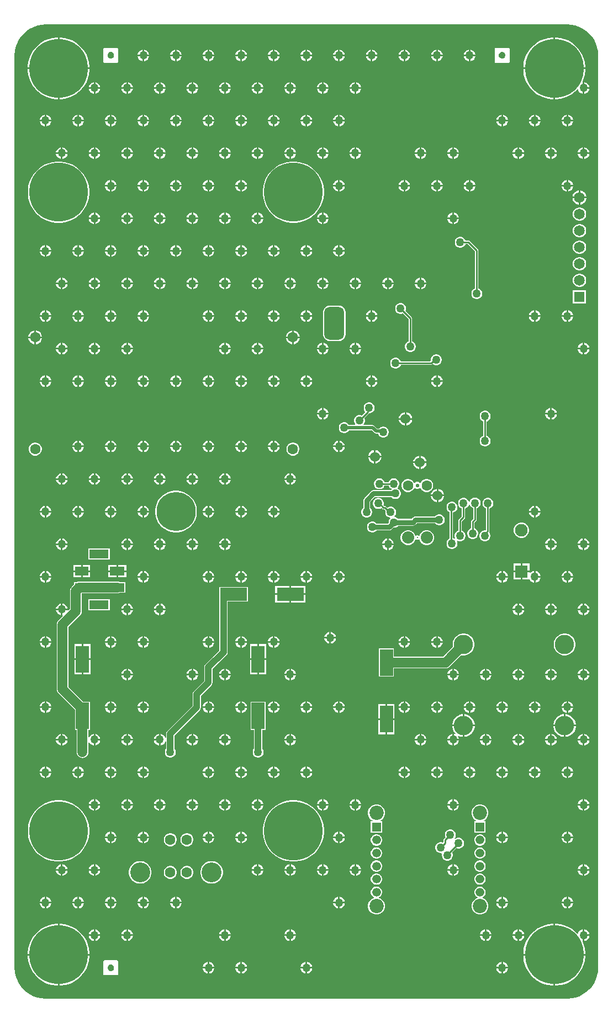
<source format=gbl>
G04*
G04 #@! TF.GenerationSoftware,Altium Limited,Altium Designer,25.8.1 (18)*
G04*
G04 Layer_Physical_Order=2*
G04 Layer_Color=16711680*
%FSLAX44Y44*%
%MOMM*%
G71*
G04*
G04 #@! TF.SameCoordinates,F16540CA-DAB0-446D-89C1-54077F02B76C*
G04*
G04*
G04 #@! TF.FilePolarity,Positive*
G04*
G01*
G75*
%ADD28C,0.2540*%
%ADD29C,0.5080*%
%ADD30C,0.7620*%
%ADD31C,1.5240*%
%ADD32C,1.6000*%
%ADD33C,1.6500*%
%ADD34C,1.5240*%
%ADD35C,2.9550*%
%ADD36R,1.9500X1.9500*%
G04:AMPARAMS|DCode=37|XSize=5mm|YSize=3mm|CornerRadius=0.75mm|HoleSize=0mm|Usage=FLASHONLY|Rotation=90.000|XOffset=0mm|YOffset=0mm|HoleType=Round|Shape=RoundedRectangle|*
%AMROUNDEDRECTD37*
21,1,5.0000,1.5000,0,0,90.0*
21,1,3.5000,3.0000,0,0,90.0*
1,1,1.5000,0.7500,1.7500*
1,1,1.5000,0.7500,-1.7500*
1,1,1.5000,-0.7500,-1.7500*
1,1,1.5000,-0.7500,1.7500*
%
%ADD37ROUNDEDRECTD37*%
%ADD38R,1.6500X1.6500*%
%ADD39C,1.9500*%
%ADD40C,2.1900*%
%ADD41C,1.3370*%
%ADD42R,1.3370X1.3370*%
%ADD43C,0.3300*%
%ADD44C,0.5400*%
%ADD45C,1.8750*%
%ADD46C,3.0480*%
%ADD47C,1.2700*%
%ADD48C,9.0000*%
%ADD49C,6.0000*%
%ADD50R,2.0000X4.1000*%
%ADD51R,4.1000X2.0000*%
%ADD52R,2.2500X1.3500*%
%ADD53R,2.0700X1.3500*%
%ADD54R,3.0000X1.4000*%
%ADD55C,1.0160*%
G36*
X200000Y1647410D02*
X1000000D01*
X1000092Y1647428D01*
X1006191Y1647029D01*
X1012277Y1645818D01*
X1018152Y1643824D01*
X1023717Y1641080D01*
X1028876Y1637632D01*
X1033541Y1633541D01*
X1037632Y1628876D01*
X1041079Y1623717D01*
X1043824Y1618152D01*
X1045818Y1612277D01*
X1047029Y1606191D01*
X1047353Y1601252D01*
X1047410Y1600000D01*
X1047410Y1600000D01*
X1047410Y1598742D01*
Y201267D01*
X1047410Y200000D01*
X1047353Y198754D01*
X1047029Y193809D01*
X1045818Y187723D01*
X1043824Y181848D01*
X1041079Y176283D01*
X1037632Y171124D01*
X1033541Y166459D01*
X1028876Y162368D01*
X1023717Y158920D01*
X1018152Y156176D01*
X1012277Y154182D01*
X1006191Y152971D01*
X1001246Y152647D01*
X1000000Y152590D01*
Y152590D01*
X999999Y152590D01*
X200001D01*
X200000Y152590D01*
Y152590D01*
X198754Y152647D01*
X193809Y152971D01*
X187723Y154182D01*
X181848Y156176D01*
X176283Y158920D01*
X171124Y162368D01*
X166459Y166459D01*
X162368Y171124D01*
X158920Y176283D01*
X156176Y181848D01*
X154182Y187723D01*
X152971Y193809D01*
X152647Y198754D01*
X152590Y200000D01*
X152590D01*
X152590Y200001D01*
Y1599999D01*
X152590Y1600000D01*
X152590D01*
X152647Y1601246D01*
X152971Y1606192D01*
X154182Y1612277D01*
X156176Y1618152D01*
X158920Y1623717D01*
X162368Y1628876D01*
X166459Y1633541D01*
X171124Y1637632D01*
X176283Y1641080D01*
X181848Y1643824D01*
X187723Y1645818D01*
X193809Y1647029D01*
X199908Y1647428D01*
X200000Y1647410D01*
D02*
G37*
%LPC*%
G36*
X851270Y1608863D02*
Y1601270D01*
X858863D01*
X858284Y1603432D01*
X857114Y1605459D01*
X855459Y1607114D01*
X853431Y1608284D01*
X851270Y1608863D01*
D02*
G37*
G36*
X848730D02*
X846569Y1608284D01*
X844541Y1607114D01*
X842886Y1605459D01*
X841716Y1603432D01*
X841137Y1601270D01*
X848730D01*
Y1608863D01*
D02*
G37*
G36*
X801270D02*
Y1601270D01*
X808863D01*
X808284Y1603432D01*
X807114Y1605459D01*
X805459Y1607114D01*
X803431Y1608284D01*
X801270Y1608863D01*
D02*
G37*
G36*
X798730D02*
X796569Y1608284D01*
X794541Y1607114D01*
X792886Y1605459D01*
X791716Y1603432D01*
X791137Y1601270D01*
X798730D01*
Y1608863D01*
D02*
G37*
G36*
X751270D02*
Y1601270D01*
X758863D01*
X758284Y1603432D01*
X757114Y1605459D01*
X755459Y1607114D01*
X753431Y1608284D01*
X751270Y1608863D01*
D02*
G37*
G36*
X748730D02*
X746569Y1608284D01*
X744541Y1607114D01*
X742886Y1605459D01*
X741716Y1603432D01*
X741137Y1601270D01*
X748730D01*
Y1608863D01*
D02*
G37*
G36*
X701270D02*
Y1601270D01*
X708863D01*
X708284Y1603432D01*
X707114Y1605459D01*
X705459Y1607114D01*
X703431Y1608284D01*
X701270Y1608863D01*
D02*
G37*
G36*
X698730D02*
X696569Y1608284D01*
X694541Y1607114D01*
X692886Y1605459D01*
X691716Y1603432D01*
X691137Y1601270D01*
X698730D01*
Y1608863D01*
D02*
G37*
G36*
X651270D02*
Y1601270D01*
X658863D01*
X658284Y1603432D01*
X657114Y1605459D01*
X655459Y1607114D01*
X653431Y1608284D01*
X651270Y1608863D01*
D02*
G37*
G36*
X648730D02*
X646569Y1608284D01*
X644541Y1607114D01*
X642886Y1605459D01*
X641716Y1603432D01*
X641137Y1601270D01*
X648730D01*
Y1608863D01*
D02*
G37*
G36*
X601270D02*
Y1601270D01*
X608863D01*
X608284Y1603432D01*
X607114Y1605459D01*
X605459Y1607114D01*
X603431Y1608284D01*
X601270Y1608863D01*
D02*
G37*
G36*
X598730D02*
X596569Y1608284D01*
X594541Y1607114D01*
X592886Y1605459D01*
X591716Y1603432D01*
X591137Y1601270D01*
X598730D01*
Y1608863D01*
D02*
G37*
G36*
X551270D02*
Y1601270D01*
X558863D01*
X558284Y1603432D01*
X557114Y1605459D01*
X555459Y1607114D01*
X553431Y1608284D01*
X551270Y1608863D01*
D02*
G37*
G36*
X548730D02*
X546569Y1608284D01*
X544541Y1607114D01*
X542886Y1605459D01*
X541716Y1603432D01*
X541137Y1601270D01*
X548730D01*
Y1608863D01*
D02*
G37*
G36*
X501270D02*
Y1601270D01*
X508863D01*
X508284Y1603432D01*
X507114Y1605459D01*
X505459Y1607114D01*
X503431Y1608284D01*
X501270Y1608863D01*
D02*
G37*
G36*
X498730D02*
X496569Y1608284D01*
X494541Y1607114D01*
X492886Y1605459D01*
X491716Y1603432D01*
X491137Y1601270D01*
X498730D01*
Y1608863D01*
D02*
G37*
G36*
X451270D02*
Y1601270D01*
X458863D01*
X458284Y1603432D01*
X457114Y1605459D01*
X455459Y1607114D01*
X453431Y1608284D01*
X451270Y1608863D01*
D02*
G37*
G36*
X448730D02*
X446569Y1608284D01*
X444541Y1607114D01*
X442886Y1605459D01*
X441716Y1603432D01*
X441137Y1601270D01*
X448730D01*
Y1608863D01*
D02*
G37*
G36*
X401270D02*
Y1601270D01*
X408863D01*
X408284Y1603432D01*
X407114Y1605459D01*
X405459Y1607114D01*
X403431Y1608284D01*
X401270Y1608863D01*
D02*
G37*
G36*
X398730D02*
X396569Y1608284D01*
X394541Y1607114D01*
X392886Y1605459D01*
X391716Y1603432D01*
X391137Y1601270D01*
X398730D01*
Y1608863D01*
D02*
G37*
G36*
X351270D02*
Y1601270D01*
X358863D01*
X358284Y1603432D01*
X357114Y1605459D01*
X355459Y1607114D01*
X353431Y1608284D01*
X351270Y1608863D01*
D02*
G37*
G36*
X348730D02*
X346569Y1608284D01*
X344541Y1607114D01*
X342886Y1605459D01*
X341716Y1603432D01*
X341137Y1601270D01*
X348730D01*
Y1608863D01*
D02*
G37*
G36*
X858863Y1598730D02*
X851270D01*
Y1591137D01*
X853431Y1591716D01*
X855459Y1592886D01*
X857114Y1594541D01*
X858284Y1596569D01*
X858863Y1598730D01*
D02*
G37*
G36*
X848730D02*
X841137D01*
X841716Y1596569D01*
X842886Y1594541D01*
X844541Y1592886D01*
X846569Y1591716D01*
X848730Y1591137D01*
Y1598730D01*
D02*
G37*
G36*
X808863D02*
X801270D01*
Y1591137D01*
X803431Y1591716D01*
X805459Y1592886D01*
X807114Y1594541D01*
X808284Y1596569D01*
X808863Y1598730D01*
D02*
G37*
G36*
X798730D02*
X791137D01*
X791716Y1596569D01*
X792886Y1594541D01*
X794541Y1592886D01*
X796569Y1591716D01*
X798730Y1591137D01*
Y1598730D01*
D02*
G37*
G36*
X758863D02*
X751270D01*
Y1591137D01*
X753431Y1591716D01*
X755459Y1592886D01*
X757114Y1594541D01*
X758284Y1596569D01*
X758863Y1598730D01*
D02*
G37*
G36*
X748730D02*
X741137D01*
X741716Y1596569D01*
X742886Y1594541D01*
X744541Y1592886D01*
X746569Y1591716D01*
X748730Y1591137D01*
Y1598730D01*
D02*
G37*
G36*
X708863D02*
X701270D01*
Y1591137D01*
X703431Y1591716D01*
X705459Y1592886D01*
X707114Y1594541D01*
X708284Y1596569D01*
X708863Y1598730D01*
D02*
G37*
G36*
X698730D02*
X691137D01*
X691716Y1596569D01*
X692886Y1594541D01*
X694541Y1592886D01*
X696569Y1591716D01*
X698730Y1591137D01*
Y1598730D01*
D02*
G37*
G36*
X658863D02*
X651270D01*
Y1591137D01*
X653431Y1591716D01*
X655459Y1592886D01*
X657114Y1594541D01*
X658284Y1596569D01*
X658863Y1598730D01*
D02*
G37*
G36*
X648730D02*
X641137D01*
X641716Y1596569D01*
X642886Y1594541D01*
X644541Y1592886D01*
X646569Y1591716D01*
X648730Y1591137D01*
Y1598730D01*
D02*
G37*
G36*
X608863D02*
X601270D01*
Y1591137D01*
X603431Y1591716D01*
X605459Y1592886D01*
X607114Y1594541D01*
X608284Y1596569D01*
X608863Y1598730D01*
D02*
G37*
G36*
X598730D02*
X591137D01*
X591716Y1596569D01*
X592886Y1594541D01*
X594541Y1592886D01*
X596569Y1591716D01*
X598730Y1591137D01*
Y1598730D01*
D02*
G37*
G36*
X558863D02*
X551270D01*
Y1591137D01*
X553431Y1591716D01*
X555459Y1592886D01*
X557114Y1594541D01*
X558284Y1596569D01*
X558863Y1598730D01*
D02*
G37*
G36*
X548730D02*
X541137D01*
X541716Y1596569D01*
X542886Y1594541D01*
X544541Y1592886D01*
X546569Y1591716D01*
X548730Y1591137D01*
Y1598730D01*
D02*
G37*
G36*
X508863D02*
X501270D01*
Y1591137D01*
X503431Y1591716D01*
X505459Y1592886D01*
X507114Y1594541D01*
X508284Y1596569D01*
X508863Y1598730D01*
D02*
G37*
G36*
X498730D02*
X491137D01*
X491716Y1596569D01*
X492886Y1594541D01*
X494541Y1592886D01*
X496569Y1591716D01*
X498730Y1591137D01*
Y1598730D01*
D02*
G37*
G36*
X458863D02*
X451270D01*
Y1591137D01*
X453431Y1591716D01*
X455459Y1592886D01*
X457114Y1594541D01*
X458284Y1596569D01*
X458863Y1598730D01*
D02*
G37*
G36*
X448730D02*
X441137D01*
X441716Y1596569D01*
X442886Y1594541D01*
X444541Y1592886D01*
X446569Y1591716D01*
X448730Y1591137D01*
Y1598730D01*
D02*
G37*
G36*
X408863D02*
X401270D01*
Y1591137D01*
X403431Y1591716D01*
X405459Y1592886D01*
X407114Y1594541D01*
X408284Y1596569D01*
X408863Y1598730D01*
D02*
G37*
G36*
X398730D02*
X391137D01*
X391716Y1596569D01*
X392886Y1594541D01*
X394541Y1592886D01*
X396569Y1591716D01*
X398730Y1591137D01*
Y1598730D01*
D02*
G37*
G36*
X358863D02*
X351270D01*
Y1591137D01*
X353431Y1591716D01*
X355459Y1592886D01*
X357114Y1594541D01*
X358284Y1596569D01*
X358863Y1598730D01*
D02*
G37*
G36*
X348730D02*
X341137D01*
X341716Y1596569D01*
X342886Y1594541D01*
X344541Y1592886D01*
X346569Y1591716D01*
X348730Y1591137D01*
Y1598730D01*
D02*
G37*
G36*
X910000Y1611375D02*
X890000D01*
X889028Y1610972D01*
X888625Y1610000D01*
Y1590000D01*
X889028Y1589028D01*
X890000Y1588625D01*
X910000D01*
X910972Y1589028D01*
X911375Y1590000D01*
Y1610000D01*
X910972Y1610972D01*
X910000Y1611375D01*
D02*
G37*
G36*
X310000D02*
X290000D01*
X289028Y1610972D01*
X288625Y1610000D01*
Y1590000D01*
X289028Y1589028D01*
X290000Y1588625D01*
X310000D01*
X310972Y1589028D01*
X311375Y1590000D01*
Y1610000D01*
X310972Y1610972D01*
X310000Y1611375D01*
D02*
G37*
G36*
X983116Y1627540D02*
X981270D01*
Y1581270D01*
X1027540D01*
Y1583116D01*
X1026727Y1589294D01*
X1025114Y1595314D01*
X1022729Y1601071D01*
X1019613Y1606469D01*
X1015819Y1611413D01*
X1011413Y1615819D01*
X1006469Y1619613D01*
X1001072Y1622729D01*
X995314Y1625114D01*
X989295Y1626727D01*
X983116Y1627540D01*
D02*
G37*
G36*
X978730D02*
X976884D01*
X970706Y1626727D01*
X964686Y1625114D01*
X958929Y1622729D01*
X953532Y1619613D01*
X948588Y1615819D01*
X944181Y1611413D01*
X940387Y1606469D01*
X937271Y1601071D01*
X934886Y1595314D01*
X933274Y1589294D01*
X932460Y1583116D01*
Y1581270D01*
X978730D01*
Y1627540D01*
D02*
G37*
G36*
X223116D02*
X221270D01*
Y1581270D01*
X267540D01*
Y1583116D01*
X266727Y1589294D01*
X265114Y1595314D01*
X262729Y1601071D01*
X259613Y1606469D01*
X255819Y1611413D01*
X251413Y1615819D01*
X246469Y1619613D01*
X241072Y1622729D01*
X235314Y1625114D01*
X229295Y1626727D01*
X223116Y1627540D01*
D02*
G37*
G36*
X218730D02*
X216884D01*
X210706Y1626727D01*
X204686Y1625114D01*
X198929Y1622729D01*
X193532Y1619613D01*
X188588Y1615819D01*
X184181Y1611413D01*
X180387Y1606469D01*
X177271Y1601071D01*
X174886Y1595314D01*
X173274Y1589294D01*
X172460Y1583116D01*
Y1581270D01*
X218730D01*
Y1627540D01*
D02*
G37*
G36*
X1026270Y1558863D02*
Y1551270D01*
X1033863D01*
X1033284Y1553432D01*
X1032114Y1555459D01*
X1030459Y1557114D01*
X1028431Y1558284D01*
X1026270Y1558863D01*
D02*
G37*
G36*
X676270D02*
Y1551270D01*
X683863D01*
X683284Y1553432D01*
X682114Y1555459D01*
X680459Y1557114D01*
X678431Y1558284D01*
X676270Y1558863D01*
D02*
G37*
G36*
X673730D02*
X671569Y1558284D01*
X669541Y1557114D01*
X667886Y1555459D01*
X666716Y1553432D01*
X666137Y1551270D01*
X673730D01*
Y1558863D01*
D02*
G37*
G36*
X626270D02*
Y1551270D01*
X633863D01*
X633284Y1553432D01*
X632114Y1555459D01*
X630459Y1557114D01*
X628431Y1558284D01*
X626270Y1558863D01*
D02*
G37*
G36*
X623730D02*
X621569Y1558284D01*
X619541Y1557114D01*
X617886Y1555459D01*
X616716Y1553432D01*
X616137Y1551270D01*
X623730D01*
Y1558863D01*
D02*
G37*
G36*
X576270D02*
Y1551270D01*
X583863D01*
X583284Y1553432D01*
X582114Y1555459D01*
X580459Y1557114D01*
X578431Y1558284D01*
X576270Y1558863D01*
D02*
G37*
G36*
X573730D02*
X571569Y1558284D01*
X569541Y1557114D01*
X567886Y1555459D01*
X566716Y1553432D01*
X566137Y1551270D01*
X573730D01*
Y1558863D01*
D02*
G37*
G36*
X526270D02*
Y1551270D01*
X533863D01*
X533284Y1553432D01*
X532114Y1555459D01*
X530459Y1557114D01*
X528431Y1558284D01*
X526270Y1558863D01*
D02*
G37*
G36*
X523730D02*
X521569Y1558284D01*
X519541Y1557114D01*
X517886Y1555459D01*
X516716Y1553432D01*
X516137Y1551270D01*
X523730D01*
Y1558863D01*
D02*
G37*
G36*
X476270D02*
Y1551270D01*
X483863D01*
X483284Y1553432D01*
X482114Y1555459D01*
X480459Y1557114D01*
X478431Y1558284D01*
X476270Y1558863D01*
D02*
G37*
G36*
X473730D02*
X471569Y1558284D01*
X469541Y1557114D01*
X467886Y1555459D01*
X466716Y1553432D01*
X466137Y1551270D01*
X473730D01*
Y1558863D01*
D02*
G37*
G36*
X426270D02*
Y1551270D01*
X433863D01*
X433284Y1553432D01*
X432114Y1555459D01*
X430459Y1557114D01*
X428431Y1558284D01*
X426270Y1558863D01*
D02*
G37*
G36*
X423730D02*
X421569Y1558284D01*
X419541Y1557114D01*
X417886Y1555459D01*
X416716Y1553432D01*
X416137Y1551270D01*
X423730D01*
Y1558863D01*
D02*
G37*
G36*
X376270D02*
Y1551270D01*
X383863D01*
X383284Y1553432D01*
X382114Y1555459D01*
X380459Y1557114D01*
X378431Y1558284D01*
X376270Y1558863D01*
D02*
G37*
G36*
X373730D02*
X371569Y1558284D01*
X369541Y1557114D01*
X367886Y1555459D01*
X366716Y1553432D01*
X366137Y1551270D01*
X373730D01*
Y1558863D01*
D02*
G37*
G36*
X326270D02*
Y1551270D01*
X333863D01*
X333284Y1553432D01*
X332114Y1555459D01*
X330459Y1557114D01*
X328431Y1558284D01*
X326270Y1558863D01*
D02*
G37*
G36*
X323730D02*
X321569Y1558284D01*
X319541Y1557114D01*
X317886Y1555459D01*
X316716Y1553432D01*
X316137Y1551270D01*
X323730D01*
Y1558863D01*
D02*
G37*
G36*
X276270D02*
Y1551270D01*
X283863D01*
X283284Y1553432D01*
X282114Y1555459D01*
X280459Y1557114D01*
X278431Y1558284D01*
X276270Y1558863D01*
D02*
G37*
G36*
X273730D02*
X271569Y1558284D01*
X269541Y1557114D01*
X267886Y1555459D01*
X266716Y1553432D01*
X266137Y1551270D01*
X273730D01*
Y1558863D01*
D02*
G37*
G36*
X1033863Y1548730D02*
X1026270D01*
Y1541137D01*
X1028431Y1541716D01*
X1030459Y1542886D01*
X1032114Y1544541D01*
X1033284Y1546569D01*
X1033863Y1548730D01*
D02*
G37*
G36*
X1027540Y1578730D02*
X981270D01*
Y1532460D01*
X983116D01*
X989295Y1533273D01*
X995314Y1534886D01*
X1001072Y1537271D01*
X1006469Y1540387D01*
X1011413Y1544181D01*
X1015063Y1547831D01*
X1016479Y1547451D01*
X1016716Y1546569D01*
X1017886Y1544541D01*
X1019541Y1542886D01*
X1021569Y1541716D01*
X1023730Y1541137D01*
Y1550000D01*
Y1559249D01*
X1023494Y1559486D01*
X1023186Y1560033D01*
X1025114Y1564686D01*
X1026727Y1570706D01*
X1027540Y1576884D01*
Y1578730D01*
D02*
G37*
G36*
X683863Y1548730D02*
X676270D01*
Y1541137D01*
X678431Y1541716D01*
X680459Y1542886D01*
X682114Y1544541D01*
X683284Y1546569D01*
X683863Y1548730D01*
D02*
G37*
G36*
X673730D02*
X666137D01*
X666716Y1546569D01*
X667886Y1544541D01*
X669541Y1542886D01*
X671569Y1541716D01*
X673730Y1541137D01*
Y1548730D01*
D02*
G37*
G36*
X633863D02*
X626270D01*
Y1541137D01*
X628431Y1541716D01*
X630459Y1542886D01*
X632114Y1544541D01*
X633284Y1546569D01*
X633863Y1548730D01*
D02*
G37*
G36*
X623730D02*
X616137D01*
X616716Y1546569D01*
X617886Y1544541D01*
X619541Y1542886D01*
X621569Y1541716D01*
X623730Y1541137D01*
Y1548730D01*
D02*
G37*
G36*
X583863D02*
X576270D01*
Y1541137D01*
X578431Y1541716D01*
X580459Y1542886D01*
X582114Y1544541D01*
X583284Y1546569D01*
X583863Y1548730D01*
D02*
G37*
G36*
X573730D02*
X566137D01*
X566716Y1546569D01*
X567886Y1544541D01*
X569541Y1542886D01*
X571569Y1541716D01*
X573730Y1541137D01*
Y1548730D01*
D02*
G37*
G36*
X533863D02*
X526270D01*
Y1541137D01*
X528431Y1541716D01*
X530459Y1542886D01*
X532114Y1544541D01*
X533284Y1546569D01*
X533863Y1548730D01*
D02*
G37*
G36*
X523730D02*
X516137D01*
X516716Y1546569D01*
X517886Y1544541D01*
X519541Y1542886D01*
X521569Y1541716D01*
X523730Y1541137D01*
Y1548730D01*
D02*
G37*
G36*
X483863D02*
X476270D01*
Y1541137D01*
X478431Y1541716D01*
X480459Y1542886D01*
X482114Y1544541D01*
X483284Y1546569D01*
X483863Y1548730D01*
D02*
G37*
G36*
X473730D02*
X466137D01*
X466716Y1546569D01*
X467886Y1544541D01*
X469541Y1542886D01*
X471569Y1541716D01*
X473730Y1541137D01*
Y1548730D01*
D02*
G37*
G36*
X433863D02*
X426270D01*
Y1541137D01*
X428431Y1541716D01*
X430459Y1542886D01*
X432114Y1544541D01*
X433284Y1546569D01*
X433863Y1548730D01*
D02*
G37*
G36*
X423730D02*
X416137D01*
X416716Y1546569D01*
X417886Y1544541D01*
X419541Y1542886D01*
X421569Y1541716D01*
X423730Y1541137D01*
Y1548730D01*
D02*
G37*
G36*
X383863D02*
X376270D01*
Y1541137D01*
X378431Y1541716D01*
X380459Y1542886D01*
X382114Y1544541D01*
X383284Y1546569D01*
X383863Y1548730D01*
D02*
G37*
G36*
X373730D02*
X366137D01*
X366716Y1546569D01*
X367886Y1544541D01*
X369541Y1542886D01*
X371569Y1541716D01*
X373730Y1541137D01*
Y1548730D01*
D02*
G37*
G36*
X333863D02*
X326270D01*
Y1541137D01*
X328431Y1541716D01*
X330459Y1542886D01*
X332114Y1544541D01*
X333284Y1546569D01*
X333863Y1548730D01*
D02*
G37*
G36*
X323730D02*
X316137D01*
X316716Y1546569D01*
X317886Y1544541D01*
X319541Y1542886D01*
X321569Y1541716D01*
X323730Y1541137D01*
Y1548730D01*
D02*
G37*
G36*
X283863D02*
X276270D01*
Y1541137D01*
X278431Y1541716D01*
X280459Y1542886D01*
X282114Y1544541D01*
X283284Y1546569D01*
X283863Y1548730D01*
D02*
G37*
G36*
X273730D02*
X266137D01*
X266716Y1546569D01*
X267886Y1544541D01*
X269541Y1542886D01*
X271569Y1541716D01*
X273730Y1541137D01*
Y1548730D01*
D02*
G37*
G36*
X978730Y1578730D02*
X932460D01*
Y1576884D01*
X933274Y1570706D01*
X934886Y1564686D01*
X937271Y1558929D01*
X940387Y1553531D01*
X944181Y1548587D01*
X948588Y1544181D01*
X953532Y1540387D01*
X958929Y1537271D01*
X964686Y1534886D01*
X970706Y1533273D01*
X976884Y1532460D01*
X978730D01*
Y1578730D01*
D02*
G37*
G36*
X267540D02*
X221270D01*
Y1532460D01*
X223116D01*
X229295Y1533273D01*
X235314Y1534886D01*
X241072Y1537271D01*
X246469Y1540387D01*
X251413Y1544181D01*
X255819Y1548587D01*
X259613Y1553531D01*
X262729Y1558929D01*
X265114Y1564686D01*
X266727Y1570706D01*
X267540Y1576884D01*
Y1578730D01*
D02*
G37*
G36*
X218730D02*
X172460D01*
Y1576884D01*
X173274Y1570706D01*
X174886Y1564686D01*
X177271Y1558929D01*
X180387Y1553531D01*
X184181Y1548587D01*
X188588Y1544181D01*
X193532Y1540387D01*
X198929Y1537271D01*
X204686Y1534886D01*
X210706Y1533273D01*
X216884Y1532460D01*
X218730D01*
Y1578730D01*
D02*
G37*
G36*
X1001270Y1508863D02*
Y1501270D01*
X1008863D01*
X1008284Y1503432D01*
X1007114Y1505459D01*
X1005459Y1507114D01*
X1003431Y1508284D01*
X1001270Y1508863D01*
D02*
G37*
G36*
X998730D02*
X996569Y1508284D01*
X994541Y1507114D01*
X992886Y1505459D01*
X991716Y1503432D01*
X991137Y1501270D01*
X998730D01*
Y1508863D01*
D02*
G37*
G36*
X951270D02*
Y1501270D01*
X958863D01*
X958284Y1503432D01*
X957114Y1505459D01*
X955459Y1507114D01*
X953431Y1508284D01*
X951270Y1508863D01*
D02*
G37*
G36*
X948730D02*
X946569Y1508284D01*
X944541Y1507114D01*
X942886Y1505459D01*
X941716Y1503432D01*
X941137Y1501270D01*
X948730D01*
Y1508863D01*
D02*
G37*
G36*
X901270D02*
Y1501270D01*
X908863D01*
X908284Y1503432D01*
X907114Y1505459D01*
X905459Y1507114D01*
X903431Y1508284D01*
X901270Y1508863D01*
D02*
G37*
G36*
X898730D02*
X896569Y1508284D01*
X894541Y1507114D01*
X892886Y1505459D01*
X891716Y1503432D01*
X891137Y1501270D01*
X898730D01*
Y1508863D01*
D02*
G37*
G36*
X651270D02*
Y1501270D01*
X658863D01*
X658284Y1503432D01*
X657114Y1505459D01*
X655459Y1507114D01*
X653431Y1508284D01*
X651270Y1508863D01*
D02*
G37*
G36*
X648730D02*
X646569Y1508284D01*
X644541Y1507114D01*
X642886Y1505459D01*
X641716Y1503432D01*
X641137Y1501270D01*
X648730D01*
Y1508863D01*
D02*
G37*
G36*
X601270D02*
Y1501270D01*
X608863D01*
X608284Y1503432D01*
X607114Y1505459D01*
X605459Y1507114D01*
X603431Y1508284D01*
X601270Y1508863D01*
D02*
G37*
G36*
X598730D02*
X596569Y1508284D01*
X594541Y1507114D01*
X592886Y1505459D01*
X591716Y1503432D01*
X591137Y1501270D01*
X598730D01*
Y1508863D01*
D02*
G37*
G36*
X551270D02*
Y1501270D01*
X558863D01*
X558284Y1503432D01*
X557114Y1505459D01*
X555459Y1507114D01*
X553431Y1508284D01*
X551270Y1508863D01*
D02*
G37*
G36*
X548730D02*
X546569Y1508284D01*
X544541Y1507114D01*
X542886Y1505459D01*
X541716Y1503432D01*
X541137Y1501270D01*
X548730D01*
Y1508863D01*
D02*
G37*
G36*
X501270D02*
Y1501270D01*
X508863D01*
X508284Y1503432D01*
X507114Y1505459D01*
X505459Y1507114D01*
X503431Y1508284D01*
X501270Y1508863D01*
D02*
G37*
G36*
X498730D02*
X496569Y1508284D01*
X494541Y1507114D01*
X492886Y1505459D01*
X491716Y1503432D01*
X491137Y1501270D01*
X498730D01*
Y1508863D01*
D02*
G37*
G36*
X451270D02*
Y1501270D01*
X458863D01*
X458284Y1503432D01*
X457114Y1505459D01*
X455459Y1507114D01*
X453431Y1508284D01*
X451270Y1508863D01*
D02*
G37*
G36*
X448730D02*
X446569Y1508284D01*
X444541Y1507114D01*
X442886Y1505459D01*
X441716Y1503432D01*
X441137Y1501270D01*
X448730D01*
Y1508863D01*
D02*
G37*
G36*
X401270D02*
Y1501270D01*
X408863D01*
X408284Y1503432D01*
X407114Y1505459D01*
X405459Y1507114D01*
X403431Y1508284D01*
X401270Y1508863D01*
D02*
G37*
G36*
X398730D02*
X396569Y1508284D01*
X394541Y1507114D01*
X392886Y1505459D01*
X391716Y1503432D01*
X391137Y1501270D01*
X398730D01*
Y1508863D01*
D02*
G37*
G36*
X351270D02*
Y1501270D01*
X358863D01*
X358284Y1503432D01*
X357114Y1505459D01*
X355459Y1507114D01*
X353431Y1508284D01*
X351270Y1508863D01*
D02*
G37*
G36*
X348730D02*
X346569Y1508284D01*
X344541Y1507114D01*
X342886Y1505459D01*
X341716Y1503432D01*
X341137Y1501270D01*
X348730D01*
Y1508863D01*
D02*
G37*
G36*
X301270D02*
Y1501270D01*
X308863D01*
X308284Y1503432D01*
X307114Y1505459D01*
X305459Y1507114D01*
X303431Y1508284D01*
X301270Y1508863D01*
D02*
G37*
G36*
X298730D02*
X296569Y1508284D01*
X294541Y1507114D01*
X292886Y1505459D01*
X291716Y1503432D01*
X291137Y1501270D01*
X298730D01*
Y1508863D01*
D02*
G37*
G36*
X251270D02*
Y1501270D01*
X258863D01*
X258284Y1503432D01*
X257114Y1505459D01*
X255459Y1507114D01*
X253431Y1508284D01*
X251270Y1508863D01*
D02*
G37*
G36*
X248730D02*
X246569Y1508284D01*
X244541Y1507114D01*
X242886Y1505459D01*
X241716Y1503432D01*
X241137Y1501270D01*
X248730D01*
Y1508863D01*
D02*
G37*
G36*
X201270D02*
Y1501270D01*
X208863D01*
X208284Y1503432D01*
X207114Y1505459D01*
X205459Y1507114D01*
X203431Y1508284D01*
X201270Y1508863D01*
D02*
G37*
G36*
X198730D02*
X196569Y1508284D01*
X194541Y1507114D01*
X192886Y1505459D01*
X191716Y1503432D01*
X191137Y1501270D01*
X198730D01*
Y1508863D01*
D02*
G37*
G36*
X1008863Y1498730D02*
X1001270D01*
Y1491137D01*
X1003431Y1491716D01*
X1005459Y1492886D01*
X1007114Y1494541D01*
X1008284Y1496569D01*
X1008863Y1498730D01*
D02*
G37*
G36*
X998730D02*
X991137D01*
X991716Y1496569D01*
X992886Y1494541D01*
X994541Y1492886D01*
X996569Y1491716D01*
X998730Y1491137D01*
Y1498730D01*
D02*
G37*
G36*
X958863D02*
X951270D01*
Y1491137D01*
X953431Y1491716D01*
X955459Y1492886D01*
X957114Y1494541D01*
X958284Y1496569D01*
X958863Y1498730D01*
D02*
G37*
G36*
X948730D02*
X941137D01*
X941716Y1496569D01*
X942886Y1494541D01*
X944541Y1492886D01*
X946569Y1491716D01*
X948730Y1491137D01*
Y1498730D01*
D02*
G37*
G36*
X908863D02*
X901270D01*
Y1491137D01*
X903431Y1491716D01*
X905459Y1492886D01*
X907114Y1494541D01*
X908284Y1496569D01*
X908863Y1498730D01*
D02*
G37*
G36*
X898730D02*
X891137D01*
X891716Y1496569D01*
X892886Y1494541D01*
X894541Y1492886D01*
X896569Y1491716D01*
X898730Y1491137D01*
Y1498730D01*
D02*
G37*
G36*
X658863D02*
X651270D01*
Y1491137D01*
X653431Y1491716D01*
X655459Y1492886D01*
X657114Y1494541D01*
X658284Y1496569D01*
X658863Y1498730D01*
D02*
G37*
G36*
X648730D02*
X641137D01*
X641716Y1496569D01*
X642886Y1494541D01*
X644541Y1492886D01*
X646569Y1491716D01*
X648730Y1491137D01*
Y1498730D01*
D02*
G37*
G36*
X608863D02*
X601270D01*
Y1491137D01*
X603431Y1491716D01*
X605459Y1492886D01*
X607114Y1494541D01*
X608284Y1496569D01*
X608863Y1498730D01*
D02*
G37*
G36*
X598730D02*
X591137D01*
X591716Y1496569D01*
X592886Y1494541D01*
X594541Y1492886D01*
X596569Y1491716D01*
X598730Y1491137D01*
Y1498730D01*
D02*
G37*
G36*
X558863D02*
X551270D01*
Y1491137D01*
X553431Y1491716D01*
X555459Y1492886D01*
X557114Y1494541D01*
X558284Y1496569D01*
X558863Y1498730D01*
D02*
G37*
G36*
X548730D02*
X541137D01*
X541716Y1496569D01*
X542886Y1494541D01*
X544541Y1492886D01*
X546569Y1491716D01*
X548730Y1491137D01*
Y1498730D01*
D02*
G37*
G36*
X508863D02*
X501270D01*
Y1491137D01*
X503431Y1491716D01*
X505459Y1492886D01*
X507114Y1494541D01*
X508284Y1496569D01*
X508863Y1498730D01*
D02*
G37*
G36*
X498730D02*
X491137D01*
X491716Y1496569D01*
X492886Y1494541D01*
X494541Y1492886D01*
X496569Y1491716D01*
X498730Y1491137D01*
Y1498730D01*
D02*
G37*
G36*
X458863D02*
X451270D01*
Y1491137D01*
X453431Y1491716D01*
X455459Y1492886D01*
X457114Y1494541D01*
X458284Y1496569D01*
X458863Y1498730D01*
D02*
G37*
G36*
X448730D02*
X441137D01*
X441716Y1496569D01*
X442886Y1494541D01*
X444541Y1492886D01*
X446569Y1491716D01*
X448730Y1491137D01*
Y1498730D01*
D02*
G37*
G36*
X408863D02*
X401270D01*
Y1491137D01*
X403431Y1491716D01*
X405459Y1492886D01*
X407114Y1494541D01*
X408284Y1496569D01*
X408863Y1498730D01*
D02*
G37*
G36*
X398730D02*
X391137D01*
X391716Y1496569D01*
X392886Y1494541D01*
X394541Y1492886D01*
X396569Y1491716D01*
X398730Y1491137D01*
Y1498730D01*
D02*
G37*
G36*
X358863D02*
X351270D01*
Y1491137D01*
X353431Y1491716D01*
X355459Y1492886D01*
X357114Y1494541D01*
X358284Y1496569D01*
X358863Y1498730D01*
D02*
G37*
G36*
X348730D02*
X341137D01*
X341716Y1496569D01*
X342886Y1494541D01*
X344541Y1492886D01*
X346569Y1491716D01*
X348730Y1491137D01*
Y1498730D01*
D02*
G37*
G36*
X308863D02*
X301270D01*
Y1491137D01*
X303431Y1491716D01*
X305459Y1492886D01*
X307114Y1494541D01*
X308284Y1496569D01*
X308863Y1498730D01*
D02*
G37*
G36*
X298730D02*
X291137D01*
X291716Y1496569D01*
X292886Y1494541D01*
X294541Y1492886D01*
X296569Y1491716D01*
X298730Y1491137D01*
Y1498730D01*
D02*
G37*
G36*
X258863D02*
X251270D01*
Y1491137D01*
X253431Y1491716D01*
X255459Y1492886D01*
X257114Y1494541D01*
X258284Y1496569D01*
X258863Y1498730D01*
D02*
G37*
G36*
X248730D02*
X241137D01*
X241716Y1496569D01*
X242886Y1494541D01*
X244541Y1492886D01*
X246569Y1491716D01*
X248730Y1491137D01*
Y1498730D01*
D02*
G37*
G36*
X208863D02*
X201270D01*
Y1491137D01*
X203431Y1491716D01*
X205459Y1492886D01*
X207114Y1494541D01*
X208284Y1496569D01*
X208863Y1498730D01*
D02*
G37*
G36*
X198730D02*
X191137D01*
X191716Y1496569D01*
X192886Y1494541D01*
X194541Y1492886D01*
X196569Y1491716D01*
X198730Y1491137D01*
Y1498730D01*
D02*
G37*
G36*
X1026270Y1458863D02*
Y1451270D01*
X1033863D01*
X1033284Y1453432D01*
X1032114Y1455459D01*
X1030459Y1457114D01*
X1028431Y1458284D01*
X1026270Y1458863D01*
D02*
G37*
G36*
X1023730D02*
X1021569Y1458284D01*
X1019541Y1457114D01*
X1017886Y1455459D01*
X1016716Y1453432D01*
X1016137Y1451270D01*
X1023730D01*
Y1458863D01*
D02*
G37*
G36*
X976270D02*
Y1451270D01*
X983863D01*
X983284Y1453432D01*
X982114Y1455459D01*
X980459Y1457114D01*
X978431Y1458284D01*
X976270Y1458863D01*
D02*
G37*
G36*
X973730D02*
X971569Y1458284D01*
X969541Y1457114D01*
X967886Y1455459D01*
X966716Y1453432D01*
X966137Y1451270D01*
X973730D01*
Y1458863D01*
D02*
G37*
G36*
X926270D02*
Y1451270D01*
X933863D01*
X933284Y1453432D01*
X932114Y1455459D01*
X930459Y1457114D01*
X928431Y1458284D01*
X926270Y1458863D01*
D02*
G37*
G36*
X923730D02*
X921569Y1458284D01*
X919541Y1457114D01*
X917886Y1455459D01*
X916716Y1453432D01*
X916137Y1451270D01*
X923730D01*
Y1458863D01*
D02*
G37*
G36*
X826270D02*
Y1451270D01*
X833863D01*
X833284Y1453432D01*
X832114Y1455459D01*
X830459Y1457114D01*
X828431Y1458284D01*
X826270Y1458863D01*
D02*
G37*
G36*
X823730D02*
X821569Y1458284D01*
X819541Y1457114D01*
X817886Y1455459D01*
X816716Y1453432D01*
X816137Y1451270D01*
X823730D01*
Y1458863D01*
D02*
G37*
G36*
X776270D02*
Y1451270D01*
X783863D01*
X783284Y1453432D01*
X782114Y1455459D01*
X780459Y1457114D01*
X778431Y1458284D01*
X776270Y1458863D01*
D02*
G37*
G36*
X773730D02*
X771569Y1458284D01*
X769541Y1457114D01*
X767886Y1455459D01*
X766716Y1453432D01*
X766137Y1451270D01*
X773730D01*
Y1458863D01*
D02*
G37*
G36*
X676270D02*
Y1451270D01*
X683863D01*
X683284Y1453432D01*
X682114Y1455459D01*
X680459Y1457114D01*
X678431Y1458284D01*
X676270Y1458863D01*
D02*
G37*
G36*
X673730D02*
X671569Y1458284D01*
X669541Y1457114D01*
X667886Y1455459D01*
X666716Y1453432D01*
X666137Y1451270D01*
X673730D01*
Y1458863D01*
D02*
G37*
G36*
X626270D02*
Y1451270D01*
X633863D01*
X633284Y1453432D01*
X632114Y1455459D01*
X630459Y1457114D01*
X628431Y1458284D01*
X626270Y1458863D01*
D02*
G37*
G36*
X623730D02*
X621569Y1458284D01*
X619541Y1457114D01*
X617886Y1455459D01*
X616716Y1453432D01*
X616137Y1451270D01*
X623730D01*
Y1458863D01*
D02*
G37*
G36*
X576270D02*
Y1451270D01*
X583863D01*
X583284Y1453432D01*
X582114Y1455459D01*
X580459Y1457114D01*
X578431Y1458284D01*
X576270Y1458863D01*
D02*
G37*
G36*
X573730D02*
X571569Y1458284D01*
X569541Y1457114D01*
X567886Y1455459D01*
X566716Y1453432D01*
X566137Y1451270D01*
X573730D01*
Y1458863D01*
D02*
G37*
G36*
X526270D02*
Y1451270D01*
X533863D01*
X533284Y1453432D01*
X532114Y1455459D01*
X530459Y1457114D01*
X528431Y1458284D01*
X526270Y1458863D01*
D02*
G37*
G36*
X523730D02*
X521569Y1458284D01*
X519541Y1457114D01*
X517886Y1455459D01*
X516716Y1453432D01*
X516137Y1451270D01*
X523730D01*
Y1458863D01*
D02*
G37*
G36*
X476270D02*
Y1451270D01*
X483863D01*
X483284Y1453432D01*
X482114Y1455459D01*
X480459Y1457114D01*
X478431Y1458284D01*
X476270Y1458863D01*
D02*
G37*
G36*
X473730D02*
X471569Y1458284D01*
X469541Y1457114D01*
X467886Y1455459D01*
X466716Y1453432D01*
X466137Y1451270D01*
X473730D01*
Y1458863D01*
D02*
G37*
G36*
X426270D02*
Y1451270D01*
X433863D01*
X433284Y1453432D01*
X432114Y1455459D01*
X430459Y1457114D01*
X428431Y1458284D01*
X426270Y1458863D01*
D02*
G37*
G36*
X423730D02*
X421569Y1458284D01*
X419541Y1457114D01*
X417886Y1455459D01*
X416716Y1453432D01*
X416137Y1451270D01*
X423730D01*
Y1458863D01*
D02*
G37*
G36*
X376270D02*
Y1451270D01*
X383863D01*
X383284Y1453432D01*
X382114Y1455459D01*
X380459Y1457114D01*
X378431Y1458284D01*
X376270Y1458863D01*
D02*
G37*
G36*
X373730D02*
X371569Y1458284D01*
X369541Y1457114D01*
X367886Y1455459D01*
X366716Y1453432D01*
X366137Y1451270D01*
X373730D01*
Y1458863D01*
D02*
G37*
G36*
X326270D02*
Y1451270D01*
X333863D01*
X333284Y1453432D01*
X332114Y1455459D01*
X330459Y1457114D01*
X328431Y1458284D01*
X326270Y1458863D01*
D02*
G37*
G36*
X323730D02*
X321569Y1458284D01*
X319541Y1457114D01*
X317886Y1455459D01*
X316716Y1453432D01*
X316137Y1451270D01*
X323730D01*
Y1458863D01*
D02*
G37*
G36*
X276270D02*
Y1451270D01*
X283863D01*
X283284Y1453432D01*
X282114Y1455459D01*
X280459Y1457114D01*
X278431Y1458284D01*
X276270Y1458863D01*
D02*
G37*
G36*
X273730D02*
X271569Y1458284D01*
X269541Y1457114D01*
X267886Y1455459D01*
X266716Y1453432D01*
X266137Y1451270D01*
X273730D01*
Y1458863D01*
D02*
G37*
G36*
X226270D02*
Y1451270D01*
X233863D01*
X233284Y1453432D01*
X232114Y1455459D01*
X230459Y1457114D01*
X228431Y1458284D01*
X226270Y1458863D01*
D02*
G37*
G36*
X223730D02*
X221569Y1458284D01*
X219541Y1457114D01*
X217886Y1455459D01*
X216716Y1453432D01*
X216137Y1451270D01*
X223730D01*
Y1458863D01*
D02*
G37*
G36*
X1033863Y1448730D02*
X1026270D01*
Y1441137D01*
X1028431Y1441716D01*
X1030459Y1442886D01*
X1032114Y1444541D01*
X1033284Y1446569D01*
X1033863Y1448730D01*
D02*
G37*
G36*
X1023730D02*
X1016137D01*
X1016716Y1446569D01*
X1017886Y1444541D01*
X1019541Y1442886D01*
X1021569Y1441716D01*
X1023730Y1441137D01*
Y1448730D01*
D02*
G37*
G36*
X983863D02*
X976270D01*
Y1441137D01*
X978431Y1441716D01*
X980459Y1442886D01*
X982114Y1444541D01*
X983284Y1446569D01*
X983863Y1448730D01*
D02*
G37*
G36*
X973730D02*
X966137D01*
X966716Y1446569D01*
X967886Y1444541D01*
X969541Y1442886D01*
X971569Y1441716D01*
X973730Y1441137D01*
Y1448730D01*
D02*
G37*
G36*
X933863D02*
X926270D01*
Y1441137D01*
X928431Y1441716D01*
X930459Y1442886D01*
X932114Y1444541D01*
X933284Y1446569D01*
X933863Y1448730D01*
D02*
G37*
G36*
X923730D02*
X916137D01*
X916716Y1446569D01*
X917886Y1444541D01*
X919541Y1442886D01*
X921569Y1441716D01*
X923730Y1441137D01*
Y1448730D01*
D02*
G37*
G36*
X833863D02*
X826270D01*
Y1441137D01*
X828431Y1441716D01*
X830459Y1442886D01*
X832114Y1444541D01*
X833284Y1446569D01*
X833863Y1448730D01*
D02*
G37*
G36*
X823730D02*
X816137D01*
X816716Y1446569D01*
X817886Y1444541D01*
X819541Y1442886D01*
X821569Y1441716D01*
X823730Y1441137D01*
Y1448730D01*
D02*
G37*
G36*
X783863D02*
X776270D01*
Y1441137D01*
X778431Y1441716D01*
X780459Y1442886D01*
X782114Y1444541D01*
X783284Y1446569D01*
X783863Y1448730D01*
D02*
G37*
G36*
X773730D02*
X766137D01*
X766716Y1446569D01*
X767886Y1444541D01*
X769541Y1442886D01*
X771569Y1441716D01*
X773730Y1441137D01*
Y1448730D01*
D02*
G37*
G36*
X683863D02*
X676270D01*
Y1441137D01*
X678431Y1441716D01*
X680459Y1442886D01*
X682114Y1444541D01*
X683284Y1446569D01*
X683863Y1448730D01*
D02*
G37*
G36*
X673730D02*
X666137D01*
X666716Y1446569D01*
X667886Y1444541D01*
X669541Y1442886D01*
X671569Y1441716D01*
X673730Y1441137D01*
Y1448730D01*
D02*
G37*
G36*
X633863D02*
X626270D01*
Y1441137D01*
X628431Y1441716D01*
X630459Y1442886D01*
X632114Y1444541D01*
X633284Y1446569D01*
X633863Y1448730D01*
D02*
G37*
G36*
X623730D02*
X616137D01*
X616716Y1446569D01*
X617886Y1444541D01*
X619541Y1442886D01*
X621569Y1441716D01*
X623730Y1441137D01*
Y1448730D01*
D02*
G37*
G36*
X583863D02*
X576270D01*
Y1441137D01*
X578431Y1441716D01*
X580459Y1442886D01*
X582114Y1444541D01*
X583284Y1446569D01*
X583863Y1448730D01*
D02*
G37*
G36*
X573730D02*
X566137D01*
X566716Y1446569D01*
X567886Y1444541D01*
X569541Y1442886D01*
X571569Y1441716D01*
X573730Y1441137D01*
Y1448730D01*
D02*
G37*
G36*
X533863D02*
X526270D01*
Y1441137D01*
X528431Y1441716D01*
X530459Y1442886D01*
X532114Y1444541D01*
X533284Y1446569D01*
X533863Y1448730D01*
D02*
G37*
G36*
X523730D02*
X516137D01*
X516716Y1446569D01*
X517886Y1444541D01*
X519541Y1442886D01*
X521569Y1441716D01*
X523730Y1441137D01*
Y1448730D01*
D02*
G37*
G36*
X483863D02*
X476270D01*
Y1441137D01*
X478431Y1441716D01*
X480459Y1442886D01*
X482114Y1444541D01*
X483284Y1446569D01*
X483863Y1448730D01*
D02*
G37*
G36*
X473730D02*
X466137D01*
X466716Y1446569D01*
X467886Y1444541D01*
X469541Y1442886D01*
X471569Y1441716D01*
X473730Y1441137D01*
Y1448730D01*
D02*
G37*
G36*
X433863D02*
X426270D01*
Y1441137D01*
X428431Y1441716D01*
X430459Y1442886D01*
X432114Y1444541D01*
X433284Y1446569D01*
X433863Y1448730D01*
D02*
G37*
G36*
X423730D02*
X416137D01*
X416716Y1446569D01*
X417886Y1444541D01*
X419541Y1442886D01*
X421569Y1441716D01*
X423730Y1441137D01*
Y1448730D01*
D02*
G37*
G36*
X383863D02*
X376270D01*
Y1441137D01*
X378431Y1441716D01*
X380459Y1442886D01*
X382114Y1444541D01*
X383284Y1446569D01*
X383863Y1448730D01*
D02*
G37*
G36*
X373730D02*
X366137D01*
X366716Y1446569D01*
X367886Y1444541D01*
X369541Y1442886D01*
X371569Y1441716D01*
X373730Y1441137D01*
Y1448730D01*
D02*
G37*
G36*
X333863D02*
X326270D01*
Y1441137D01*
X328431Y1441716D01*
X330459Y1442886D01*
X332114Y1444541D01*
X333284Y1446569D01*
X333863Y1448730D01*
D02*
G37*
G36*
X323730D02*
X316137D01*
X316716Y1446569D01*
X317886Y1444541D01*
X319541Y1442886D01*
X321569Y1441716D01*
X323730Y1441137D01*
Y1448730D01*
D02*
G37*
G36*
X283863D02*
X276270D01*
Y1441137D01*
X278431Y1441716D01*
X280459Y1442886D01*
X282114Y1444541D01*
X283284Y1446569D01*
X283863Y1448730D01*
D02*
G37*
G36*
X273730D02*
X266137D01*
X266716Y1446569D01*
X267886Y1444541D01*
X269541Y1442886D01*
X271569Y1441716D01*
X273730Y1441137D01*
Y1448730D01*
D02*
G37*
G36*
X233863D02*
X226270D01*
Y1441137D01*
X228431Y1441716D01*
X230459Y1442886D01*
X232114Y1444541D01*
X233284Y1446569D01*
X233863Y1448730D01*
D02*
G37*
G36*
X223730D02*
X216137D01*
X216716Y1446569D01*
X217886Y1444541D01*
X219541Y1442886D01*
X221569Y1441716D01*
X223730Y1441137D01*
Y1448730D01*
D02*
G37*
G36*
X1001270Y1408863D02*
Y1401270D01*
X1008863D01*
X1008284Y1403432D01*
X1007114Y1405459D01*
X1005459Y1407114D01*
X1003431Y1408284D01*
X1001270Y1408863D01*
D02*
G37*
G36*
X998730D02*
X996569Y1408284D01*
X994541Y1407114D01*
X992886Y1405459D01*
X991716Y1403432D01*
X991137Y1401270D01*
X998730D01*
Y1408863D01*
D02*
G37*
G36*
X851270D02*
Y1401270D01*
X858863D01*
X858284Y1403432D01*
X857114Y1405459D01*
X855459Y1407114D01*
X853431Y1408284D01*
X851270Y1408863D01*
D02*
G37*
G36*
X848730D02*
X846569Y1408284D01*
X844541Y1407114D01*
X842886Y1405459D01*
X841716Y1403432D01*
X841137Y1401270D01*
X848730D01*
Y1408863D01*
D02*
G37*
G36*
X801270D02*
Y1401270D01*
X808863D01*
X808284Y1403432D01*
X807114Y1405459D01*
X805459Y1407114D01*
X803431Y1408284D01*
X801270Y1408863D01*
D02*
G37*
G36*
X798730D02*
X796569Y1408284D01*
X794541Y1407114D01*
X792886Y1405459D01*
X791716Y1403432D01*
X791137Y1401270D01*
X798730D01*
Y1408863D01*
D02*
G37*
G36*
X751270D02*
Y1401270D01*
X758863D01*
X758284Y1403432D01*
X757114Y1405459D01*
X755459Y1407114D01*
X753431Y1408284D01*
X751270Y1408863D01*
D02*
G37*
G36*
X748730D02*
X746569Y1408284D01*
X744541Y1407114D01*
X742886Y1405459D01*
X741716Y1403432D01*
X741137Y1401270D01*
X748730D01*
Y1408863D01*
D02*
G37*
G36*
X651270D02*
Y1401270D01*
X658863D01*
X658284Y1403432D01*
X657114Y1405459D01*
X655459Y1407114D01*
X653431Y1408284D01*
X651270Y1408863D01*
D02*
G37*
G36*
X648730D02*
X646569Y1408284D01*
X644541Y1407114D01*
X642886Y1405459D01*
X641716Y1403432D01*
X641137Y1401270D01*
X648730D01*
Y1408863D01*
D02*
G37*
G36*
X501270D02*
Y1401270D01*
X508863D01*
X508284Y1403432D01*
X507114Y1405459D01*
X505459Y1407114D01*
X503431Y1408284D01*
X501270Y1408863D01*
D02*
G37*
G36*
X498730D02*
X496569Y1408284D01*
X494541Y1407114D01*
X492886Y1405459D01*
X491716Y1403432D01*
X491137Y1401270D01*
X498730D01*
Y1408863D01*
D02*
G37*
G36*
X451270D02*
Y1401270D01*
X458863D01*
X458284Y1403432D01*
X457114Y1405459D01*
X455459Y1407114D01*
X453431Y1408284D01*
X451270Y1408863D01*
D02*
G37*
G36*
X448730D02*
X446569Y1408284D01*
X444541Y1407114D01*
X442886Y1405459D01*
X441716Y1403432D01*
X441137Y1401270D01*
X448730D01*
Y1408863D01*
D02*
G37*
G36*
X401270D02*
Y1401270D01*
X408863D01*
X408284Y1403432D01*
X407114Y1405459D01*
X405459Y1407114D01*
X403431Y1408284D01*
X401270Y1408863D01*
D02*
G37*
G36*
X398730D02*
X396569Y1408284D01*
X394541Y1407114D01*
X392886Y1405459D01*
X391716Y1403432D01*
X391137Y1401270D01*
X398730D01*
Y1408863D01*
D02*
G37*
G36*
X351270D02*
Y1401270D01*
X358863D01*
X358284Y1403432D01*
X357114Y1405459D01*
X355459Y1407114D01*
X353431Y1408284D01*
X351270Y1408863D01*
D02*
G37*
G36*
X348730D02*
X346569Y1408284D01*
X344541Y1407114D01*
X342886Y1405459D01*
X341716Y1403432D01*
X341137Y1401270D01*
X348730D01*
Y1408863D01*
D02*
G37*
G36*
X301270D02*
Y1401270D01*
X308863D01*
X308284Y1403432D01*
X307114Y1405459D01*
X305459Y1407114D01*
X303431Y1408284D01*
X301270Y1408863D01*
D02*
G37*
G36*
X298730D02*
X296569Y1408284D01*
X294541Y1407114D01*
X292886Y1405459D01*
X291716Y1403432D01*
X291137Y1401270D01*
X298730D01*
Y1408863D01*
D02*
G37*
G36*
X1008863Y1398730D02*
X1001270D01*
Y1391137D01*
X1003431Y1391716D01*
X1005459Y1392886D01*
X1007114Y1394541D01*
X1008284Y1396569D01*
X1008863Y1398730D01*
D02*
G37*
G36*
X998730D02*
X991137D01*
X991716Y1396569D01*
X992886Y1394541D01*
X994541Y1392886D01*
X996569Y1391716D01*
X998730Y1391137D01*
Y1398730D01*
D02*
G37*
G36*
X858863D02*
X851270D01*
Y1391137D01*
X853431Y1391716D01*
X855459Y1392886D01*
X857114Y1394541D01*
X858284Y1396569D01*
X858863Y1398730D01*
D02*
G37*
G36*
X848730D02*
X841137D01*
X841716Y1396569D01*
X842886Y1394541D01*
X844541Y1392886D01*
X846569Y1391716D01*
X848730Y1391137D01*
Y1398730D01*
D02*
G37*
G36*
X808863D02*
X801270D01*
Y1391137D01*
X803431Y1391716D01*
X805459Y1392886D01*
X807114Y1394541D01*
X808284Y1396569D01*
X808863Y1398730D01*
D02*
G37*
G36*
X798730D02*
X791137D01*
X791716Y1396569D01*
X792886Y1394541D01*
X794541Y1392886D01*
X796569Y1391716D01*
X798730Y1391137D01*
Y1398730D01*
D02*
G37*
G36*
X758863D02*
X751270D01*
Y1391137D01*
X753431Y1391716D01*
X755459Y1392886D01*
X757114Y1394541D01*
X758284Y1396569D01*
X758863Y1398730D01*
D02*
G37*
G36*
X748730D02*
X741137D01*
X741716Y1396569D01*
X742886Y1394541D01*
X744541Y1392886D01*
X746569Y1391716D01*
X748730Y1391137D01*
Y1398730D01*
D02*
G37*
G36*
X658863D02*
X651270D01*
Y1391137D01*
X653431Y1391716D01*
X655459Y1392886D01*
X657114Y1394541D01*
X658284Y1396569D01*
X658863Y1398730D01*
D02*
G37*
G36*
X648730D02*
X641137D01*
X641716Y1396569D01*
X642886Y1394541D01*
X644541Y1392886D01*
X646569Y1391716D01*
X648730Y1391137D01*
Y1398730D01*
D02*
G37*
G36*
X508863D02*
X501270D01*
Y1391137D01*
X503431Y1391716D01*
X505459Y1392886D01*
X507114Y1394541D01*
X508284Y1396569D01*
X508863Y1398730D01*
D02*
G37*
G36*
X498730D02*
X491137D01*
X491716Y1396569D01*
X492886Y1394541D01*
X494541Y1392886D01*
X496569Y1391716D01*
X498730Y1391137D01*
Y1398730D01*
D02*
G37*
G36*
X458863D02*
X451270D01*
Y1391137D01*
X453431Y1391716D01*
X455459Y1392886D01*
X457114Y1394541D01*
X458284Y1396569D01*
X458863Y1398730D01*
D02*
G37*
G36*
X448730D02*
X441137D01*
X441716Y1396569D01*
X442886Y1394541D01*
X444541Y1392886D01*
X446569Y1391716D01*
X448730Y1391137D01*
Y1398730D01*
D02*
G37*
G36*
X408863D02*
X401270D01*
Y1391137D01*
X403431Y1391716D01*
X405459Y1392886D01*
X407114Y1394541D01*
X408284Y1396569D01*
X408863Y1398730D01*
D02*
G37*
G36*
X398730D02*
X391137D01*
X391716Y1396569D01*
X392886Y1394541D01*
X394541Y1392886D01*
X396569Y1391716D01*
X398730Y1391137D01*
Y1398730D01*
D02*
G37*
G36*
X358863D02*
X351270D01*
Y1391137D01*
X353431Y1391716D01*
X355459Y1392886D01*
X357114Y1394541D01*
X358284Y1396569D01*
X358863Y1398730D01*
D02*
G37*
G36*
X348730D02*
X341137D01*
X341716Y1396569D01*
X342886Y1394541D01*
X344541Y1392886D01*
X346569Y1391716D01*
X348730Y1391137D01*
Y1398730D01*
D02*
G37*
G36*
X308863D02*
X301270D01*
Y1391137D01*
X303431Y1391716D01*
X305459Y1392886D01*
X307114Y1394541D01*
X308284Y1396569D01*
X308863Y1398730D01*
D02*
G37*
G36*
X298730D02*
X291137D01*
X291716Y1396569D01*
X292886Y1394541D01*
X294541Y1392886D01*
X296569Y1391716D01*
X298730Y1391137D01*
Y1398730D01*
D02*
G37*
G36*
X1020100Y1392690D02*
X1019950D01*
Y1383170D01*
X1029470D01*
Y1383320D01*
X1028735Y1386065D01*
X1027314Y1388525D01*
X1025305Y1390534D01*
X1022845Y1391955D01*
X1020100Y1392690D01*
D02*
G37*
G36*
X1017410D02*
X1017260D01*
X1014515Y1391955D01*
X1012055Y1390534D01*
X1010046Y1388525D01*
X1008625Y1386065D01*
X1007890Y1383320D01*
Y1383170D01*
X1017410D01*
Y1392690D01*
D02*
G37*
G36*
X1029470Y1380630D02*
X1019950D01*
Y1371110D01*
X1020100D01*
X1022845Y1371845D01*
X1025305Y1373266D01*
X1027314Y1375275D01*
X1028735Y1377735D01*
X1029470Y1380479D01*
Y1380630D01*
D02*
G37*
G36*
X1017410D02*
X1007890D01*
Y1380479D01*
X1008625Y1377735D01*
X1010046Y1375275D01*
X1012055Y1373266D01*
X1014515Y1371845D01*
X1017260Y1371110D01*
X1017410D01*
Y1380630D01*
D02*
G37*
G36*
X826270Y1358863D02*
Y1351270D01*
X833863D01*
X833284Y1353432D01*
X832114Y1355459D01*
X830459Y1357114D01*
X828431Y1358284D01*
X826270Y1358863D01*
D02*
G37*
G36*
X823730D02*
X821569Y1358284D01*
X819541Y1357114D01*
X817886Y1355459D01*
X816716Y1353432D01*
X816137Y1351270D01*
X823730D01*
Y1358863D01*
D02*
G37*
G36*
X626270D02*
Y1351270D01*
X633863D01*
X633284Y1353432D01*
X632114Y1355459D01*
X630459Y1357114D01*
X628431Y1358284D01*
X626270Y1358863D01*
D02*
G37*
G36*
X623730D02*
X621569Y1358284D01*
X619541Y1357114D01*
X617886Y1355459D01*
X616716Y1353432D01*
X616137Y1351270D01*
X623730D01*
Y1358863D01*
D02*
G37*
G36*
X526270D02*
Y1351270D01*
X533863D01*
X533284Y1353432D01*
X532114Y1355459D01*
X530459Y1357114D01*
X528431Y1358284D01*
X526270Y1358863D01*
D02*
G37*
G36*
X523730D02*
X521569Y1358284D01*
X519541Y1357114D01*
X517886Y1355459D01*
X516716Y1353432D01*
X516137Y1351270D01*
X523730D01*
Y1358863D01*
D02*
G37*
G36*
X476270D02*
Y1351270D01*
X483863D01*
X483284Y1353432D01*
X482114Y1355459D01*
X480459Y1357114D01*
X478431Y1358284D01*
X476270Y1358863D01*
D02*
G37*
G36*
X473730D02*
X471569Y1358284D01*
X469541Y1357114D01*
X467886Y1355459D01*
X466716Y1353432D01*
X466137Y1351270D01*
X473730D01*
Y1358863D01*
D02*
G37*
G36*
X426270D02*
Y1351270D01*
X433863D01*
X433284Y1353432D01*
X432114Y1355459D01*
X430459Y1357114D01*
X428431Y1358284D01*
X426270Y1358863D01*
D02*
G37*
G36*
X423730D02*
X421569Y1358284D01*
X419541Y1357114D01*
X417886Y1355459D01*
X416716Y1353432D01*
X416137Y1351270D01*
X423730D01*
Y1358863D01*
D02*
G37*
G36*
X376270D02*
Y1351270D01*
X383863D01*
X383284Y1353432D01*
X382114Y1355459D01*
X380459Y1357114D01*
X378431Y1358284D01*
X376270Y1358863D01*
D02*
G37*
G36*
X373730D02*
X371569Y1358284D01*
X369541Y1357114D01*
X367886Y1355459D01*
X366716Y1353432D01*
X366137Y1351270D01*
X373730D01*
Y1358863D01*
D02*
G37*
G36*
X326270D02*
Y1351270D01*
X333863D01*
X333284Y1353432D01*
X332114Y1355459D01*
X330459Y1357114D01*
X328431Y1358284D01*
X326270Y1358863D01*
D02*
G37*
G36*
X323730D02*
X321569Y1358284D01*
X319541Y1357114D01*
X317886Y1355459D01*
X316716Y1353432D01*
X316137Y1351270D01*
X323730D01*
Y1358863D01*
D02*
G37*
G36*
X276270D02*
Y1351270D01*
X283863D01*
X283284Y1353432D01*
X282114Y1355459D01*
X280459Y1357114D01*
X278431Y1358284D01*
X276270Y1358863D01*
D02*
G37*
G36*
X273730D02*
X271569Y1358284D01*
X269541Y1357114D01*
X267886Y1355459D01*
X266716Y1353432D01*
X266137Y1351270D01*
X273730D01*
Y1358863D01*
D02*
G37*
G36*
X1020029Y1366750D02*
X1017331D01*
X1014724Y1366051D01*
X1012386Y1364702D01*
X1010478Y1362794D01*
X1009128Y1360456D01*
X1008430Y1357849D01*
Y1355151D01*
X1009128Y1352544D01*
X1010478Y1350206D01*
X1012386Y1348298D01*
X1014724Y1346949D01*
X1017331Y1346250D01*
X1020029D01*
X1022636Y1346949D01*
X1024974Y1348298D01*
X1026882Y1350206D01*
X1028232Y1352544D01*
X1028930Y1355151D01*
Y1357849D01*
X1028232Y1360456D01*
X1026882Y1362794D01*
X1024974Y1364702D01*
X1022636Y1366051D01*
X1020029Y1366750D01*
D02*
G37*
G36*
X583080Y1437000D02*
X576919D01*
X570811Y1436196D01*
X564860Y1434601D01*
X559168Y1432243D01*
X553832Y1429163D01*
X548944Y1425412D01*
X544588Y1421056D01*
X540837Y1416168D01*
X537757Y1410832D01*
X535399Y1405140D01*
X533804Y1399189D01*
X533000Y1393080D01*
Y1386919D01*
X533804Y1380811D01*
X535399Y1374860D01*
X537757Y1369168D01*
X540837Y1363832D01*
X544588Y1358944D01*
X548944Y1354588D01*
X553832Y1350837D01*
X559168Y1347756D01*
X564860Y1345399D01*
X570811Y1343804D01*
X576919Y1343000D01*
X583080D01*
X589189Y1343804D01*
X595140Y1345399D01*
X600832Y1347756D01*
X606168Y1350837D01*
X611056Y1354588D01*
X615412Y1358944D01*
X619163Y1363832D01*
X622243Y1369168D01*
X624601Y1374860D01*
X626196Y1380811D01*
X627000Y1386919D01*
Y1393080D01*
X626196Y1399189D01*
X624601Y1405140D01*
X622243Y1410832D01*
X619163Y1416168D01*
X615412Y1421056D01*
X611056Y1425412D01*
X606168Y1429163D01*
X600832Y1432243D01*
X595140Y1434601D01*
X589189Y1436196D01*
X583080Y1437000D01*
D02*
G37*
G36*
X223081D02*
X216920D01*
X210811Y1436196D01*
X204860Y1434601D01*
X199168Y1432243D01*
X193832Y1429163D01*
X188944Y1425412D01*
X184588Y1421056D01*
X180837Y1416168D01*
X177757Y1410832D01*
X175399Y1405140D01*
X173804Y1399189D01*
X173000Y1393080D01*
Y1386919D01*
X173804Y1380811D01*
X175399Y1374860D01*
X177757Y1369168D01*
X180837Y1363832D01*
X184588Y1358944D01*
X188944Y1354588D01*
X193832Y1350837D01*
X199168Y1347756D01*
X204860Y1345399D01*
X210811Y1343804D01*
X216920Y1343000D01*
X223081D01*
X229189Y1343804D01*
X235140Y1345399D01*
X240832Y1347756D01*
X246168Y1350837D01*
X251056Y1354588D01*
X255412Y1358944D01*
X259163Y1363832D01*
X262244Y1369168D01*
X264601Y1374860D01*
X266196Y1380811D01*
X267000Y1386919D01*
Y1393080D01*
X266196Y1399189D01*
X264601Y1405140D01*
X262244Y1410832D01*
X259163Y1416168D01*
X255412Y1421056D01*
X251056Y1425412D01*
X246168Y1429163D01*
X240832Y1432243D01*
X235140Y1434601D01*
X229189Y1436196D01*
X223081Y1437000D01*
D02*
G37*
G36*
X833863Y1348730D02*
X826270D01*
Y1341137D01*
X828431Y1341716D01*
X830459Y1342886D01*
X832114Y1344541D01*
X833284Y1346569D01*
X833863Y1348730D01*
D02*
G37*
G36*
X823730D02*
X816137D01*
X816716Y1346569D01*
X817886Y1344541D01*
X819541Y1342886D01*
X821569Y1341716D01*
X823730Y1341137D01*
Y1348730D01*
D02*
G37*
G36*
X633863D02*
X626270D01*
Y1341137D01*
X628431Y1341716D01*
X630459Y1342886D01*
X632114Y1344541D01*
X633284Y1346569D01*
X633863Y1348730D01*
D02*
G37*
G36*
X623730D02*
X616137D01*
X616716Y1346569D01*
X617886Y1344541D01*
X619541Y1342886D01*
X621569Y1341716D01*
X623730Y1341137D01*
Y1348730D01*
D02*
G37*
G36*
X533863D02*
X526270D01*
Y1341137D01*
X528431Y1341716D01*
X530459Y1342886D01*
X532114Y1344541D01*
X533284Y1346569D01*
X533863Y1348730D01*
D02*
G37*
G36*
X523730D02*
X516137D01*
X516716Y1346569D01*
X517886Y1344541D01*
X519541Y1342886D01*
X521569Y1341716D01*
X523730Y1341137D01*
Y1348730D01*
D02*
G37*
G36*
X483863D02*
X476270D01*
Y1341137D01*
X478431Y1341716D01*
X480459Y1342886D01*
X482114Y1344541D01*
X483284Y1346569D01*
X483863Y1348730D01*
D02*
G37*
G36*
X473730D02*
X466137D01*
X466716Y1346569D01*
X467886Y1344541D01*
X469541Y1342886D01*
X471569Y1341716D01*
X473730Y1341137D01*
Y1348730D01*
D02*
G37*
G36*
X433863D02*
X426270D01*
Y1341137D01*
X428431Y1341716D01*
X430459Y1342886D01*
X432114Y1344541D01*
X433284Y1346569D01*
X433863Y1348730D01*
D02*
G37*
G36*
X423730D02*
X416137D01*
X416716Y1346569D01*
X417886Y1344541D01*
X419541Y1342886D01*
X421569Y1341716D01*
X423730Y1341137D01*
Y1348730D01*
D02*
G37*
G36*
X383863D02*
X376270D01*
Y1341137D01*
X378431Y1341716D01*
X380459Y1342886D01*
X382114Y1344541D01*
X383284Y1346569D01*
X383863Y1348730D01*
D02*
G37*
G36*
X373730D02*
X366137D01*
X366716Y1346569D01*
X367886Y1344541D01*
X369541Y1342886D01*
X371569Y1341716D01*
X373730Y1341137D01*
Y1348730D01*
D02*
G37*
G36*
X333863D02*
X326270D01*
Y1341137D01*
X328431Y1341716D01*
X330459Y1342886D01*
X332114Y1344541D01*
X333284Y1346569D01*
X333863Y1348730D01*
D02*
G37*
G36*
X323730D02*
X316137D01*
X316716Y1346569D01*
X317886Y1344541D01*
X319541Y1342886D01*
X321569Y1341716D01*
X323730Y1341137D01*
Y1348730D01*
D02*
G37*
G36*
X283863D02*
X276270D01*
Y1341137D01*
X278431Y1341716D01*
X280459Y1342886D01*
X282114Y1344541D01*
X283284Y1346569D01*
X283863Y1348730D01*
D02*
G37*
G36*
X273730D02*
X266137D01*
X266716Y1346569D01*
X267886Y1344541D01*
X269541Y1342886D01*
X271569Y1341716D01*
X273730Y1341137D01*
Y1348730D01*
D02*
G37*
G36*
X1020029Y1341350D02*
X1017331D01*
X1014724Y1340652D01*
X1012386Y1339302D01*
X1010478Y1337394D01*
X1009128Y1335056D01*
X1008430Y1332449D01*
Y1329751D01*
X1009128Y1327144D01*
X1010478Y1324806D01*
X1012386Y1322898D01*
X1014724Y1321548D01*
X1017331Y1320850D01*
X1020029D01*
X1022636Y1321548D01*
X1024974Y1322898D01*
X1026882Y1324806D01*
X1028232Y1327144D01*
X1028930Y1329751D01*
Y1332449D01*
X1028232Y1335056D01*
X1026882Y1337394D01*
X1024974Y1339302D01*
X1022636Y1340652D01*
X1020029Y1341350D01*
D02*
G37*
G36*
X651270Y1308863D02*
Y1301270D01*
X658863D01*
X658284Y1303432D01*
X657114Y1305459D01*
X655459Y1307114D01*
X653431Y1308284D01*
X651270Y1308863D01*
D02*
G37*
G36*
X648730D02*
X646569Y1308284D01*
X644541Y1307114D01*
X642886Y1305459D01*
X641716Y1303432D01*
X641137Y1301270D01*
X648730D01*
Y1308863D01*
D02*
G37*
G36*
X601270D02*
Y1301270D01*
X608863D01*
X608284Y1303432D01*
X607114Y1305459D01*
X605459Y1307114D01*
X603431Y1308284D01*
X601270Y1308863D01*
D02*
G37*
G36*
X598730D02*
X596569Y1308284D01*
X594541Y1307114D01*
X592886Y1305459D01*
X591716Y1303432D01*
X591137Y1301270D01*
X598730D01*
Y1308863D01*
D02*
G37*
G36*
X551270D02*
Y1301270D01*
X558863D01*
X558284Y1303432D01*
X557114Y1305459D01*
X555459Y1307114D01*
X553431Y1308284D01*
X551270Y1308863D01*
D02*
G37*
G36*
X548730D02*
X546569Y1308284D01*
X544541Y1307114D01*
X542886Y1305459D01*
X541716Y1303432D01*
X541137Y1301270D01*
X548730D01*
Y1308863D01*
D02*
G37*
G36*
X501270D02*
Y1301270D01*
X508863D01*
X508284Y1303432D01*
X507114Y1305459D01*
X505459Y1307114D01*
X503431Y1308284D01*
X501270Y1308863D01*
D02*
G37*
G36*
X498730D02*
X496569Y1308284D01*
X494541Y1307114D01*
X492886Y1305459D01*
X491716Y1303432D01*
X491137Y1301270D01*
X498730D01*
Y1308863D01*
D02*
G37*
G36*
X451270D02*
Y1301270D01*
X458863D01*
X458284Y1303432D01*
X457114Y1305459D01*
X455459Y1307114D01*
X453431Y1308284D01*
X451270Y1308863D01*
D02*
G37*
G36*
X448730D02*
X446569Y1308284D01*
X444541Y1307114D01*
X442886Y1305459D01*
X441716Y1303432D01*
X441137Y1301270D01*
X448730D01*
Y1308863D01*
D02*
G37*
G36*
X401270D02*
Y1301270D01*
X408863D01*
X408284Y1303432D01*
X407114Y1305459D01*
X405459Y1307114D01*
X403431Y1308284D01*
X401270Y1308863D01*
D02*
G37*
G36*
X398730D02*
X396569Y1308284D01*
X394541Y1307114D01*
X392886Y1305459D01*
X391716Y1303432D01*
X391137Y1301270D01*
X398730D01*
Y1308863D01*
D02*
G37*
G36*
X351270D02*
Y1301270D01*
X358863D01*
X358284Y1303432D01*
X357114Y1305459D01*
X355459Y1307114D01*
X353431Y1308284D01*
X351270Y1308863D01*
D02*
G37*
G36*
X348730D02*
X346569Y1308284D01*
X344541Y1307114D01*
X342886Y1305459D01*
X341716Y1303432D01*
X341137Y1301270D01*
X348730D01*
Y1308863D01*
D02*
G37*
G36*
X301270D02*
Y1301270D01*
X308863D01*
X308284Y1303432D01*
X307114Y1305459D01*
X305459Y1307114D01*
X303431Y1308284D01*
X301270Y1308863D01*
D02*
G37*
G36*
X298730D02*
X296569Y1308284D01*
X294541Y1307114D01*
X292886Y1305459D01*
X291716Y1303432D01*
X291137Y1301270D01*
X298730D01*
Y1308863D01*
D02*
G37*
G36*
X251270D02*
Y1301270D01*
X258863D01*
X258284Y1303432D01*
X257114Y1305459D01*
X255459Y1307114D01*
X253431Y1308284D01*
X251270Y1308863D01*
D02*
G37*
G36*
X248730D02*
X246569Y1308284D01*
X244541Y1307114D01*
X242886Y1305459D01*
X241716Y1303432D01*
X241137Y1301270D01*
X248730D01*
Y1308863D01*
D02*
G37*
G36*
X201270D02*
Y1301270D01*
X208863D01*
X208284Y1303432D01*
X207114Y1305459D01*
X205459Y1307114D01*
X203431Y1308284D01*
X201270Y1308863D01*
D02*
G37*
G36*
X198730D02*
X196569Y1308284D01*
X194541Y1307114D01*
X192886Y1305459D01*
X191716Y1303432D01*
X191137Y1301270D01*
X198730D01*
Y1308863D01*
D02*
G37*
G36*
X1020029Y1315950D02*
X1017331D01*
X1014724Y1315251D01*
X1012386Y1313902D01*
X1010478Y1311994D01*
X1009128Y1309656D01*
X1008430Y1307049D01*
Y1304351D01*
X1009128Y1301744D01*
X1010478Y1299406D01*
X1012386Y1297498D01*
X1014724Y1296149D01*
X1017331Y1295450D01*
X1020029D01*
X1022636Y1296149D01*
X1024974Y1297498D01*
X1026882Y1299406D01*
X1028232Y1301744D01*
X1028930Y1304351D01*
Y1307049D01*
X1028232Y1309656D01*
X1026882Y1311994D01*
X1024974Y1313902D01*
X1022636Y1315251D01*
X1020029Y1315950D01*
D02*
G37*
G36*
X658863Y1298730D02*
X651270D01*
Y1291137D01*
X653431Y1291716D01*
X655459Y1292886D01*
X657114Y1294541D01*
X658284Y1296569D01*
X658863Y1298730D01*
D02*
G37*
G36*
X648730D02*
X641137D01*
X641716Y1296569D01*
X642886Y1294541D01*
X644541Y1292886D01*
X646569Y1291716D01*
X648730Y1291137D01*
Y1298730D01*
D02*
G37*
G36*
X608863D02*
X601270D01*
Y1291137D01*
X603431Y1291716D01*
X605459Y1292886D01*
X607114Y1294541D01*
X608284Y1296569D01*
X608863Y1298730D01*
D02*
G37*
G36*
X598730D02*
X591137D01*
X591716Y1296569D01*
X592886Y1294541D01*
X594541Y1292886D01*
X596569Y1291716D01*
X598730Y1291137D01*
Y1298730D01*
D02*
G37*
G36*
X558863D02*
X551270D01*
Y1291137D01*
X553431Y1291716D01*
X555459Y1292886D01*
X557114Y1294541D01*
X558284Y1296569D01*
X558863Y1298730D01*
D02*
G37*
G36*
X548730D02*
X541137D01*
X541716Y1296569D01*
X542886Y1294541D01*
X544541Y1292886D01*
X546569Y1291716D01*
X548730Y1291137D01*
Y1298730D01*
D02*
G37*
G36*
X508863D02*
X501270D01*
Y1291137D01*
X503431Y1291716D01*
X505459Y1292886D01*
X507114Y1294541D01*
X508284Y1296569D01*
X508863Y1298730D01*
D02*
G37*
G36*
X498730D02*
X491137D01*
X491716Y1296569D01*
X492886Y1294541D01*
X494541Y1292886D01*
X496569Y1291716D01*
X498730Y1291137D01*
Y1298730D01*
D02*
G37*
G36*
X458863D02*
X451270D01*
Y1291137D01*
X453431Y1291716D01*
X455459Y1292886D01*
X457114Y1294541D01*
X458284Y1296569D01*
X458863Y1298730D01*
D02*
G37*
G36*
X448730D02*
X441137D01*
X441716Y1296569D01*
X442886Y1294541D01*
X444541Y1292886D01*
X446569Y1291716D01*
X448730Y1291137D01*
Y1298730D01*
D02*
G37*
G36*
X408863D02*
X401270D01*
Y1291137D01*
X403431Y1291716D01*
X405459Y1292886D01*
X407114Y1294541D01*
X408284Y1296569D01*
X408863Y1298730D01*
D02*
G37*
G36*
X398730D02*
X391137D01*
X391716Y1296569D01*
X392886Y1294541D01*
X394541Y1292886D01*
X396569Y1291716D01*
X398730Y1291137D01*
Y1298730D01*
D02*
G37*
G36*
X358863D02*
X351270D01*
Y1291137D01*
X353431Y1291716D01*
X355459Y1292886D01*
X357114Y1294541D01*
X358284Y1296569D01*
X358863Y1298730D01*
D02*
G37*
G36*
X348730D02*
X341137D01*
X341716Y1296569D01*
X342886Y1294541D01*
X344541Y1292886D01*
X346569Y1291716D01*
X348730Y1291137D01*
Y1298730D01*
D02*
G37*
G36*
X308863D02*
X301270D01*
Y1291137D01*
X303431Y1291716D01*
X305459Y1292886D01*
X307114Y1294541D01*
X308284Y1296569D01*
X308863Y1298730D01*
D02*
G37*
G36*
X298730D02*
X291137D01*
X291716Y1296569D01*
X292886Y1294541D01*
X294541Y1292886D01*
X296569Y1291716D01*
X298730Y1291137D01*
Y1298730D01*
D02*
G37*
G36*
X258863D02*
X251270D01*
Y1291137D01*
X253431Y1291716D01*
X255459Y1292886D01*
X257114Y1294541D01*
X258284Y1296569D01*
X258863Y1298730D01*
D02*
G37*
G36*
X248730D02*
X241137D01*
X241716Y1296569D01*
X242886Y1294541D01*
X244541Y1292886D01*
X246569Y1291716D01*
X248730Y1291137D01*
Y1298730D01*
D02*
G37*
G36*
X208863D02*
X201270D01*
Y1291137D01*
X203431Y1291716D01*
X205459Y1292886D01*
X207114Y1294541D01*
X208284Y1296569D01*
X208863Y1298730D01*
D02*
G37*
G36*
X198730D02*
X191137D01*
X191716Y1296569D01*
X192886Y1294541D01*
X194541Y1292886D01*
X196569Y1291716D01*
X198730Y1291137D01*
Y1298730D01*
D02*
G37*
G36*
X1020029Y1290550D02*
X1017331D01*
X1014724Y1289852D01*
X1012386Y1288502D01*
X1010478Y1286594D01*
X1009128Y1284256D01*
X1008430Y1281649D01*
Y1278951D01*
X1009128Y1276344D01*
X1010478Y1274006D01*
X1012386Y1272098D01*
X1014724Y1270749D01*
X1017331Y1270050D01*
X1020029D01*
X1022636Y1270749D01*
X1024974Y1272098D01*
X1026882Y1274006D01*
X1028232Y1276344D01*
X1028930Y1278951D01*
Y1281649D01*
X1028232Y1284256D01*
X1026882Y1286594D01*
X1024974Y1288502D01*
X1022636Y1289852D01*
X1020029Y1290550D01*
D02*
G37*
G36*
X776270Y1258863D02*
Y1251270D01*
X783863D01*
X783284Y1253431D01*
X782114Y1255459D01*
X780459Y1257114D01*
X778431Y1258284D01*
X776270Y1258863D01*
D02*
G37*
G36*
X773730D02*
X771569Y1258284D01*
X769541Y1257114D01*
X767886Y1255459D01*
X766716Y1253431D01*
X766137Y1251270D01*
X773730D01*
Y1258863D01*
D02*
G37*
G36*
X726270D02*
Y1251270D01*
X733863D01*
X733284Y1253431D01*
X732114Y1255459D01*
X730459Y1257114D01*
X728431Y1258284D01*
X726270Y1258863D01*
D02*
G37*
G36*
X723730D02*
X721569Y1258284D01*
X719541Y1257114D01*
X717886Y1255459D01*
X716716Y1253431D01*
X716137Y1251270D01*
X723730D01*
Y1258863D01*
D02*
G37*
G36*
X676270D02*
Y1251270D01*
X683863D01*
X683284Y1253431D01*
X682114Y1255459D01*
X680459Y1257114D01*
X678431Y1258284D01*
X676270Y1258863D01*
D02*
G37*
G36*
X673730D02*
X671569Y1258284D01*
X669541Y1257114D01*
X667886Y1255459D01*
X666716Y1253431D01*
X666137Y1251270D01*
X673730D01*
Y1258863D01*
D02*
G37*
G36*
X626270D02*
Y1251270D01*
X633863D01*
X633284Y1253431D01*
X632114Y1255459D01*
X630459Y1257114D01*
X628431Y1258284D01*
X626270Y1258863D01*
D02*
G37*
G36*
X623730D02*
X621569Y1258284D01*
X619541Y1257114D01*
X617886Y1255459D01*
X616716Y1253431D01*
X616137Y1251270D01*
X623730D01*
Y1258863D01*
D02*
G37*
G36*
X576270D02*
Y1251270D01*
X583863D01*
X583284Y1253431D01*
X582114Y1255459D01*
X580459Y1257114D01*
X578431Y1258284D01*
X576270Y1258863D01*
D02*
G37*
G36*
X573730D02*
X571569Y1258284D01*
X569541Y1257114D01*
X567886Y1255459D01*
X566716Y1253431D01*
X566137Y1251270D01*
X573730D01*
Y1258863D01*
D02*
G37*
G36*
X526270D02*
Y1251270D01*
X533863D01*
X533284Y1253431D01*
X532114Y1255459D01*
X530459Y1257114D01*
X528431Y1258284D01*
X526270Y1258863D01*
D02*
G37*
G36*
X523730D02*
X521569Y1258284D01*
X519541Y1257114D01*
X517886Y1255459D01*
X516716Y1253431D01*
X516137Y1251270D01*
X523730D01*
Y1258863D01*
D02*
G37*
G36*
X476270D02*
Y1251270D01*
X483863D01*
X483284Y1253431D01*
X482114Y1255459D01*
X480459Y1257114D01*
X478431Y1258284D01*
X476270Y1258863D01*
D02*
G37*
G36*
X473730D02*
X471569Y1258284D01*
X469541Y1257114D01*
X467886Y1255459D01*
X466716Y1253431D01*
X466137Y1251270D01*
X473730D01*
Y1258863D01*
D02*
G37*
G36*
X426270D02*
Y1251270D01*
X433863D01*
X433284Y1253431D01*
X432114Y1255459D01*
X430459Y1257114D01*
X428431Y1258284D01*
X426270Y1258863D01*
D02*
G37*
G36*
X423730D02*
X421569Y1258284D01*
X419541Y1257114D01*
X417886Y1255459D01*
X416716Y1253431D01*
X416137Y1251270D01*
X423730D01*
Y1258863D01*
D02*
G37*
G36*
X376270D02*
Y1251270D01*
X383863D01*
X383284Y1253431D01*
X382114Y1255459D01*
X380459Y1257114D01*
X378431Y1258284D01*
X376270Y1258863D01*
D02*
G37*
G36*
X373730D02*
X371569Y1258284D01*
X369541Y1257114D01*
X367886Y1255459D01*
X366716Y1253431D01*
X366137Y1251270D01*
X373730D01*
Y1258863D01*
D02*
G37*
G36*
X326270D02*
Y1251270D01*
X333863D01*
X333284Y1253431D01*
X332114Y1255459D01*
X330459Y1257114D01*
X328431Y1258284D01*
X326270Y1258863D01*
D02*
G37*
G36*
X323730D02*
X321569Y1258284D01*
X319541Y1257114D01*
X317886Y1255459D01*
X316716Y1253431D01*
X316137Y1251270D01*
X323730D01*
Y1258863D01*
D02*
G37*
G36*
X276270D02*
Y1251270D01*
X283863D01*
X283284Y1253431D01*
X282114Y1255459D01*
X280459Y1257114D01*
X278431Y1258284D01*
X276270Y1258863D01*
D02*
G37*
G36*
X273730D02*
X271569Y1258284D01*
X269541Y1257114D01*
X267886Y1255459D01*
X266716Y1253431D01*
X266137Y1251270D01*
X273730D01*
Y1258863D01*
D02*
G37*
G36*
X226270D02*
Y1251270D01*
X233863D01*
X233284Y1253431D01*
X232114Y1255459D01*
X230459Y1257114D01*
X228431Y1258284D01*
X226270Y1258863D01*
D02*
G37*
G36*
X223730D02*
X221569Y1258284D01*
X219541Y1257114D01*
X217886Y1255459D01*
X216716Y1253431D01*
X216137Y1251270D01*
X223730D01*
Y1258863D01*
D02*
G37*
G36*
X1020029Y1265150D02*
X1017331D01*
X1014724Y1264452D01*
X1012386Y1263102D01*
X1010478Y1261194D01*
X1009128Y1258856D01*
X1008430Y1256249D01*
Y1253551D01*
X1009128Y1250944D01*
X1010478Y1248606D01*
X1012386Y1246698D01*
X1014724Y1245349D01*
X1017331Y1244650D01*
X1020029D01*
X1022636Y1245349D01*
X1024974Y1246698D01*
X1026882Y1248606D01*
X1028232Y1250944D01*
X1028930Y1253551D01*
Y1256249D01*
X1028232Y1258856D01*
X1026882Y1261194D01*
X1024974Y1263102D01*
X1022636Y1264452D01*
X1020029Y1265150D01*
D02*
G37*
G36*
X783863Y1248730D02*
X776270D01*
Y1241137D01*
X778431Y1241716D01*
X780459Y1242886D01*
X782114Y1244541D01*
X783284Y1246569D01*
X783863Y1248730D01*
D02*
G37*
G36*
X773730D02*
X766137D01*
X766716Y1246569D01*
X767886Y1244541D01*
X769541Y1242886D01*
X771569Y1241716D01*
X773730Y1241137D01*
Y1248730D01*
D02*
G37*
G36*
X733863D02*
X726270D01*
Y1241137D01*
X728431Y1241716D01*
X730459Y1242886D01*
X732114Y1244541D01*
X733284Y1246569D01*
X733863Y1248730D01*
D02*
G37*
G36*
X723730D02*
X716137D01*
X716716Y1246569D01*
X717886Y1244541D01*
X719541Y1242886D01*
X721569Y1241716D01*
X723730Y1241137D01*
Y1248730D01*
D02*
G37*
G36*
X683863D02*
X676270D01*
Y1241137D01*
X678431Y1241716D01*
X680459Y1242886D01*
X682114Y1244541D01*
X683284Y1246569D01*
X683863Y1248730D01*
D02*
G37*
G36*
X673730D02*
X666137D01*
X666716Y1246569D01*
X667886Y1244541D01*
X669541Y1242886D01*
X671569Y1241716D01*
X673730Y1241137D01*
Y1248730D01*
D02*
G37*
G36*
X633863D02*
X626270D01*
Y1241137D01*
X628431Y1241716D01*
X630459Y1242886D01*
X632114Y1244541D01*
X633284Y1246569D01*
X633863Y1248730D01*
D02*
G37*
G36*
X623730D02*
X616137D01*
X616716Y1246569D01*
X617886Y1244541D01*
X619541Y1242886D01*
X621569Y1241716D01*
X623730Y1241137D01*
Y1248730D01*
D02*
G37*
G36*
X583863D02*
X576270D01*
Y1241137D01*
X578431Y1241716D01*
X580459Y1242886D01*
X582114Y1244541D01*
X583284Y1246569D01*
X583863Y1248730D01*
D02*
G37*
G36*
X573730D02*
X566137D01*
X566716Y1246569D01*
X567886Y1244541D01*
X569541Y1242886D01*
X571569Y1241716D01*
X573730Y1241137D01*
Y1248730D01*
D02*
G37*
G36*
X533863D02*
X526270D01*
Y1241137D01*
X528431Y1241716D01*
X530459Y1242886D01*
X532114Y1244541D01*
X533284Y1246569D01*
X533863Y1248730D01*
D02*
G37*
G36*
X523730D02*
X516137D01*
X516716Y1246569D01*
X517886Y1244541D01*
X519541Y1242886D01*
X521569Y1241716D01*
X523730Y1241137D01*
Y1248730D01*
D02*
G37*
G36*
X483863D02*
X476270D01*
Y1241137D01*
X478431Y1241716D01*
X480459Y1242886D01*
X482114Y1244541D01*
X483284Y1246569D01*
X483863Y1248730D01*
D02*
G37*
G36*
X473730D02*
X466137D01*
X466716Y1246569D01*
X467886Y1244541D01*
X469541Y1242886D01*
X471569Y1241716D01*
X473730Y1241137D01*
Y1248730D01*
D02*
G37*
G36*
X433863D02*
X426270D01*
Y1241137D01*
X428431Y1241716D01*
X430459Y1242886D01*
X432114Y1244541D01*
X433284Y1246569D01*
X433863Y1248730D01*
D02*
G37*
G36*
X423730D02*
X416137D01*
X416716Y1246569D01*
X417886Y1244541D01*
X419541Y1242886D01*
X421569Y1241716D01*
X423730Y1241137D01*
Y1248730D01*
D02*
G37*
G36*
X383863D02*
X376270D01*
Y1241137D01*
X378431Y1241716D01*
X380459Y1242886D01*
X382114Y1244541D01*
X383284Y1246569D01*
X383863Y1248730D01*
D02*
G37*
G36*
X373730D02*
X366137D01*
X366716Y1246569D01*
X367886Y1244541D01*
X369541Y1242886D01*
X371569Y1241716D01*
X373730Y1241137D01*
Y1248730D01*
D02*
G37*
G36*
X333863D02*
X326270D01*
Y1241137D01*
X328431Y1241716D01*
X330459Y1242886D01*
X332114Y1244541D01*
X333284Y1246569D01*
X333863Y1248730D01*
D02*
G37*
G36*
X323730D02*
X316137D01*
X316716Y1246569D01*
X317886Y1244541D01*
X319541Y1242886D01*
X321569Y1241716D01*
X323730Y1241137D01*
Y1248730D01*
D02*
G37*
G36*
X283863D02*
X276270D01*
Y1241137D01*
X278431Y1241716D01*
X280459Y1242886D01*
X282114Y1244541D01*
X283284Y1246569D01*
X283863Y1248730D01*
D02*
G37*
G36*
X273730D02*
X266137D01*
X266716Y1246569D01*
X267886Y1244541D01*
X269541Y1242886D01*
X271569Y1241716D01*
X273730Y1241137D01*
Y1248730D01*
D02*
G37*
G36*
X233863D02*
X226270D01*
Y1241137D01*
X228431Y1241716D01*
X230459Y1242886D01*
X232114Y1244541D01*
X233284Y1246569D01*
X233863Y1248730D01*
D02*
G37*
G36*
X223730D02*
X216137D01*
X216716Y1246569D01*
X217886Y1244541D01*
X219541Y1242886D01*
X221569Y1241716D01*
X223730Y1241137D01*
Y1248730D01*
D02*
G37*
G36*
X836899Y1321670D02*
X834701D01*
X832577Y1321101D01*
X830673Y1320002D01*
X829118Y1318447D01*
X828019Y1316543D01*
X827450Y1314419D01*
Y1312221D01*
X828019Y1310097D01*
X829118Y1308193D01*
X830673Y1306638D01*
X832577Y1305539D01*
X834701Y1304970D01*
X836899D01*
X839023Y1305539D01*
X840927Y1306638D01*
X842482Y1308193D01*
X843581Y1310097D01*
X843751Y1310730D01*
X847427D01*
X858610Y1299547D01*
Y1242531D01*
X857977Y1242361D01*
X856073Y1241262D01*
X854518Y1239707D01*
X853419Y1237803D01*
X852850Y1235679D01*
Y1233481D01*
X853419Y1231357D01*
X854518Y1229453D01*
X856073Y1227898D01*
X857977Y1226799D01*
X860101Y1226230D01*
X862299D01*
X864423Y1226799D01*
X866327Y1227898D01*
X867882Y1229453D01*
X868981Y1231357D01*
X869550Y1233481D01*
Y1235679D01*
X868981Y1237803D01*
X867882Y1239707D01*
X866327Y1241262D01*
X864423Y1242361D01*
X863790Y1242531D01*
Y1300620D01*
X863593Y1301611D01*
X863031Y1302451D01*
X850331Y1315151D01*
X849491Y1315713D01*
X848500Y1315910D01*
X843751D01*
X843581Y1316543D01*
X842482Y1318447D01*
X840927Y1320002D01*
X839023Y1321101D01*
X836899Y1321670D01*
D02*
G37*
G36*
X1028930Y1239750D02*
X1008430D01*
Y1219250D01*
X1028930D01*
Y1239750D01*
D02*
G37*
G36*
X1001270Y1208863D02*
Y1201270D01*
X1008863D01*
X1008284Y1203431D01*
X1007114Y1205459D01*
X1005459Y1207114D01*
X1003431Y1208284D01*
X1001270Y1208863D01*
D02*
G37*
G36*
X998730D02*
X996569Y1208284D01*
X994541Y1207114D01*
X992886Y1205459D01*
X991716Y1203431D01*
X991137Y1201270D01*
X998730D01*
Y1208863D01*
D02*
G37*
G36*
X951270D02*
Y1201270D01*
X958863D01*
X958284Y1203431D01*
X957114Y1205459D01*
X955459Y1207114D01*
X953431Y1208284D01*
X951270Y1208863D01*
D02*
G37*
G36*
X948730D02*
X946569Y1208284D01*
X944541Y1207114D01*
X942886Y1205459D01*
X941716Y1203431D01*
X941137Y1201270D01*
X948730D01*
Y1208863D01*
D02*
G37*
G36*
X701270D02*
Y1201270D01*
X708863D01*
X708284Y1203431D01*
X707114Y1205459D01*
X705459Y1207114D01*
X703431Y1208284D01*
X701270Y1208863D01*
D02*
G37*
G36*
X698730D02*
X696569Y1208284D01*
X694541Y1207114D01*
X692886Y1205459D01*
X691716Y1203431D01*
X691137Y1201270D01*
X698730D01*
Y1208863D01*
D02*
G37*
G36*
X601270D02*
Y1201270D01*
X608863D01*
X608284Y1203431D01*
X607114Y1205459D01*
X605459Y1207114D01*
X603431Y1208284D01*
X601270Y1208863D01*
D02*
G37*
G36*
X598730D02*
X596569Y1208284D01*
X594541Y1207114D01*
X592886Y1205459D01*
X591716Y1203431D01*
X591137Y1201270D01*
X598730D01*
Y1208863D01*
D02*
G37*
G36*
X551270D02*
Y1201270D01*
X558863D01*
X558284Y1203431D01*
X557114Y1205459D01*
X555459Y1207114D01*
X553431Y1208284D01*
X551270Y1208863D01*
D02*
G37*
G36*
X548730D02*
X546569Y1208284D01*
X544541Y1207114D01*
X542886Y1205459D01*
X541716Y1203431D01*
X541137Y1201270D01*
X548730D01*
Y1208863D01*
D02*
G37*
G36*
X501270D02*
Y1201270D01*
X508863D01*
X508284Y1203431D01*
X507114Y1205459D01*
X505459Y1207114D01*
X503431Y1208284D01*
X501270Y1208863D01*
D02*
G37*
G36*
X498730D02*
X496569Y1208284D01*
X494541Y1207114D01*
X492886Y1205459D01*
X491716Y1203431D01*
X491137Y1201270D01*
X498730D01*
Y1208863D01*
D02*
G37*
G36*
X451270D02*
Y1201270D01*
X458863D01*
X458284Y1203431D01*
X457114Y1205459D01*
X455459Y1207114D01*
X453431Y1208284D01*
X451270Y1208863D01*
D02*
G37*
G36*
X448730D02*
X446569Y1208284D01*
X444541Y1207114D01*
X442886Y1205459D01*
X441716Y1203431D01*
X441137Y1201270D01*
X448730D01*
Y1208863D01*
D02*
G37*
G36*
X351270D02*
Y1201270D01*
X358863D01*
X358284Y1203431D01*
X357114Y1205459D01*
X355459Y1207114D01*
X353431Y1208284D01*
X351270Y1208863D01*
D02*
G37*
G36*
X348730D02*
X346569Y1208284D01*
X344541Y1207114D01*
X342886Y1205459D01*
X341716Y1203431D01*
X341137Y1201270D01*
X348730D01*
Y1208863D01*
D02*
G37*
G36*
X301270D02*
Y1201270D01*
X308863D01*
X308284Y1203431D01*
X307114Y1205459D01*
X305459Y1207114D01*
X303431Y1208284D01*
X301270Y1208863D01*
D02*
G37*
G36*
X298730D02*
X296569Y1208284D01*
X294541Y1207114D01*
X292886Y1205459D01*
X291716Y1203431D01*
X291137Y1201270D01*
X298730D01*
Y1208863D01*
D02*
G37*
G36*
X251270D02*
Y1201270D01*
X258863D01*
X258284Y1203431D01*
X257114Y1205459D01*
X255459Y1207114D01*
X253431Y1208284D01*
X251270Y1208863D01*
D02*
G37*
G36*
X248730D02*
X246569Y1208284D01*
X244541Y1207114D01*
X242886Y1205459D01*
X241716Y1203431D01*
X241137Y1201270D01*
X248730D01*
Y1208863D01*
D02*
G37*
G36*
X201270D02*
Y1201270D01*
X208863D01*
X208284Y1203431D01*
X207114Y1205459D01*
X205459Y1207114D01*
X203431Y1208284D01*
X201270Y1208863D01*
D02*
G37*
G36*
X198730D02*
X196569Y1208284D01*
X194541Y1207114D01*
X192886Y1205459D01*
X191716Y1203431D01*
X191137Y1201270D01*
X198730D01*
Y1208863D01*
D02*
G37*
G36*
X1008863Y1198730D02*
X1001270D01*
Y1191137D01*
X1003431Y1191716D01*
X1005459Y1192886D01*
X1007114Y1194541D01*
X1008284Y1196569D01*
X1008863Y1198730D01*
D02*
G37*
G36*
X998730D02*
X991137D01*
X991716Y1196569D01*
X992886Y1194541D01*
X994541Y1192886D01*
X996569Y1191716D01*
X998730Y1191137D01*
Y1198730D01*
D02*
G37*
G36*
X958863D02*
X951270D01*
Y1191137D01*
X953431Y1191716D01*
X955459Y1192886D01*
X957114Y1194541D01*
X958284Y1196569D01*
X958863Y1198730D01*
D02*
G37*
G36*
X948730D02*
X941137D01*
X941716Y1196569D01*
X942886Y1194541D01*
X944541Y1192886D01*
X946569Y1191716D01*
X948730Y1191137D01*
Y1198730D01*
D02*
G37*
G36*
X708863D02*
X701270D01*
Y1191137D01*
X703431Y1191716D01*
X705459Y1192886D01*
X707114Y1194541D01*
X708284Y1196569D01*
X708863Y1198730D01*
D02*
G37*
G36*
X698730D02*
X691137D01*
X691716Y1196569D01*
X692886Y1194541D01*
X694541Y1192886D01*
X696569Y1191716D01*
X698730Y1191137D01*
Y1198730D01*
D02*
G37*
G36*
X608863D02*
X601270D01*
Y1191137D01*
X603431Y1191716D01*
X605459Y1192886D01*
X607114Y1194541D01*
X608284Y1196569D01*
X608863Y1198730D01*
D02*
G37*
G36*
X598730D02*
X591137D01*
X591716Y1196569D01*
X592886Y1194541D01*
X594541Y1192886D01*
X596569Y1191716D01*
X598730Y1191137D01*
Y1198730D01*
D02*
G37*
G36*
X558863D02*
X551270D01*
Y1191137D01*
X553431Y1191716D01*
X555459Y1192886D01*
X557114Y1194541D01*
X558284Y1196569D01*
X558863Y1198730D01*
D02*
G37*
G36*
X548730D02*
X541137D01*
X541716Y1196569D01*
X542886Y1194541D01*
X544541Y1192886D01*
X546569Y1191716D01*
X548730Y1191137D01*
Y1198730D01*
D02*
G37*
G36*
X508863D02*
X501270D01*
Y1191137D01*
X503431Y1191716D01*
X505459Y1192886D01*
X507114Y1194541D01*
X508284Y1196569D01*
X508863Y1198730D01*
D02*
G37*
G36*
X498730D02*
X491137D01*
X491716Y1196569D01*
X492886Y1194541D01*
X494541Y1192886D01*
X496569Y1191716D01*
X498730Y1191137D01*
Y1198730D01*
D02*
G37*
G36*
X458863D02*
X451270D01*
Y1191137D01*
X453431Y1191716D01*
X455459Y1192886D01*
X457114Y1194541D01*
X458284Y1196569D01*
X458863Y1198730D01*
D02*
G37*
G36*
X448730D02*
X441137D01*
X441716Y1196569D01*
X442886Y1194541D01*
X444541Y1192886D01*
X446569Y1191716D01*
X448730Y1191137D01*
Y1198730D01*
D02*
G37*
G36*
X358863D02*
X351270D01*
Y1191137D01*
X353431Y1191716D01*
X355459Y1192886D01*
X357114Y1194541D01*
X358284Y1196569D01*
X358863Y1198730D01*
D02*
G37*
G36*
X348730D02*
X341137D01*
X341716Y1196569D01*
X342886Y1194541D01*
X344541Y1192886D01*
X346569Y1191716D01*
X348730Y1191137D01*
Y1198730D01*
D02*
G37*
G36*
X308863D02*
X301270D01*
Y1191137D01*
X303431Y1191716D01*
X305459Y1192886D01*
X307114Y1194541D01*
X308284Y1196569D01*
X308863Y1198730D01*
D02*
G37*
G36*
X298730D02*
X291137D01*
X291716Y1196569D01*
X292886Y1194541D01*
X294541Y1192886D01*
X296569Y1191716D01*
X298730Y1191137D01*
Y1198730D01*
D02*
G37*
G36*
X258863D02*
X251270D01*
Y1191137D01*
X253431Y1191716D01*
X255459Y1192886D01*
X257114Y1194541D01*
X258284Y1196569D01*
X258863Y1198730D01*
D02*
G37*
G36*
X248730D02*
X241137D01*
X241716Y1196569D01*
X242886Y1194541D01*
X244541Y1192886D01*
X246569Y1191716D01*
X248730Y1191137D01*
Y1198730D01*
D02*
G37*
G36*
X208863D02*
X201270D01*
Y1191137D01*
X203431Y1191716D01*
X205459Y1192886D01*
X207114Y1194541D01*
X208284Y1196569D01*
X208863Y1198730D01*
D02*
G37*
G36*
X198730D02*
X191137D01*
X191716Y1196569D01*
X192886Y1194541D01*
X194541Y1192886D01*
X196569Y1191716D01*
X198730Y1191137D01*
Y1198730D01*
D02*
G37*
G36*
X580643Y1177810D02*
X580525D01*
Y1168540D01*
X589795D01*
Y1168658D01*
X589077Y1171338D01*
X587689Y1173742D01*
X585727Y1175704D01*
X583323Y1177092D01*
X580643Y1177810D01*
D02*
G37*
G36*
X577985D02*
X577867D01*
X575187Y1177092D01*
X572783Y1175704D01*
X570821Y1173742D01*
X569433Y1171338D01*
X568715Y1168658D01*
Y1168540D01*
X577985D01*
Y1177810D01*
D02*
G37*
G36*
X185673D02*
X185555D01*
Y1168540D01*
X194825D01*
Y1168658D01*
X194107Y1171338D01*
X192719Y1173742D01*
X190757Y1175704D01*
X188353Y1177092D01*
X185673Y1177810D01*
D02*
G37*
G36*
X183015D02*
X182897D01*
X180217Y1177092D01*
X177813Y1175704D01*
X175851Y1173742D01*
X174463Y1171338D01*
X173745Y1168658D01*
Y1168540D01*
X183015D01*
Y1177810D01*
D02*
G37*
G36*
X650260Y1215942D02*
X635260D01*
X632780Y1215615D01*
X630469Y1214658D01*
X628484Y1213136D01*
X626962Y1211151D01*
X626004Y1208840D01*
X625678Y1206360D01*
Y1171360D01*
X626004Y1168880D01*
X626962Y1166569D01*
X628484Y1164585D01*
X630469Y1163062D01*
X632780Y1162104D01*
X635260Y1161778D01*
X650260D01*
X652740Y1162104D01*
X655051Y1163062D01*
X657036Y1164585D01*
X658558Y1166569D01*
X659516Y1168880D01*
X659842Y1171360D01*
Y1206360D01*
X659516Y1208840D01*
X658558Y1211151D01*
X657036Y1213136D01*
X655051Y1214658D01*
X652740Y1215615D01*
X650260Y1215942D01*
D02*
G37*
G36*
X589795Y1166000D02*
X580525D01*
Y1156730D01*
X580643D01*
X583323Y1157448D01*
X585727Y1158836D01*
X587689Y1160798D01*
X589077Y1163202D01*
X589795Y1165882D01*
Y1166000D01*
D02*
G37*
G36*
X577985D02*
X568715D01*
Y1165882D01*
X569433Y1163202D01*
X570821Y1160798D01*
X572783Y1158836D01*
X575187Y1157448D01*
X577867Y1156730D01*
X577985D01*
Y1166000D01*
D02*
G37*
G36*
X194825D02*
X185555D01*
Y1156730D01*
X185673D01*
X188353Y1157448D01*
X190757Y1158836D01*
X192719Y1160798D01*
X194107Y1163202D01*
X194825Y1165882D01*
Y1166000D01*
D02*
G37*
G36*
X183015D02*
X173745D01*
Y1165882D01*
X174463Y1163202D01*
X175851Y1160798D01*
X177813Y1158836D01*
X180217Y1157448D01*
X182897Y1156730D01*
X183015D01*
Y1166000D01*
D02*
G37*
G36*
X1026270Y1158863D02*
Y1151270D01*
X1033863D01*
X1033284Y1153431D01*
X1032114Y1155459D01*
X1030459Y1157114D01*
X1028431Y1158284D01*
X1026270Y1158863D01*
D02*
G37*
G36*
X1023730D02*
X1021569Y1158284D01*
X1019541Y1157114D01*
X1017886Y1155459D01*
X1016716Y1153431D01*
X1016137Y1151270D01*
X1023730D01*
Y1158863D01*
D02*
G37*
G36*
X676270D02*
Y1151270D01*
X683863D01*
X683284Y1153431D01*
X682114Y1155459D01*
X680459Y1157114D01*
X678431Y1158284D01*
X676270Y1158863D01*
D02*
G37*
G36*
X673730D02*
X671569Y1158284D01*
X669541Y1157114D01*
X667886Y1155459D01*
X666716Y1153431D01*
X666137Y1151270D01*
X673730D01*
Y1158863D01*
D02*
G37*
G36*
X626270D02*
Y1151270D01*
X633863D01*
X633284Y1153431D01*
X632114Y1155459D01*
X630459Y1157114D01*
X628431Y1158284D01*
X626270Y1158863D01*
D02*
G37*
G36*
X623730D02*
X621569Y1158284D01*
X619541Y1157114D01*
X617886Y1155459D01*
X616716Y1153431D01*
X616137Y1151270D01*
X623730D01*
Y1158863D01*
D02*
G37*
G36*
X526270D02*
Y1151270D01*
X533863D01*
X533284Y1153431D01*
X532114Y1155459D01*
X530459Y1157114D01*
X528431Y1158284D01*
X526270Y1158863D01*
D02*
G37*
G36*
X523730D02*
X521569Y1158284D01*
X519541Y1157114D01*
X517886Y1155459D01*
X516716Y1153431D01*
X516137Y1151270D01*
X523730D01*
Y1158863D01*
D02*
G37*
G36*
X476270D02*
Y1151270D01*
X483863D01*
X483284Y1153431D01*
X482114Y1155459D01*
X480459Y1157114D01*
X478431Y1158284D01*
X476270Y1158863D01*
D02*
G37*
G36*
X473730D02*
X471569Y1158284D01*
X469541Y1157114D01*
X467886Y1155459D01*
X466716Y1153431D01*
X466137Y1151270D01*
X473730D01*
Y1158863D01*
D02*
G37*
G36*
X326270D02*
Y1151270D01*
X333863D01*
X333284Y1153431D01*
X332114Y1155459D01*
X330459Y1157114D01*
X328431Y1158284D01*
X326270Y1158863D01*
D02*
G37*
G36*
X323730D02*
X321569Y1158284D01*
X319541Y1157114D01*
X317886Y1155459D01*
X316716Y1153431D01*
X316137Y1151270D01*
X323730D01*
Y1158863D01*
D02*
G37*
G36*
X276270D02*
Y1151270D01*
X283863D01*
X283284Y1153431D01*
X282114Y1155459D01*
X280459Y1157114D01*
X278431Y1158284D01*
X276270Y1158863D01*
D02*
G37*
G36*
X273730D02*
X271569Y1158284D01*
X269541Y1157114D01*
X267886Y1155459D01*
X266716Y1153431D01*
X266137Y1151270D01*
X273730D01*
Y1158863D01*
D02*
G37*
G36*
X226270D02*
Y1151270D01*
X233863D01*
X233284Y1153431D01*
X232114Y1155459D01*
X230459Y1157114D01*
X228431Y1158284D01*
X226270Y1158863D01*
D02*
G37*
G36*
X223730D02*
X221569Y1158284D01*
X219541Y1157114D01*
X217886Y1155459D01*
X216716Y1153431D01*
X216137Y1151270D01*
X223730D01*
Y1158863D01*
D02*
G37*
G36*
X745459Y1220070D02*
X743261D01*
X741137Y1219501D01*
X739233Y1218402D01*
X737678Y1216847D01*
X736579Y1214943D01*
X736010Y1212819D01*
Y1210621D01*
X736579Y1208497D01*
X737678Y1206593D01*
X739233Y1205038D01*
X741137Y1203939D01*
X743261Y1203370D01*
X745459D01*
X747583Y1203939D01*
X748151Y1204267D01*
X756890Y1195527D01*
Y1161251D01*
X756257Y1161081D01*
X754353Y1159982D01*
X752798Y1158427D01*
X751699Y1156523D01*
X751130Y1154399D01*
Y1152201D01*
X751699Y1150077D01*
X752798Y1148173D01*
X754353Y1146618D01*
X756257Y1145519D01*
X758381Y1144950D01*
X760579D01*
X762703Y1145519D01*
X764607Y1146618D01*
X766162Y1148173D01*
X767261Y1150077D01*
X767830Y1152201D01*
Y1154399D01*
X767261Y1156523D01*
X766162Y1158427D01*
X764607Y1159982D01*
X762703Y1161081D01*
X762070Y1161251D01*
Y1196600D01*
X761872Y1197591D01*
X761311Y1198431D01*
X751813Y1207929D01*
X752141Y1208497D01*
X752710Y1210621D01*
Y1212819D01*
X752141Y1214943D01*
X751042Y1216847D01*
X749487Y1218402D01*
X747583Y1219501D01*
X745459Y1220070D01*
D02*
G37*
G36*
X1033863Y1148730D02*
X1026270D01*
Y1141137D01*
X1028431Y1141716D01*
X1030459Y1142886D01*
X1032114Y1144541D01*
X1033284Y1146569D01*
X1033863Y1148730D01*
D02*
G37*
G36*
X1023730D02*
X1016137D01*
X1016716Y1146569D01*
X1017886Y1144541D01*
X1019541Y1142886D01*
X1021569Y1141716D01*
X1023730Y1141137D01*
Y1148730D01*
D02*
G37*
G36*
X683863D02*
X676270D01*
Y1141137D01*
X678431Y1141716D01*
X680459Y1142886D01*
X682114Y1144541D01*
X683284Y1146569D01*
X683863Y1148730D01*
D02*
G37*
G36*
X673730D02*
X666137D01*
X666716Y1146569D01*
X667886Y1144541D01*
X669541Y1142886D01*
X671569Y1141716D01*
X673730Y1141137D01*
Y1148730D01*
D02*
G37*
G36*
X633863D02*
X626270D01*
Y1141137D01*
X628431Y1141716D01*
X630459Y1142886D01*
X632114Y1144541D01*
X633284Y1146569D01*
X633863Y1148730D01*
D02*
G37*
G36*
X623730D02*
X616137D01*
X616716Y1146569D01*
X617886Y1144541D01*
X619541Y1142886D01*
X621569Y1141716D01*
X623730Y1141137D01*
Y1148730D01*
D02*
G37*
G36*
X533863D02*
X526270D01*
Y1141137D01*
X528431Y1141716D01*
X530459Y1142886D01*
X532114Y1144541D01*
X533284Y1146569D01*
X533863Y1148730D01*
D02*
G37*
G36*
X523730D02*
X516137D01*
X516716Y1146569D01*
X517886Y1144541D01*
X519541Y1142886D01*
X521569Y1141716D01*
X523730Y1141137D01*
Y1148730D01*
D02*
G37*
G36*
X483863D02*
X476270D01*
Y1141137D01*
X478431Y1141716D01*
X480459Y1142886D01*
X482114Y1144541D01*
X483284Y1146569D01*
X483863Y1148730D01*
D02*
G37*
G36*
X473730D02*
X466137D01*
X466716Y1146569D01*
X467886Y1144541D01*
X469541Y1142886D01*
X471569Y1141716D01*
X473730Y1141137D01*
Y1148730D01*
D02*
G37*
G36*
X333863D02*
X326270D01*
Y1141137D01*
X328431Y1141716D01*
X330459Y1142886D01*
X332114Y1144541D01*
X333284Y1146569D01*
X333863Y1148730D01*
D02*
G37*
G36*
X323730D02*
X316137D01*
X316716Y1146569D01*
X317886Y1144541D01*
X319541Y1142886D01*
X321569Y1141716D01*
X323730Y1141137D01*
Y1148730D01*
D02*
G37*
G36*
X283863D02*
X276270D01*
Y1141137D01*
X278431Y1141716D01*
X280459Y1142886D01*
X282114Y1144541D01*
X283284Y1146569D01*
X283863Y1148730D01*
D02*
G37*
G36*
X273730D02*
X266137D01*
X266716Y1146569D01*
X267886Y1144541D01*
X269541Y1142886D01*
X271569Y1141716D01*
X273730Y1141137D01*
Y1148730D01*
D02*
G37*
G36*
X233863D02*
X226270D01*
Y1141137D01*
X228431Y1141716D01*
X230459Y1142886D01*
X232114Y1144541D01*
X233284Y1146569D01*
X233863Y1148730D01*
D02*
G37*
G36*
X223730D02*
X216137D01*
X216716Y1146569D01*
X217886Y1144541D01*
X219541Y1142886D01*
X221569Y1141716D01*
X223730Y1141137D01*
Y1148730D01*
D02*
G37*
G36*
X800069Y1141330D02*
X797871D01*
X795747Y1140761D01*
X793843Y1139662D01*
X792288Y1138107D01*
X791189Y1136203D01*
X790620Y1134079D01*
Y1131881D01*
X789662Y1130771D01*
X786334D01*
X785343Y1130574D01*
X785216Y1130490D01*
X744691D01*
X744521Y1131123D01*
X743422Y1133027D01*
X741867Y1134582D01*
X739963Y1135681D01*
X737839Y1136250D01*
X735641D01*
X733517Y1135681D01*
X731613Y1134582D01*
X730058Y1133027D01*
X728959Y1131123D01*
X728390Y1128999D01*
Y1126801D01*
X728959Y1124677D01*
X730058Y1122773D01*
X731613Y1121218D01*
X733517Y1120119D01*
X735641Y1119550D01*
X737839D01*
X739963Y1120119D01*
X741867Y1121218D01*
X743422Y1122773D01*
X744521Y1124677D01*
X744691Y1125310D01*
X786052D01*
X787043Y1125507D01*
X787170Y1125592D01*
X791422D01*
X792413Y1125789D01*
X793254Y1126350D01*
X793522Y1126619D01*
X793843Y1126298D01*
X795747Y1125199D01*
X797871Y1124630D01*
X800069D01*
X802193Y1125199D01*
X804097Y1126298D01*
X805652Y1127853D01*
X806751Y1129757D01*
X807320Y1131881D01*
Y1134079D01*
X806751Y1136203D01*
X805652Y1138107D01*
X804097Y1139662D01*
X802193Y1140761D01*
X800069Y1141330D01*
D02*
G37*
G36*
X801270Y1108863D02*
Y1101270D01*
X808863D01*
X808284Y1103431D01*
X807114Y1105459D01*
X805459Y1107114D01*
X803431Y1108284D01*
X801270Y1108863D01*
D02*
G37*
G36*
X798730D02*
X796569Y1108284D01*
X794541Y1107114D01*
X792886Y1105459D01*
X791716Y1103431D01*
X791137Y1101270D01*
X798730D01*
Y1108863D01*
D02*
G37*
G36*
X701270D02*
Y1101270D01*
X708863D01*
X708284Y1103431D01*
X707114Y1105459D01*
X705459Y1107114D01*
X703431Y1108284D01*
X701270Y1108863D01*
D02*
G37*
G36*
X698730D02*
X696569Y1108284D01*
X694541Y1107114D01*
X692886Y1105459D01*
X691716Y1103431D01*
X691137Y1101270D01*
X698730D01*
Y1108863D01*
D02*
G37*
G36*
X601270D02*
Y1101270D01*
X608863D01*
X608284Y1103431D01*
X607114Y1105459D01*
X605459Y1107114D01*
X603431Y1108284D01*
X601270Y1108863D01*
D02*
G37*
G36*
X598730D02*
X596569Y1108284D01*
X594541Y1107114D01*
X592886Y1105459D01*
X591716Y1103431D01*
X591137Y1101270D01*
X598730D01*
Y1108863D01*
D02*
G37*
G36*
X551270D02*
Y1101270D01*
X558863D01*
X558284Y1103431D01*
X557114Y1105459D01*
X555459Y1107114D01*
X553431Y1108284D01*
X551270Y1108863D01*
D02*
G37*
G36*
X548730D02*
X546569Y1108284D01*
X544541Y1107114D01*
X542886Y1105459D01*
X541716Y1103431D01*
X541137Y1101270D01*
X548730D01*
Y1108863D01*
D02*
G37*
G36*
X501270D02*
Y1101270D01*
X508863D01*
X508284Y1103431D01*
X507114Y1105459D01*
X505459Y1107114D01*
X503431Y1108284D01*
X501270Y1108863D01*
D02*
G37*
G36*
X498730D02*
X496569Y1108284D01*
X494541Y1107114D01*
X492886Y1105459D01*
X491716Y1103431D01*
X491137Y1101270D01*
X498730D01*
Y1108863D01*
D02*
G37*
G36*
X451270D02*
Y1101270D01*
X458863D01*
X458284Y1103431D01*
X457114Y1105459D01*
X455459Y1107114D01*
X453431Y1108284D01*
X451270Y1108863D01*
D02*
G37*
G36*
X448730D02*
X446569Y1108284D01*
X444541Y1107114D01*
X442886Y1105459D01*
X441716Y1103431D01*
X441137Y1101270D01*
X448730D01*
Y1108863D01*
D02*
G37*
G36*
X401270D02*
Y1101270D01*
X408863D01*
X408284Y1103431D01*
X407114Y1105459D01*
X405459Y1107114D01*
X403431Y1108284D01*
X401270Y1108863D01*
D02*
G37*
G36*
X398730D02*
X396569Y1108284D01*
X394541Y1107114D01*
X392886Y1105459D01*
X391716Y1103431D01*
X391137Y1101270D01*
X398730D01*
Y1108863D01*
D02*
G37*
G36*
X351270D02*
Y1101270D01*
X358863D01*
X358284Y1103431D01*
X357114Y1105459D01*
X355459Y1107114D01*
X353431Y1108284D01*
X351270Y1108863D01*
D02*
G37*
G36*
X348730D02*
X346569Y1108284D01*
X344541Y1107114D01*
X342886Y1105459D01*
X341716Y1103431D01*
X341137Y1101270D01*
X348730D01*
Y1108863D01*
D02*
G37*
G36*
X301270D02*
Y1101270D01*
X308863D01*
X308284Y1103431D01*
X307114Y1105459D01*
X305459Y1107114D01*
X303431Y1108284D01*
X301270Y1108863D01*
D02*
G37*
G36*
X298730D02*
X296569Y1108284D01*
X294541Y1107114D01*
X292886Y1105459D01*
X291716Y1103431D01*
X291137Y1101270D01*
X298730D01*
Y1108863D01*
D02*
G37*
G36*
X251270D02*
Y1101270D01*
X258863D01*
X258284Y1103431D01*
X257114Y1105459D01*
X255459Y1107114D01*
X253431Y1108284D01*
X251270Y1108863D01*
D02*
G37*
G36*
X248730D02*
X246569Y1108284D01*
X244541Y1107114D01*
X242886Y1105459D01*
X241716Y1103431D01*
X241137Y1101270D01*
X248730D01*
Y1108863D01*
D02*
G37*
G36*
X201270D02*
Y1101270D01*
X208863D01*
X208284Y1103431D01*
X207114Y1105459D01*
X205459Y1107114D01*
X203431Y1108284D01*
X201270Y1108863D01*
D02*
G37*
G36*
X198730D02*
X196569Y1108284D01*
X194541Y1107114D01*
X192886Y1105459D01*
X191716Y1103431D01*
X191137Y1101270D01*
X198730D01*
Y1108863D01*
D02*
G37*
G36*
X808863Y1098730D02*
X801270D01*
Y1091137D01*
X803431Y1091716D01*
X805459Y1092886D01*
X807114Y1094541D01*
X808284Y1096569D01*
X808863Y1098730D01*
D02*
G37*
G36*
X798730D02*
X791137D01*
X791716Y1096569D01*
X792886Y1094541D01*
X794541Y1092886D01*
X796569Y1091716D01*
X798730Y1091137D01*
Y1098730D01*
D02*
G37*
G36*
X708863D02*
X701270D01*
Y1091137D01*
X703431Y1091716D01*
X705459Y1092886D01*
X707114Y1094541D01*
X708284Y1096569D01*
X708863Y1098730D01*
D02*
G37*
G36*
X698730D02*
X691137D01*
X691716Y1096569D01*
X692886Y1094541D01*
X694541Y1092886D01*
X696569Y1091716D01*
X698730Y1091137D01*
Y1098730D01*
D02*
G37*
G36*
X608863D02*
X601270D01*
Y1091137D01*
X603431Y1091716D01*
X605459Y1092886D01*
X607114Y1094541D01*
X608284Y1096569D01*
X608863Y1098730D01*
D02*
G37*
G36*
X598730D02*
X591137D01*
X591716Y1096569D01*
X592886Y1094541D01*
X594541Y1092886D01*
X596569Y1091716D01*
X598730Y1091137D01*
Y1098730D01*
D02*
G37*
G36*
X558863D02*
X551270D01*
Y1091137D01*
X553431Y1091716D01*
X555459Y1092886D01*
X557114Y1094541D01*
X558284Y1096569D01*
X558863Y1098730D01*
D02*
G37*
G36*
X548730D02*
X541137D01*
X541716Y1096569D01*
X542886Y1094541D01*
X544541Y1092886D01*
X546569Y1091716D01*
X548730Y1091137D01*
Y1098730D01*
D02*
G37*
G36*
X508863D02*
X501270D01*
Y1091137D01*
X503431Y1091716D01*
X505459Y1092886D01*
X507114Y1094541D01*
X508284Y1096569D01*
X508863Y1098730D01*
D02*
G37*
G36*
X498730D02*
X491137D01*
X491716Y1096569D01*
X492886Y1094541D01*
X494541Y1092886D01*
X496569Y1091716D01*
X498730Y1091137D01*
Y1098730D01*
D02*
G37*
G36*
X458863D02*
X451270D01*
Y1091137D01*
X453431Y1091716D01*
X455459Y1092886D01*
X457114Y1094541D01*
X458284Y1096569D01*
X458863Y1098730D01*
D02*
G37*
G36*
X448730D02*
X441137D01*
X441716Y1096569D01*
X442886Y1094541D01*
X444541Y1092886D01*
X446569Y1091716D01*
X448730Y1091137D01*
Y1098730D01*
D02*
G37*
G36*
X408863D02*
X401270D01*
Y1091137D01*
X403431Y1091716D01*
X405459Y1092886D01*
X407114Y1094541D01*
X408284Y1096569D01*
X408863Y1098730D01*
D02*
G37*
G36*
X398730D02*
X391137D01*
X391716Y1096569D01*
X392886Y1094541D01*
X394541Y1092886D01*
X396569Y1091716D01*
X398730Y1091137D01*
Y1098730D01*
D02*
G37*
G36*
X358863D02*
X351270D01*
Y1091137D01*
X353431Y1091716D01*
X355459Y1092886D01*
X357114Y1094541D01*
X358284Y1096569D01*
X358863Y1098730D01*
D02*
G37*
G36*
X348730D02*
X341137D01*
X341716Y1096569D01*
X342886Y1094541D01*
X344541Y1092886D01*
X346569Y1091716D01*
X348730Y1091137D01*
Y1098730D01*
D02*
G37*
G36*
X308863D02*
X301270D01*
Y1091137D01*
X303431Y1091716D01*
X305459Y1092886D01*
X307114Y1094541D01*
X308284Y1096569D01*
X308863Y1098730D01*
D02*
G37*
G36*
X298730D02*
X291137D01*
X291716Y1096569D01*
X292886Y1094541D01*
X294541Y1092886D01*
X296569Y1091716D01*
X298730Y1091137D01*
Y1098730D01*
D02*
G37*
G36*
X258863D02*
X251270D01*
Y1091137D01*
X253431Y1091716D01*
X255459Y1092886D01*
X257114Y1094541D01*
X258284Y1096569D01*
X258863Y1098730D01*
D02*
G37*
G36*
X248730D02*
X241137D01*
X241716Y1096569D01*
X242886Y1094541D01*
X244541Y1092886D01*
X246569Y1091716D01*
X248730Y1091137D01*
Y1098730D01*
D02*
G37*
G36*
X208863D02*
X201270D01*
Y1091137D01*
X203431Y1091716D01*
X205459Y1092886D01*
X207114Y1094541D01*
X208284Y1096569D01*
X208863Y1098730D01*
D02*
G37*
G36*
X198730D02*
X191137D01*
X191716Y1096569D01*
X192886Y1094541D01*
X194541Y1092886D01*
X196569Y1091716D01*
X198730Y1091137D01*
Y1098730D01*
D02*
G37*
G36*
X976270Y1058863D02*
Y1051270D01*
X983863D01*
X983284Y1053431D01*
X982114Y1055459D01*
X980459Y1057114D01*
X978431Y1058284D01*
X976270Y1058863D01*
D02*
G37*
G36*
X973730D02*
X971569Y1058284D01*
X969541Y1057114D01*
X967886Y1055459D01*
X966716Y1053431D01*
X966137Y1051270D01*
X973730D01*
Y1058863D01*
D02*
G37*
G36*
X626270D02*
Y1051270D01*
X633863D01*
X633284Y1053431D01*
X632114Y1055459D01*
X630459Y1057114D01*
X628431Y1058284D01*
X626270Y1058863D01*
D02*
G37*
G36*
X623730D02*
X621569Y1058284D01*
X619541Y1057114D01*
X617886Y1055459D01*
X616716Y1053431D01*
X616137Y1051270D01*
X623730D01*
Y1058863D01*
D02*
G37*
G36*
X697199Y1067670D02*
X695001D01*
X692877Y1067101D01*
X690973Y1066002D01*
X689418Y1064447D01*
X688319Y1062543D01*
X687750Y1060419D01*
Y1058221D01*
X688319Y1056097D01*
X689418Y1054193D01*
X690779Y1052832D01*
X684970Y1047023D01*
X684403Y1047351D01*
X682279Y1047920D01*
X680081D01*
X677957Y1047351D01*
X676053Y1046252D01*
X674498Y1044697D01*
X673399Y1042793D01*
X672830Y1040669D01*
Y1038471D01*
X673399Y1036347D01*
X674498Y1034443D01*
X674946Y1033995D01*
X674420Y1032725D01*
X665399D01*
X664682Y1033967D01*
X663127Y1035522D01*
X661223Y1036621D01*
X659099Y1037190D01*
X656901D01*
X654777Y1036621D01*
X652873Y1035522D01*
X651318Y1033967D01*
X650219Y1032063D01*
X649650Y1029939D01*
Y1027741D01*
X650219Y1025617D01*
X651318Y1023713D01*
X652873Y1022158D01*
X654777Y1021059D01*
X656901Y1020490D01*
X659099D01*
X661223Y1021059D01*
X663127Y1022158D01*
X664682Y1023713D01*
X665399Y1024955D01*
X699830D01*
X704005Y1020781D01*
X705265Y1019939D01*
X706751Y1019643D01*
X709955D01*
X710168Y1018847D01*
X711267Y1016943D01*
X712822Y1015388D01*
X714726Y1014289D01*
X716850Y1013720D01*
X719048D01*
X721172Y1014289D01*
X723076Y1015388D01*
X724631Y1016943D01*
X725730Y1018847D01*
X726299Y1020971D01*
Y1023169D01*
X725730Y1025293D01*
X724631Y1027197D01*
X723076Y1028752D01*
X721172Y1029851D01*
X719048Y1030420D01*
X716850D01*
X714726Y1029851D01*
X712822Y1028752D01*
X711483Y1027412D01*
X708360D01*
X704186Y1031587D01*
X702926Y1032429D01*
X701439Y1032725D01*
X687939D01*
X687413Y1033995D01*
X687861Y1034443D01*
X688961Y1036347D01*
X689530Y1038471D01*
Y1040669D01*
X688961Y1042793D01*
X688633Y1043361D01*
X695987Y1050715D01*
X696158Y1050970D01*
X697199D01*
X699323Y1051539D01*
X701227Y1052638D01*
X702782Y1054193D01*
X703881Y1056097D01*
X704450Y1058221D01*
Y1060419D01*
X703881Y1062543D01*
X702782Y1064447D01*
X701227Y1066002D01*
X699323Y1067101D01*
X697199Y1067670D01*
D02*
G37*
G36*
X753317Y1052460D02*
X753250D01*
Y1043570D01*
X762140D01*
Y1043637D01*
X761447Y1046221D01*
X760110Y1048538D01*
X758218Y1050430D01*
X755901Y1051767D01*
X753317Y1052460D01*
D02*
G37*
G36*
X750710D02*
X750642D01*
X748058Y1051767D01*
X745741Y1050430D01*
X743850Y1048538D01*
X742512Y1046221D01*
X741820Y1043637D01*
Y1043570D01*
X750710D01*
Y1052460D01*
D02*
G37*
G36*
X983863Y1048730D02*
X976270D01*
Y1041137D01*
X978431Y1041716D01*
X980459Y1042886D01*
X982114Y1044541D01*
X983284Y1046569D01*
X983863Y1048730D01*
D02*
G37*
G36*
X973730D02*
X966137D01*
X966716Y1046569D01*
X967886Y1044541D01*
X969541Y1042886D01*
X971569Y1041716D01*
X973730Y1041137D01*
Y1048730D01*
D02*
G37*
G36*
X633863D02*
X626270D01*
Y1041137D01*
X628431Y1041716D01*
X630459Y1042886D01*
X632114Y1044541D01*
X633284Y1046569D01*
X633863Y1048730D01*
D02*
G37*
G36*
X623730D02*
X616137D01*
X616716Y1046569D01*
X617886Y1044541D01*
X619541Y1042886D01*
X621569Y1041716D01*
X623730Y1041137D01*
Y1048730D01*
D02*
G37*
G36*
X762140Y1041030D02*
X753250D01*
Y1032140D01*
X753317D01*
X755901Y1032832D01*
X758218Y1034170D01*
X760110Y1036061D01*
X761447Y1038378D01*
X762140Y1040962D01*
Y1041030D01*
D02*
G37*
G36*
X750710D02*
X741820D01*
Y1040962D01*
X742512Y1038378D01*
X743850Y1036061D01*
X745741Y1034170D01*
X748058Y1032832D01*
X750642Y1032140D01*
X750710D01*
Y1041030D01*
D02*
G37*
G36*
X651270Y1008863D02*
Y1001270D01*
X658863D01*
X658284Y1003431D01*
X657114Y1005459D01*
X655459Y1007114D01*
X653431Y1008284D01*
X651270Y1008863D01*
D02*
G37*
G36*
X648730D02*
X646569Y1008284D01*
X644541Y1007114D01*
X642886Y1005459D01*
X641716Y1003431D01*
X641137Y1001270D01*
X648730D01*
Y1008863D01*
D02*
G37*
G36*
X551270D02*
Y1001270D01*
X558863D01*
X558284Y1003431D01*
X557114Y1005459D01*
X555459Y1007114D01*
X553431Y1008284D01*
X551270Y1008863D01*
D02*
G37*
G36*
X548730D02*
X546569Y1008284D01*
X544541Y1007114D01*
X542886Y1005459D01*
X541716Y1003431D01*
X541137Y1001270D01*
X548730D01*
Y1008863D01*
D02*
G37*
G36*
X501270D02*
Y1001270D01*
X508863D01*
X508284Y1003431D01*
X507114Y1005459D01*
X505459Y1007114D01*
X503431Y1008284D01*
X501270Y1008863D01*
D02*
G37*
G36*
X498730D02*
X496569Y1008284D01*
X494541Y1007114D01*
X492886Y1005459D01*
X491716Y1003431D01*
X491137Y1001270D01*
X498730D01*
Y1008863D01*
D02*
G37*
G36*
X451270D02*
Y1001270D01*
X458863D01*
X458284Y1003431D01*
X457114Y1005459D01*
X455459Y1007114D01*
X453431Y1008284D01*
X451270Y1008863D01*
D02*
G37*
G36*
X448730D02*
X446569Y1008284D01*
X444541Y1007114D01*
X442886Y1005459D01*
X441716Y1003431D01*
X441137Y1001270D01*
X448730D01*
Y1008863D01*
D02*
G37*
G36*
X401270D02*
Y1001270D01*
X408863D01*
X408284Y1003431D01*
X407114Y1005459D01*
X405459Y1007114D01*
X403431Y1008284D01*
X401270Y1008863D01*
D02*
G37*
G36*
X398730D02*
X396569Y1008284D01*
X394541Y1007114D01*
X392886Y1005459D01*
X391716Y1003431D01*
X391137Y1001270D01*
X398730D01*
Y1008863D01*
D02*
G37*
G36*
X351270D02*
Y1001270D01*
X358863D01*
X358284Y1003431D01*
X357114Y1005459D01*
X355459Y1007114D01*
X353431Y1008284D01*
X351270Y1008863D01*
D02*
G37*
G36*
X348730D02*
X346569Y1008284D01*
X344541Y1007114D01*
X342886Y1005459D01*
X341716Y1003431D01*
X341137Y1001270D01*
X348730D01*
Y1008863D01*
D02*
G37*
G36*
X301270D02*
Y1001270D01*
X308863D01*
X308284Y1003431D01*
X307114Y1005459D01*
X305459Y1007114D01*
X303431Y1008284D01*
X301270Y1008863D01*
D02*
G37*
G36*
X298730D02*
X296569Y1008284D01*
X294541Y1007114D01*
X292886Y1005459D01*
X291716Y1003431D01*
X291137Y1001270D01*
X298730D01*
Y1008863D01*
D02*
G37*
G36*
X251270D02*
Y1001270D01*
X258863D01*
X258284Y1003431D01*
X257114Y1005459D01*
X255459Y1007114D01*
X253431Y1008284D01*
X251270Y1008863D01*
D02*
G37*
G36*
X248730D02*
X246569Y1008284D01*
X244541Y1007114D01*
X242886Y1005459D01*
X241716Y1003431D01*
X241137Y1001270D01*
X248730D01*
Y1008863D01*
D02*
G37*
G36*
X874999Y1054590D02*
X872801D01*
X870677Y1054021D01*
X868773Y1052922D01*
X867218Y1051367D01*
X866119Y1049463D01*
X865550Y1047339D01*
Y1045141D01*
X866119Y1043017D01*
X867218Y1041113D01*
X868773Y1039558D01*
X870677Y1038459D01*
X871310Y1038289D01*
Y1016181D01*
X870677Y1016011D01*
X868773Y1014912D01*
X867218Y1013357D01*
X866119Y1011453D01*
X865550Y1009329D01*
Y1007131D01*
X866119Y1005007D01*
X867218Y1003103D01*
X868773Y1001548D01*
X870677Y1000449D01*
X872801Y999880D01*
X874999D01*
X877123Y1000449D01*
X879027Y1001548D01*
X880582Y1003103D01*
X881681Y1005007D01*
X882250Y1007131D01*
Y1009329D01*
X881681Y1011453D01*
X880582Y1013357D01*
X879027Y1014912D01*
X877123Y1016011D01*
X876490Y1016181D01*
Y1038289D01*
X877123Y1038459D01*
X879027Y1039558D01*
X880582Y1041113D01*
X881681Y1043017D01*
X882250Y1045141D01*
Y1047339D01*
X881681Y1049463D01*
X880582Y1051367D01*
X879027Y1052922D01*
X877123Y1054021D01*
X874999Y1054590D01*
D02*
G37*
G36*
X658863Y998730D02*
X651270D01*
Y991137D01*
X653431Y991716D01*
X655459Y992886D01*
X657114Y994541D01*
X658284Y996569D01*
X658863Y998730D01*
D02*
G37*
G36*
X648730D02*
X641137D01*
X641716Y996569D01*
X642886Y994541D01*
X644541Y992886D01*
X646569Y991716D01*
X648730Y991137D01*
Y998730D01*
D02*
G37*
G36*
X558863D02*
X551270D01*
Y991137D01*
X553431Y991716D01*
X555459Y992886D01*
X557114Y994541D01*
X558284Y996569D01*
X558863Y998730D01*
D02*
G37*
G36*
X548730D02*
X541137D01*
X541716Y996569D01*
X542886Y994541D01*
X544541Y992886D01*
X546569Y991716D01*
X548730Y991137D01*
Y998730D01*
D02*
G37*
G36*
X508863D02*
X501270D01*
Y991137D01*
X503431Y991716D01*
X505459Y992886D01*
X507114Y994541D01*
X508284Y996569D01*
X508863Y998730D01*
D02*
G37*
G36*
X498730D02*
X491137D01*
X491716Y996569D01*
X492886Y994541D01*
X494541Y992886D01*
X496569Y991716D01*
X498730Y991137D01*
Y998730D01*
D02*
G37*
G36*
X458863D02*
X451270D01*
Y991137D01*
X453431Y991716D01*
X455459Y992886D01*
X457114Y994541D01*
X458284Y996569D01*
X458863Y998730D01*
D02*
G37*
G36*
X448730D02*
X441137D01*
X441716Y996569D01*
X442886Y994541D01*
X444541Y992886D01*
X446569Y991716D01*
X448730Y991137D01*
Y998730D01*
D02*
G37*
G36*
X408863D02*
X401270D01*
Y991137D01*
X403431Y991716D01*
X405459Y992886D01*
X407114Y994541D01*
X408284Y996569D01*
X408863Y998730D01*
D02*
G37*
G36*
X398730D02*
X391137D01*
X391716Y996569D01*
X392886Y994541D01*
X394541Y992886D01*
X396569Y991716D01*
X398730Y991137D01*
Y998730D01*
D02*
G37*
G36*
X358863D02*
X351270D01*
Y991137D01*
X353431Y991716D01*
X355459Y992886D01*
X357114Y994541D01*
X358284Y996569D01*
X358863Y998730D01*
D02*
G37*
G36*
X348730D02*
X341137D01*
X341716Y996569D01*
X342886Y994541D01*
X344541Y992886D01*
X346569Y991716D01*
X348730Y991137D01*
Y998730D01*
D02*
G37*
G36*
X308863D02*
X301270D01*
Y991137D01*
X303431Y991716D01*
X305459Y992886D01*
X307114Y994541D01*
X308284Y996569D01*
X308863Y998730D01*
D02*
G37*
G36*
X298730D02*
X291137D01*
X291716Y996569D01*
X292886Y994541D01*
X294541Y992886D01*
X296569Y991716D01*
X298730Y991137D01*
Y998730D01*
D02*
G37*
G36*
X258863D02*
X251270D01*
Y991137D01*
X253431Y991716D01*
X255459Y992886D01*
X257114Y994541D01*
X258284Y996569D01*
X258863Y998730D01*
D02*
G37*
G36*
X248730D02*
X241137D01*
X241716Y996569D01*
X242886Y994541D01*
X244541Y992886D01*
X246569Y991716D01*
X248730Y991137D01*
Y998730D01*
D02*
G37*
G36*
X580577Y1005820D02*
X577943D01*
X575400Y1005138D01*
X573120Y1003822D01*
X571258Y1001960D01*
X569941Y999680D01*
X569260Y997137D01*
Y994503D01*
X569941Y991960D01*
X571258Y989680D01*
X573120Y987818D01*
X575400Y986501D01*
X577943Y985820D01*
X580577D01*
X583120Y986501D01*
X585400Y987818D01*
X587262Y989680D01*
X588578Y991960D01*
X589260Y994503D01*
Y997137D01*
X588578Y999680D01*
X587262Y1001960D01*
X585400Y1003822D01*
X583120Y1005138D01*
X580577Y1005820D01*
D02*
G37*
G36*
X185637D02*
X183004D01*
X180460Y1005138D01*
X178180Y1003822D01*
X176318Y1001960D01*
X175002Y999680D01*
X174320Y997137D01*
Y994503D01*
X175002Y991960D01*
X176318Y989680D01*
X178180Y987818D01*
X180460Y986501D01*
X183004Y985820D01*
X185637D01*
X188180Y986501D01*
X190460Y987818D01*
X192322Y989680D01*
X193638Y991960D01*
X194320Y994503D01*
Y997137D01*
X193638Y999680D01*
X192322Y1001960D01*
X190460Y1003822D01*
X188180Y1005138D01*
X185637Y1005820D01*
D02*
G37*
G36*
X706237Y994380D02*
X706170D01*
Y985490D01*
X715060D01*
Y985558D01*
X714367Y988142D01*
X713030Y990459D01*
X711138Y992350D01*
X708821Y993688D01*
X706237Y994380D01*
D02*
G37*
G36*
X703630D02*
X703562D01*
X700978Y993688D01*
X698661Y992350D01*
X696770Y990459D01*
X695432Y988142D01*
X694740Y985558D01*
Y985490D01*
X703630D01*
Y994380D01*
D02*
G37*
G36*
X775403Y985660D02*
X775335D01*
Y976770D01*
X784225D01*
Y976837D01*
X783533Y979421D01*
X782195Y981738D01*
X780303Y983630D01*
X777987Y984967D01*
X775403Y985660D01*
D02*
G37*
G36*
X772795D02*
X772728D01*
X770144Y984967D01*
X767827Y983630D01*
X765935Y981738D01*
X764597Y979421D01*
X763905Y976837D01*
Y976770D01*
X772795D01*
Y985660D01*
D02*
G37*
G36*
X715060Y982950D02*
X706170D01*
Y974060D01*
X706237D01*
X708821Y974753D01*
X711138Y976090D01*
X713030Y977982D01*
X714367Y980299D01*
X715060Y982883D01*
Y982950D01*
D02*
G37*
G36*
X703630D02*
X694740D01*
Y982883D01*
X695432Y980299D01*
X696770Y977982D01*
X698661Y976090D01*
X700978Y974753D01*
X703562Y974060D01*
X703630D01*
Y982950D01*
D02*
G37*
G36*
X784225Y974230D02*
X775335D01*
Y965340D01*
X775403D01*
X777987Y966032D01*
X780303Y967370D01*
X782195Y969261D01*
X783533Y971578D01*
X784225Y974162D01*
Y974230D01*
D02*
G37*
G36*
X772795D02*
X763905D01*
Y974162D01*
X764597Y971578D01*
X765935Y969261D01*
X767827Y967370D01*
X770144Y966032D01*
X772728Y965340D01*
X772795D01*
Y974230D01*
D02*
G37*
G36*
X576270Y958863D02*
Y951270D01*
X583863D01*
X583284Y953431D01*
X582114Y955459D01*
X580459Y957114D01*
X578431Y958284D01*
X576270Y958863D01*
D02*
G37*
G36*
X573730D02*
X571569Y958284D01*
X569541Y957114D01*
X567886Y955459D01*
X566716Y953431D01*
X566137Y951270D01*
X573730D01*
Y958863D01*
D02*
G37*
G36*
X476270D02*
Y951270D01*
X483863D01*
X483284Y953431D01*
X482114Y955459D01*
X480459Y957114D01*
X478431Y958284D01*
X476270Y958863D01*
D02*
G37*
G36*
X473730D02*
X471569Y958284D01*
X469541Y957114D01*
X467886Y955459D01*
X466716Y953431D01*
X466137Y951270D01*
X473730D01*
Y958863D01*
D02*
G37*
G36*
X426270D02*
Y951270D01*
X433863D01*
X433284Y953431D01*
X432114Y955459D01*
X430459Y957114D01*
X428431Y958284D01*
X426270Y958863D01*
D02*
G37*
G36*
X423730D02*
X421569Y958284D01*
X419541Y957114D01*
X417886Y955459D01*
X416716Y953431D01*
X416137Y951270D01*
X423730D01*
Y958863D01*
D02*
G37*
G36*
X376270D02*
Y951270D01*
X383863D01*
X383284Y953431D01*
X382114Y955459D01*
X380459Y957114D01*
X378431Y958284D01*
X376270Y958863D01*
D02*
G37*
G36*
X373730D02*
X371569Y958284D01*
X369541Y957114D01*
X367886Y955459D01*
X366716Y953431D01*
X366137Y951270D01*
X373730D01*
Y958863D01*
D02*
G37*
G36*
X326270D02*
Y951270D01*
X333863D01*
X333284Y953431D01*
X332114Y955459D01*
X330459Y957114D01*
X328431Y958284D01*
X326270Y958863D01*
D02*
G37*
G36*
X323730D02*
X321569Y958284D01*
X319541Y957114D01*
X317886Y955459D01*
X316716Y953431D01*
X316137Y951270D01*
X323730D01*
Y958863D01*
D02*
G37*
G36*
X276270D02*
Y951270D01*
X283863D01*
X283284Y953431D01*
X282114Y955459D01*
X280459Y957114D01*
X278431Y958284D01*
X276270Y958863D01*
D02*
G37*
G36*
X273730D02*
X271569Y958284D01*
X269541Y957114D01*
X267886Y955459D01*
X266716Y953431D01*
X266137Y951270D01*
X273730D01*
Y958863D01*
D02*
G37*
G36*
X226270D02*
Y951270D01*
X233863D01*
X233284Y953431D01*
X232114Y955459D01*
X230459Y957114D01*
X228431Y958284D01*
X226270Y958863D01*
D02*
G37*
G36*
X223730D02*
X221569Y958284D01*
X219541Y957114D01*
X217886Y955459D01*
X216716Y953431D01*
X216137Y951270D01*
X223730D01*
Y958863D01*
D02*
G37*
G36*
X785616Y950000D02*
X782983D01*
X780440Y949319D01*
X778160Y948002D01*
X776298Y946140D01*
X775198Y944235D01*
X774078Y943921D01*
X773690Y943947D01*
X773059Y944578D01*
X771074Y945400D01*
X768926D01*
X766941Y944578D01*
X766310Y943947D01*
X765921Y943921D01*
X764802Y944235D01*
X763702Y946140D01*
X761840Y948002D01*
X759560Y949319D01*
X757016Y950000D01*
X754383D01*
X751840Y949319D01*
X749560Y948002D01*
X747698Y946140D01*
X746381Y943860D01*
X745700Y941317D01*
Y938684D01*
X746381Y936140D01*
X747698Y933860D01*
X749560Y931998D01*
X751840Y930682D01*
X754383Y930000D01*
X757016D01*
X759560Y930682D01*
X761840Y931998D01*
X763702Y933860D01*
X764802Y935766D01*
X765921Y936080D01*
X766310Y936054D01*
X766941Y935422D01*
X768926Y934600D01*
X771074D01*
X773059Y935422D01*
X773690Y936053D01*
X774078Y936079D01*
X775198Y935765D01*
X776298Y933860D01*
X778160Y931998D01*
X780440Y930682D01*
X782983Y930000D01*
X785616D01*
X788160Y930682D01*
X790440Y931998D01*
X792302Y933860D01*
X793618Y936140D01*
X794300Y938684D01*
Y941317D01*
X793618Y943860D01*
X792302Y946140D01*
X790440Y948002D01*
X788160Y949319D01*
X785616Y950000D01*
D02*
G37*
G36*
X583863Y948730D02*
X576270D01*
Y941137D01*
X578431Y941716D01*
X580459Y942886D01*
X582114Y944541D01*
X583284Y946569D01*
X583863Y948730D01*
D02*
G37*
G36*
X573730D02*
X566137D01*
X566716Y946569D01*
X567886Y944541D01*
X569541Y942886D01*
X571569Y941716D01*
X573730Y941137D01*
Y948730D01*
D02*
G37*
G36*
X483863D02*
X476270D01*
Y941137D01*
X478431Y941716D01*
X480459Y942886D01*
X482114Y944541D01*
X483284Y946569D01*
X483863Y948730D01*
D02*
G37*
G36*
X473730D02*
X466137D01*
X466716Y946569D01*
X467886Y944541D01*
X469541Y942886D01*
X471569Y941716D01*
X473730Y941137D01*
Y948730D01*
D02*
G37*
G36*
X433863D02*
X426270D01*
Y941137D01*
X428431Y941716D01*
X430459Y942886D01*
X432114Y944541D01*
X433284Y946569D01*
X433863Y948730D01*
D02*
G37*
G36*
X423730D02*
X416137D01*
X416716Y946569D01*
X417886Y944541D01*
X419541Y942886D01*
X421569Y941716D01*
X423730Y941137D01*
Y948730D01*
D02*
G37*
G36*
X383863D02*
X376270D01*
Y941137D01*
X378431Y941716D01*
X380459Y942886D01*
X382114Y944541D01*
X383284Y946569D01*
X383863Y948730D01*
D02*
G37*
G36*
X373730D02*
X366137D01*
X366716Y946569D01*
X367886Y944541D01*
X369541Y942886D01*
X371569Y941716D01*
X373730Y941137D01*
Y948730D01*
D02*
G37*
G36*
X333863D02*
X326270D01*
Y941137D01*
X328431Y941716D01*
X330459Y942886D01*
X332114Y944541D01*
X333284Y946569D01*
X333863Y948730D01*
D02*
G37*
G36*
X323730D02*
X316137D01*
X316716Y946569D01*
X317886Y944541D01*
X319541Y942886D01*
X321569Y941716D01*
X323730Y941137D01*
Y948730D01*
D02*
G37*
G36*
X283863D02*
X276270D01*
Y941137D01*
X278431Y941716D01*
X280459Y942886D01*
X282114Y944541D01*
X283284Y946569D01*
X283863Y948730D01*
D02*
G37*
G36*
X273730D02*
X266137D01*
X266716Y946569D01*
X267886Y944541D01*
X269541Y942886D01*
X271569Y941716D01*
X273730Y941137D01*
Y948730D01*
D02*
G37*
G36*
X233863D02*
X226270D01*
Y941137D01*
X228431Y941716D01*
X230459Y942886D01*
X232114Y944541D01*
X233284Y946569D01*
X233863Y948730D01*
D02*
G37*
G36*
X223730D02*
X216137D01*
X216716Y946569D01*
X217886Y944541D01*
X219541Y942886D01*
X221569Y941716D01*
X223730Y941137D01*
Y948730D01*
D02*
G37*
G36*
X712933Y951084D02*
X710735D01*
X708611Y950515D01*
X706707Y949415D01*
X705152Y947860D01*
X704053Y945956D01*
X703484Y943833D01*
Y941634D01*
X704053Y939510D01*
X705152Y937607D01*
X706707Y936052D01*
X708611Y934953D01*
X710735Y934383D01*
X712933D01*
X715057Y934953D01*
X716961Y936052D01*
X718515Y937607D01*
X719615Y939510D01*
X719780Y940126D01*
X726157D01*
X726331Y939474D01*
X727430Y937570D01*
X728985Y936016D01*
X730360Y935222D01*
X730637Y933894D01*
X730585Y933683D01*
X729671Y932770D01*
X702880D01*
X702880Y932770D01*
X700898Y932375D01*
X699218Y931253D01*
X688718Y920753D01*
X687595Y919072D01*
X687201Y917090D01*
Y905801D01*
X685699Y904299D01*
X684599Y902395D01*
X684030Y900272D01*
Y898073D01*
X684599Y895949D01*
X685699Y894045D01*
X687253Y892491D01*
X689157Y891391D01*
X691281Y890822D01*
X693480D01*
X695603Y891391D01*
X697507Y892491D01*
X699062Y894045D01*
X700161Y895949D01*
X700730Y898073D01*
Y900272D01*
X700161Y902395D01*
X699062Y904299D01*
X697560Y905801D01*
Y914945D01*
X705025Y922411D01*
X729730D01*
X731203Y920938D01*
X733107Y919839D01*
X735231Y919270D01*
X737429D01*
X739553Y919839D01*
X741457Y920938D01*
X743011Y922493D01*
X744111Y924397D01*
X744680Y926520D01*
Y928719D01*
X744111Y930843D01*
X743011Y932747D01*
X741457Y934302D01*
X740082Y935095D01*
X739805Y936423D01*
X739857Y936634D01*
X740794Y937570D01*
X741893Y939474D01*
X742462Y941598D01*
Y943797D01*
X741893Y945920D01*
X740794Y947824D01*
X739239Y949379D01*
X737335Y950479D01*
X735211Y951048D01*
X733013D01*
X730889Y950479D01*
X728985Y949379D01*
X727430Y947824D01*
X726331Y945920D01*
X726166Y945305D01*
X719789D01*
X719615Y945956D01*
X718515Y947860D01*
X716961Y949415D01*
X715057Y950515D01*
X712933Y951084D01*
D02*
G37*
G36*
X802238Y934860D02*
X802170D01*
Y925970D01*
X811060D01*
Y926038D01*
X810368Y928622D01*
X809030Y930938D01*
X807139Y932830D01*
X804822Y934168D01*
X802238Y934860D01*
D02*
G37*
G36*
X799630D02*
X799563D01*
X796979Y934168D01*
X794662Y932830D01*
X792770Y930938D01*
X791433Y928622D01*
X790740Y926038D01*
Y925970D01*
X799630D01*
Y934860D01*
D02*
G37*
G36*
X859759Y921510D02*
X857561D01*
X855437Y920941D01*
X853533Y919842D01*
X851978Y918287D01*
X850879Y916383D01*
X850675Y915621D01*
X849160Y914874D01*
X848903Y914980D01*
X848661Y915883D01*
X847562Y917787D01*
X846007Y919342D01*
X844103Y920441D01*
X841979Y921010D01*
X839781D01*
X837657Y920441D01*
X835753Y919342D01*
X834198Y917787D01*
X833099Y915883D01*
X832530Y913760D01*
Y911561D01*
X833099Y909437D01*
X834198Y907533D01*
X835753Y905978D01*
X837657Y904879D01*
X838290Y904710D01*
Y892753D01*
X833589Y888051D01*
X833027Y887211D01*
X832830Y886220D01*
Y870906D01*
X832197Y870736D01*
X830293Y869637D01*
X828738Y868082D01*
X827639Y866178D01*
X827070Y864055D01*
Y861856D01*
X827639Y859732D01*
X827816Y859425D01*
X826886Y858496D01*
X826323Y858821D01*
X824292Y859365D01*
Y898595D01*
X826323Y899139D01*
X828227Y900238D01*
X829782Y901793D01*
X830881Y903697D01*
X831450Y905821D01*
Y908019D01*
X830881Y910143D01*
X829782Y912047D01*
X828227Y913602D01*
X826323Y914701D01*
X824199Y915270D01*
X822001D01*
X819877Y914701D01*
X817973Y913602D01*
X816418Y912047D01*
X815319Y910143D01*
X814750Y908019D01*
Y905821D01*
X815319Y903697D01*
X816418Y901793D01*
X817973Y900238D01*
X819113Y899580D01*
Y858380D01*
X817973Y857722D01*
X816418Y856167D01*
X815319Y854263D01*
X814750Y852139D01*
Y849941D01*
X815319Y847817D01*
X816418Y845913D01*
X817973Y844358D01*
X819877Y843259D01*
X822001Y842690D01*
X824199D01*
X826323Y843259D01*
X828227Y844358D01*
X829782Y845913D01*
X830881Y847817D01*
X831450Y849941D01*
Y852139D01*
X830881Y854263D01*
X830704Y854570D01*
X831634Y855500D01*
X832197Y855174D01*
X834321Y854605D01*
X836519D01*
X838643Y855174D01*
X840547Y856274D01*
X842102Y857828D01*
X843201Y859732D01*
X843770Y861856D01*
Y864055D01*
X843201Y866178D01*
X842102Y868082D01*
X840547Y869637D01*
X838643Y870736D01*
X838010Y870906D01*
Y885147D01*
X842711Y889849D01*
X843273Y890689D01*
X843470Y891680D01*
Y904710D01*
X844103Y904879D01*
X846007Y905978D01*
X847562Y907533D01*
X848661Y909437D01*
X848865Y910199D01*
X850380Y910947D01*
X850637Y910841D01*
X850879Y909937D01*
X851978Y908033D01*
X853533Y906479D01*
X855437Y905379D01*
X856070Y905210D01*
Y889030D01*
X853189Y886149D01*
X852627Y885309D01*
X852430Y884318D01*
Y874440D01*
X851797Y874270D01*
X849893Y873171D01*
X848338Y871616D01*
X847239Y869712D01*
X846670Y867589D01*
Y865390D01*
X847239Y863266D01*
X848338Y861362D01*
X849893Y859808D01*
X851797Y858708D01*
X853921Y858139D01*
X856119D01*
X858243Y858708D01*
X860147Y859808D01*
X861702Y861362D01*
X862801Y863266D01*
X863370Y865390D01*
Y867589D01*
X862801Y869712D01*
X861702Y871616D01*
X860147Y873171D01*
X858243Y874270D01*
X857610Y874440D01*
Y883245D01*
X860491Y886126D01*
X861053Y886967D01*
X861250Y887958D01*
Y905210D01*
X861883Y905379D01*
X863787Y906479D01*
X865342Y908033D01*
X866441Y909937D01*
X867010Y912061D01*
Y914260D01*
X866441Y916383D01*
X865342Y918287D01*
X863787Y919842D01*
X861883Y920941D01*
X859759Y921510D01*
D02*
G37*
G36*
X811060Y923430D02*
X802170D01*
Y914540D01*
X802238D01*
X804822Y915232D01*
X807139Y916570D01*
X809030Y918462D01*
X810368Y920778D01*
X811060Y923362D01*
Y923430D01*
D02*
G37*
G36*
X799630D02*
X790740D01*
Y923362D01*
X791433Y920778D01*
X792770Y918462D01*
X794662Y916570D01*
X796979Y915232D01*
X799563Y914540D01*
X799630D01*
Y923430D01*
D02*
G37*
G36*
X951270Y908863D02*
Y901270D01*
X958863D01*
X958284Y903431D01*
X957114Y905459D01*
X955459Y907114D01*
X953431Y908284D01*
X951270Y908863D01*
D02*
G37*
G36*
X948730D02*
X946569Y908284D01*
X944541Y907114D01*
X942886Y905459D01*
X941716Y903431D01*
X941137Y901270D01*
X948730D01*
Y908863D01*
D02*
G37*
G36*
X551270D02*
Y901270D01*
X558863D01*
X558284Y903431D01*
X557114Y905459D01*
X555459Y907114D01*
X553431Y908284D01*
X551270Y908863D01*
D02*
G37*
G36*
X548730D02*
X546569Y908284D01*
X544541Y907114D01*
X542886Y905459D01*
X541716Y903431D01*
X541137Y901270D01*
X548730D01*
Y908863D01*
D02*
G37*
G36*
X501270D02*
Y901270D01*
X508863D01*
X508284Y903431D01*
X507114Y905459D01*
X505459Y907114D01*
X503431Y908284D01*
X501270Y908863D01*
D02*
G37*
G36*
X498730D02*
X496569Y908284D01*
X494541Y907114D01*
X492886Y905459D01*
X491716Y903431D01*
X491137Y901270D01*
X498730D01*
Y908863D01*
D02*
G37*
G36*
X451270D02*
Y901270D01*
X458863D01*
X458284Y903431D01*
X457114Y905459D01*
X455459Y907114D01*
X453431Y908284D01*
X451270Y908863D01*
D02*
G37*
G36*
X448730D02*
X446569Y908284D01*
X444541Y907114D01*
X442886Y905459D01*
X441716Y903431D01*
X441137Y901270D01*
X448730D01*
Y908863D01*
D02*
G37*
G36*
X351270D02*
Y901270D01*
X358863D01*
X358284Y903431D01*
X357114Y905459D01*
X355459Y907114D01*
X353431Y908284D01*
X351270Y908863D01*
D02*
G37*
G36*
X348730D02*
X346569Y908284D01*
X344541Y907114D01*
X342886Y905459D01*
X341716Y903431D01*
X341137Y901270D01*
X348730D01*
Y908863D01*
D02*
G37*
G36*
X301270D02*
Y901270D01*
X308863D01*
X308284Y903431D01*
X307114Y905459D01*
X305459Y907114D01*
X303431Y908284D01*
X301270Y908863D01*
D02*
G37*
G36*
X298730D02*
X296569Y908284D01*
X294541Y907114D01*
X292886Y905459D01*
X291716Y903431D01*
X291137Y901270D01*
X298730D01*
Y908863D01*
D02*
G37*
G36*
X251270D02*
Y901270D01*
X258863D01*
X258284Y903431D01*
X257114Y905459D01*
X255459Y907114D01*
X253431Y908284D01*
X251270Y908863D01*
D02*
G37*
G36*
X248730D02*
X246569Y908284D01*
X244541Y907114D01*
X242886Y905459D01*
X241716Y903431D01*
X241137Y901270D01*
X248730D01*
Y908863D01*
D02*
G37*
G36*
X201270D02*
Y901270D01*
X208863D01*
X208284Y903431D01*
X207114Y905459D01*
X205459Y907114D01*
X203431Y908284D01*
X201270Y908863D01*
D02*
G37*
G36*
X198730D02*
X196569Y908284D01*
X194541Y907114D01*
X192886Y905459D01*
X191716Y903431D01*
X191137Y901270D01*
X198730D01*
Y908863D01*
D02*
G37*
G36*
X958863Y898730D02*
X951270D01*
Y891137D01*
X953431Y891716D01*
X955459Y892886D01*
X957114Y894541D01*
X958284Y896569D01*
X958863Y898730D01*
D02*
G37*
G36*
X948730D02*
X941137D01*
X941716Y896569D01*
X942886Y894541D01*
X944541Y892886D01*
X946569Y891716D01*
X948730Y891137D01*
Y898730D01*
D02*
G37*
G36*
X558863D02*
X551270D01*
Y891137D01*
X553431Y891716D01*
X555459Y892886D01*
X557114Y894541D01*
X558284Y896569D01*
X558863Y898730D01*
D02*
G37*
G36*
X548730D02*
X541137D01*
X541716Y896569D01*
X542886Y894541D01*
X544541Y892886D01*
X546569Y891716D01*
X548730Y891137D01*
Y898730D01*
D02*
G37*
G36*
X508863D02*
X501270D01*
Y891137D01*
X503431Y891716D01*
X505459Y892886D01*
X507114Y894541D01*
X508284Y896569D01*
X508863Y898730D01*
D02*
G37*
G36*
X498730D02*
X491137D01*
X491716Y896569D01*
X492886Y894541D01*
X494541Y892886D01*
X496569Y891716D01*
X498730Y891137D01*
Y898730D01*
D02*
G37*
G36*
X458863D02*
X451270D01*
Y891137D01*
X453431Y891716D01*
X455459Y892886D01*
X457114Y894541D01*
X458284Y896569D01*
X458863Y898730D01*
D02*
G37*
G36*
X448730D02*
X441137D01*
X441716Y896569D01*
X442886Y894541D01*
X444541Y892886D01*
X446569Y891716D01*
X448730Y891137D01*
Y898730D01*
D02*
G37*
G36*
X358863D02*
X351270D01*
Y891137D01*
X353431Y891716D01*
X355459Y892886D01*
X357114Y894541D01*
X358284Y896569D01*
X358863Y898730D01*
D02*
G37*
G36*
X348730D02*
X341137D01*
X341716Y896569D01*
X342886Y894541D01*
X344541Y892886D01*
X346569Y891716D01*
X348730Y891137D01*
Y898730D01*
D02*
G37*
G36*
X308863D02*
X301270D01*
Y891137D01*
X303431Y891716D01*
X305459Y892886D01*
X307114Y894541D01*
X308284Y896569D01*
X308863Y898730D01*
D02*
G37*
G36*
X298730D02*
X291137D01*
X291716Y896569D01*
X292886Y894541D01*
X294541Y892886D01*
X296569Y891716D01*
X298730Y891137D01*
Y898730D01*
D02*
G37*
G36*
X258863D02*
X251270D01*
Y891137D01*
X253431Y891716D01*
X255459Y892886D01*
X257114Y894541D01*
X258284Y896569D01*
X258863Y898730D01*
D02*
G37*
G36*
X248730D02*
X241137D01*
X241716Y896569D01*
X242886Y894541D01*
X244541Y892886D01*
X246569Y891716D01*
X248730Y891137D01*
Y898730D01*
D02*
G37*
G36*
X208863D02*
X201270D01*
Y891137D01*
X203431Y891716D01*
X205459Y892886D01*
X207114Y894541D01*
X208284Y896569D01*
X208863Y898730D01*
D02*
G37*
G36*
X198730D02*
X191137D01*
X191716Y896569D01*
X192886Y894541D01*
X194541Y892886D01*
X196569Y891716D01*
X198730Y891137D01*
Y898730D01*
D02*
G37*
G36*
X711169Y920850D02*
X708971D01*
X706847Y920281D01*
X704943Y919182D01*
X703388Y917627D01*
X702289Y915723D01*
X701720Y913599D01*
Y911401D01*
X702289Y909277D01*
X703388Y907373D01*
X704943Y905818D01*
X706847Y904719D01*
X708971Y904150D01*
X711169D01*
X713293Y904719D01*
X714979Y905693D01*
X716305Y904367D01*
X717145Y903805D01*
X718136Y903608D01*
X718859D01*
X721044Y901423D01*
X720770Y900399D01*
Y898201D01*
X721339Y896077D01*
X722438Y894173D01*
X723993Y892618D01*
X725897Y891519D01*
X728021Y890950D01*
X728081D01*
X728607Y889680D01*
X727518Y888591D01*
X726419Y886687D01*
X725850Y884563D01*
Y882759D01*
X724710Y881619D01*
X707809D01*
X706307Y883122D01*
X704403Y884221D01*
X702279Y884790D01*
X700081D01*
X697957Y884221D01*
X696053Y883122D01*
X694498Y881567D01*
X693399Y879663D01*
X692830Y877539D01*
Y875341D01*
X693399Y873217D01*
X694498Y871313D01*
X696053Y869758D01*
X697957Y868659D01*
X700081Y868090D01*
X702279D01*
X704403Y868659D01*
X706307Y869758D01*
X707809Y871261D01*
X726856D01*
X728838Y871655D01*
X730518Y872777D01*
X732907Y875166D01*
X733101Y875114D01*
X735299D01*
X737423Y875683D01*
X739327Y876782D01*
X740829Y878285D01*
X763184D01*
X765166Y878679D01*
X766846Y879801D01*
X769365Y882320D01*
X797041D01*
X798543Y880818D01*
X800447Y879719D01*
X802570Y879150D01*
X804769D01*
X806893Y879719D01*
X808797Y880818D01*
X810351Y882373D01*
X811451Y884277D01*
X812020Y886401D01*
Y888599D01*
X811451Y890723D01*
X810351Y892627D01*
X808797Y894182D01*
X806893Y895281D01*
X804769Y895850D01*
X802570D01*
X800447Y895281D01*
X798543Y894182D01*
X797041Y892680D01*
X767220D01*
X765238Y892285D01*
X763558Y891162D01*
X761039Y888643D01*
X740829D01*
X739327Y890146D01*
X737423Y891245D01*
X735299Y891814D01*
X735239D01*
X734713Y893084D01*
X735802Y894173D01*
X736901Y896077D01*
X737470Y898201D01*
Y900399D01*
X736901Y902523D01*
X735802Y904427D01*
X734247Y905982D01*
X732343Y907081D01*
X730219Y907650D01*
X728021D01*
X725897Y907081D01*
X723993Y905982D01*
X723902Y905891D01*
X721764Y908029D01*
X720923Y908590D01*
X719932Y908788D01*
X719209D01*
X718035Y909962D01*
X718420Y911401D01*
Y913599D01*
X717851Y915723D01*
X716752Y917627D01*
X715197Y919182D01*
X713293Y920281D01*
X711169Y920850D01*
D02*
G37*
G36*
X402518Y932000D02*
X397481D01*
X392506Y931212D01*
X387716Y929655D01*
X383228Y927369D01*
X379153Y924408D01*
X375592Y920846D01*
X372631Y916771D01*
X370344Y912284D01*
X368788Y907493D01*
X368000Y902518D01*
Y897481D01*
X368788Y892506D01*
X370344Y887716D01*
X372631Y883228D01*
X375592Y879153D01*
X379153Y875592D01*
X383228Y872631D01*
X387716Y870344D01*
X392506Y868788D01*
X397481Y868000D01*
X402518D01*
X407493Y868788D01*
X412284Y870344D01*
X416772Y872631D01*
X420846Y875592D01*
X424408Y879153D01*
X427369Y883228D01*
X429655Y887716D01*
X431212Y892506D01*
X432000Y897481D01*
Y902518D01*
X431212Y907493D01*
X429655Y912284D01*
X427369Y916771D01*
X424408Y920846D01*
X420846Y924408D01*
X416772Y927369D01*
X412284Y929655D01*
X407493Y931212D01*
X402518Y932000D01*
D02*
G37*
G36*
X785797Y871375D02*
X782802D01*
X779909Y870600D01*
X777315Y869102D01*
X775198Y866984D01*
X773700Y864390D01*
X773356Y863107D01*
X771939Y862727D01*
X771869Y862797D01*
X770657Y863300D01*
X769344D01*
X768131Y862797D01*
X768060Y862727D01*
X766644Y863107D01*
X766300Y864390D01*
X764802Y866984D01*
X762684Y869102D01*
X760090Y870600D01*
X757197Y871375D01*
X754202D01*
X751309Y870600D01*
X748716Y869102D01*
X746598Y866984D01*
X745100Y864390D01*
X744325Y861497D01*
Y858502D01*
X745100Y855609D01*
X746598Y853016D01*
X748716Y850898D01*
X751309Y849400D01*
X754202Y848625D01*
X757197D01*
X760090Y849400D01*
X762684Y850898D01*
X764802Y853016D01*
X766300Y855609D01*
X766644Y856893D01*
X768060Y857273D01*
X768131Y857202D01*
X769344Y856700D01*
X770657D01*
X771869Y857202D01*
X771939Y857272D01*
X773356Y856893D01*
X773700Y855609D01*
X775198Y853016D01*
X777315Y850898D01*
X779909Y849400D01*
X782802Y848625D01*
X785797D01*
X788690Y849400D01*
X791284Y850898D01*
X793402Y853016D01*
X794900Y855609D01*
X795675Y858502D01*
Y861497D01*
X794900Y864390D01*
X793402Y866984D01*
X791284Y869102D01*
X788690Y870600D01*
X785797Y871375D01*
D02*
G37*
G36*
X931327Y883110D02*
X928233D01*
X925245Y882309D01*
X922565Y880762D01*
X920378Y878575D01*
X918831Y875895D01*
X918030Y872907D01*
Y869813D01*
X918831Y866825D01*
X920378Y864145D01*
X922565Y861958D01*
X925245Y860411D01*
X928233Y859610D01*
X931327D01*
X934315Y860411D01*
X936995Y861958D01*
X939182Y864145D01*
X940729Y866825D01*
X941530Y869813D01*
Y872907D01*
X940729Y875895D01*
X939182Y878575D01*
X936995Y880762D01*
X934315Y882309D01*
X931327Y883110D01*
D02*
G37*
G36*
X879288Y921010D02*
X877089D01*
X874965Y920441D01*
X873061Y919342D01*
X871507Y917787D01*
X870407Y915883D01*
X869838Y913760D01*
Y911561D01*
X870407Y909437D01*
X871507Y907533D01*
X873061Y905978D01*
X874965Y904879D01*
X875599Y904710D01*
Y872427D01*
X874879Y871305D01*
X872681D01*
X870557Y870736D01*
X868653Y869637D01*
X867098Y868082D01*
X865999Y866178D01*
X865430Y864055D01*
Y861856D01*
X865999Y859732D01*
X867098Y857828D01*
X868653Y856274D01*
X870557Y855174D01*
X872681Y854605D01*
X874879D01*
X877003Y855174D01*
X878907Y856274D01*
X880462Y857828D01*
X881561Y859732D01*
X882130Y861856D01*
Y864055D01*
X881561Y866178D01*
X880462Y868082D01*
X880117Y868427D01*
X880581Y869122D01*
X880778Y870113D01*
Y904710D01*
X881411Y904879D01*
X883315Y905978D01*
X884870Y907533D01*
X885969Y909437D01*
X886538Y911561D01*
Y913760D01*
X885969Y915883D01*
X884870Y917787D01*
X883315Y919342D01*
X881411Y920441D01*
X879288Y921010D01*
D02*
G37*
G36*
X1026270Y858863D02*
Y851270D01*
X1033863D01*
X1033284Y853431D01*
X1032114Y855459D01*
X1030459Y857114D01*
X1028431Y858284D01*
X1026270Y858863D01*
D02*
G37*
G36*
X1023730D02*
X1021569Y858284D01*
X1019541Y857114D01*
X1017886Y855459D01*
X1016716Y853431D01*
X1016137Y851270D01*
X1023730D01*
Y858863D01*
D02*
G37*
G36*
X976270D02*
Y851270D01*
X983863D01*
X983284Y853431D01*
X982114Y855459D01*
X980459Y857114D01*
X978431Y858284D01*
X976270Y858863D01*
D02*
G37*
G36*
X973730D02*
X971569Y858284D01*
X969541Y857114D01*
X967886Y855459D01*
X966716Y853431D01*
X966137Y851270D01*
X973730D01*
Y858863D01*
D02*
G37*
G36*
X726270D02*
Y851270D01*
X733863D01*
X733284Y853431D01*
X732114Y855459D01*
X730459Y857114D01*
X728431Y858284D01*
X726270Y858863D01*
D02*
G37*
G36*
X723730D02*
X721569Y858284D01*
X719541Y857114D01*
X717886Y855459D01*
X716716Y853431D01*
X716137Y851270D01*
X723730D01*
Y858863D01*
D02*
G37*
G36*
X476270D02*
Y851270D01*
X483863D01*
X483284Y853431D01*
X482114Y855459D01*
X480459Y857114D01*
X478431Y858284D01*
X476270Y858863D01*
D02*
G37*
G36*
X473730D02*
X471569Y858284D01*
X469541Y857114D01*
X467886Y855459D01*
X466716Y853431D01*
X466137Y851270D01*
X473730D01*
Y858863D01*
D02*
G37*
G36*
X426270D02*
Y851270D01*
X433863D01*
X433284Y853431D01*
X432114Y855459D01*
X430459Y857114D01*
X428431Y858284D01*
X426270Y858863D01*
D02*
G37*
G36*
X423730D02*
X421569Y858284D01*
X419541Y857114D01*
X417886Y855459D01*
X416716Y853431D01*
X416137Y851270D01*
X423730D01*
Y858863D01*
D02*
G37*
G36*
X376270D02*
Y851270D01*
X383863D01*
X383284Y853431D01*
X382114Y855459D01*
X380459Y857114D01*
X378431Y858284D01*
X376270Y858863D01*
D02*
G37*
G36*
X373730D02*
X371569Y858284D01*
X369541Y857114D01*
X367886Y855459D01*
X366716Y853431D01*
X366137Y851270D01*
X373730D01*
Y858863D01*
D02*
G37*
G36*
X326270D02*
Y851270D01*
X333863D01*
X333284Y853431D01*
X332114Y855459D01*
X330459Y857114D01*
X328431Y858284D01*
X326270Y858863D01*
D02*
G37*
G36*
X323730D02*
X321569Y858284D01*
X319541Y857114D01*
X317886Y855459D01*
X316716Y853431D01*
X316137Y851270D01*
X323730D01*
Y858863D01*
D02*
G37*
G36*
X226270D02*
Y851270D01*
X233863D01*
X233284Y853431D01*
X232114Y855459D01*
X230459Y857114D01*
X228431Y858284D01*
X226270Y858863D01*
D02*
G37*
G36*
X223730D02*
X221569Y858284D01*
X219541Y857114D01*
X217886Y855459D01*
X216716Y853431D01*
X216137Y851270D01*
X223730D01*
Y858863D01*
D02*
G37*
G36*
X1033863Y848730D02*
X1026270D01*
Y841137D01*
X1028431Y841716D01*
X1030459Y842886D01*
X1032114Y844541D01*
X1033284Y846569D01*
X1033863Y848730D01*
D02*
G37*
G36*
X1023730D02*
X1016137D01*
X1016716Y846569D01*
X1017886Y844541D01*
X1019541Y842886D01*
X1021569Y841716D01*
X1023730Y841137D01*
Y848730D01*
D02*
G37*
G36*
X983863D02*
X976270D01*
Y841137D01*
X978431Y841716D01*
X980459Y842886D01*
X982114Y844541D01*
X983284Y846569D01*
X983863Y848730D01*
D02*
G37*
G36*
X973730D02*
X966137D01*
X966716Y846569D01*
X967886Y844541D01*
X969541Y842886D01*
X971569Y841716D01*
X973730Y841137D01*
Y848730D01*
D02*
G37*
G36*
X733863D02*
X726270D01*
Y841137D01*
X728431Y841716D01*
X730459Y842886D01*
X732114Y844541D01*
X733284Y846569D01*
X733863Y848730D01*
D02*
G37*
G36*
X723730D02*
X716137D01*
X716716Y846569D01*
X717886Y844541D01*
X719541Y842886D01*
X721569Y841716D01*
X723730Y841137D01*
Y848730D01*
D02*
G37*
G36*
X483863D02*
X476270D01*
Y841137D01*
X478431Y841716D01*
X480459Y842886D01*
X482114Y844541D01*
X483284Y846569D01*
X483863Y848730D01*
D02*
G37*
G36*
X473730D02*
X466137D01*
X466716Y846569D01*
X467886Y844541D01*
X469541Y842886D01*
X471569Y841716D01*
X473730Y841137D01*
Y848730D01*
D02*
G37*
G36*
X433863D02*
X426270D01*
Y841137D01*
X428431Y841716D01*
X430459Y842886D01*
X432114Y844541D01*
X433284Y846569D01*
X433863Y848730D01*
D02*
G37*
G36*
X423730D02*
X416137D01*
X416716Y846569D01*
X417886Y844541D01*
X419541Y842886D01*
X421569Y841716D01*
X423730Y841137D01*
Y848730D01*
D02*
G37*
G36*
X383863D02*
X376270D01*
Y841137D01*
X378431Y841716D01*
X380459Y842886D01*
X382114Y844541D01*
X383284Y846569D01*
X383863Y848730D01*
D02*
G37*
G36*
X373730D02*
X366137D01*
X366716Y846569D01*
X367886Y844541D01*
X369541Y842886D01*
X371569Y841716D01*
X373730Y841137D01*
Y848730D01*
D02*
G37*
G36*
X333863D02*
X326270D01*
Y841137D01*
X328431Y841716D01*
X330459Y842886D01*
X332114Y844541D01*
X333284Y846569D01*
X333863Y848730D01*
D02*
G37*
G36*
X323730D02*
X316137D01*
X316716Y846569D01*
X317886Y844541D01*
X319541Y842886D01*
X321569Y841716D01*
X323730Y841137D01*
Y848730D01*
D02*
G37*
G36*
X233863D02*
X226270D01*
Y841137D01*
X228431Y841716D01*
X230459Y842886D01*
X232114Y844541D01*
X233284Y846569D01*
X233863Y848730D01*
D02*
G37*
G36*
X223730D02*
X216137D01*
X216716Y846569D01*
X217886Y844541D01*
X219541Y842886D01*
X221569Y841716D01*
X223730Y841137D01*
Y848730D01*
D02*
G37*
G36*
X298350Y843330D02*
X265810D01*
Y826790D01*
X298350D01*
Y843330D01*
D02*
G37*
G36*
X323770Y817850D02*
X311250D01*
Y809830D01*
X323770D01*
Y817850D01*
D02*
G37*
G36*
X308710D02*
X296190D01*
Y809830D01*
X308710D01*
Y817850D01*
D02*
G37*
G36*
X268570D02*
X256950D01*
Y809830D01*
X268570D01*
Y817850D01*
D02*
G37*
G36*
X254410D02*
X242790D01*
Y809830D01*
X254410D01*
Y817850D01*
D02*
G37*
G36*
X942070Y820150D02*
X931050D01*
Y809130D01*
X942070D01*
Y820150D01*
D02*
G37*
G36*
X928510D02*
X917490D01*
Y809130D01*
X928510D01*
Y820150D01*
D02*
G37*
G36*
X948730Y808863D02*
X946569Y808284D01*
X944541Y807114D01*
X943340Y805912D01*
X942070Y806438D01*
Y806590D01*
X931050D01*
Y795570D01*
X942070D01*
X942070Y795570D01*
Y795570D01*
X942851Y794602D01*
X942886Y794541D01*
X944541Y792886D01*
X946569Y791716D01*
X948730Y791137D01*
Y800000D01*
Y808863D01*
D02*
G37*
G36*
X1001270D02*
Y801270D01*
X1008863D01*
X1008284Y803431D01*
X1007114Y805459D01*
X1005459Y807114D01*
X1003431Y808284D01*
X1001270Y808863D01*
D02*
G37*
G36*
X998730D02*
X996569Y808284D01*
X994541Y807114D01*
X992886Y805459D01*
X991716Y803431D01*
X991137Y801270D01*
X998730D01*
Y808863D01*
D02*
G37*
G36*
X951270D02*
Y801270D01*
X958863D01*
X958284Y803431D01*
X957114Y805459D01*
X955459Y807114D01*
X953431Y808284D01*
X951270Y808863D01*
D02*
G37*
G36*
X901270D02*
Y801270D01*
X908863D01*
X908284Y803431D01*
X907114Y805459D01*
X905459Y807114D01*
X903431Y808284D01*
X901270Y808863D01*
D02*
G37*
G36*
X898730D02*
X896569Y808284D01*
X894541Y807114D01*
X892886Y805459D01*
X891716Y803431D01*
X891137Y801270D01*
X898730D01*
Y808863D01*
D02*
G37*
G36*
X651270D02*
Y801270D01*
X658863D01*
X658284Y803431D01*
X657114Y805459D01*
X655459Y807114D01*
X653431Y808284D01*
X651270Y808863D01*
D02*
G37*
G36*
X648730D02*
X646569Y808284D01*
X644541Y807114D01*
X642886Y805459D01*
X641716Y803431D01*
X641137Y801270D01*
X648730D01*
Y808863D01*
D02*
G37*
G36*
X601270D02*
Y801270D01*
X608863D01*
X608284Y803431D01*
X607114Y805459D01*
X605459Y807114D01*
X603431Y808284D01*
X601270Y808863D01*
D02*
G37*
G36*
X598730D02*
X596569Y808284D01*
X594541Y807114D01*
X592886Y805459D01*
X591716Y803431D01*
X591137Y801270D01*
X598730D01*
Y808863D01*
D02*
G37*
G36*
X551270D02*
Y801270D01*
X558863D01*
X558284Y803431D01*
X557114Y805459D01*
X555459Y807114D01*
X553431Y808284D01*
X551270Y808863D01*
D02*
G37*
G36*
X548730D02*
X546569Y808284D01*
X544541Y807114D01*
X542886Y805459D01*
X541716Y803431D01*
X541137Y801270D01*
X548730D01*
Y808863D01*
D02*
G37*
G36*
X501270D02*
Y801270D01*
X508863D01*
X508284Y803431D01*
X507114Y805459D01*
X505459Y807114D01*
X503431Y808284D01*
X501270Y808863D01*
D02*
G37*
G36*
X498730D02*
X496569Y808284D01*
X494541Y807114D01*
X492886Y805459D01*
X491716Y803431D01*
X491137Y801270D01*
X498730D01*
Y808863D01*
D02*
G37*
G36*
X451270D02*
Y801270D01*
X458863D01*
X458284Y803431D01*
X457114Y805459D01*
X455459Y807114D01*
X453431Y808284D01*
X451270Y808863D01*
D02*
G37*
G36*
X448730D02*
X446569Y808284D01*
X444541Y807114D01*
X442886Y805459D01*
X441716Y803431D01*
X441137Y801270D01*
X448730D01*
Y808863D01*
D02*
G37*
G36*
X351270D02*
Y801270D01*
X358863D01*
X358284Y803431D01*
X357114Y805459D01*
X355459Y807114D01*
X353431Y808284D01*
X351270Y808863D01*
D02*
G37*
G36*
X348730D02*
X346569Y808284D01*
X344541Y807114D01*
X342886Y805459D01*
X341716Y803431D01*
X341137Y801270D01*
X348730D01*
Y808863D01*
D02*
G37*
G36*
X201270D02*
Y801270D01*
X208863D01*
X208284Y803431D01*
X207114Y805459D01*
X205459Y807114D01*
X203431Y808284D01*
X201270Y808863D01*
D02*
G37*
G36*
X198730D02*
X196569Y808284D01*
X194541Y807114D01*
X192886Y805459D01*
X191716Y803431D01*
X191137Y801270D01*
X198730D01*
Y808863D01*
D02*
G37*
G36*
X323770Y807290D02*
X311250D01*
Y799270D01*
X323770D01*
Y807290D01*
D02*
G37*
G36*
X308710D02*
X296190D01*
Y799270D01*
X308710D01*
Y807290D01*
D02*
G37*
G36*
X268570D02*
X256950D01*
Y799270D01*
X268570D01*
Y807290D01*
D02*
G37*
G36*
X254410D02*
X242790D01*
Y799270D01*
X254410D01*
Y807290D01*
D02*
G37*
G36*
X928510Y806590D02*
X917490D01*
Y795570D01*
X928510D01*
Y806590D01*
D02*
G37*
G36*
X1008863Y798730D02*
X1001270D01*
Y791137D01*
X1003431Y791716D01*
X1005459Y792886D01*
X1007114Y794541D01*
X1008284Y796569D01*
X1008863Y798730D01*
D02*
G37*
G36*
X998730D02*
X991137D01*
X991716Y796569D01*
X992886Y794541D01*
X994541Y792886D01*
X996569Y791716D01*
X998730Y791137D01*
Y798730D01*
D02*
G37*
G36*
X958863D02*
X951270D01*
Y791137D01*
X953431Y791716D01*
X955459Y792886D01*
X957114Y794541D01*
X958284Y796569D01*
X958863Y798730D01*
D02*
G37*
G36*
X908863D02*
X901270D01*
Y791137D01*
X903431Y791716D01*
X905459Y792886D01*
X907114Y794541D01*
X908284Y796569D01*
X908863Y798730D01*
D02*
G37*
G36*
X898730D02*
X891137D01*
X891716Y796569D01*
X892886Y794541D01*
X894541Y792886D01*
X896569Y791716D01*
X898730Y791137D01*
Y798730D01*
D02*
G37*
G36*
X658863D02*
X651270D01*
Y791137D01*
X653431Y791716D01*
X655459Y792886D01*
X657114Y794541D01*
X658284Y796569D01*
X658863Y798730D01*
D02*
G37*
G36*
X648730D02*
X641137D01*
X641716Y796569D01*
X642886Y794541D01*
X644541Y792886D01*
X646569Y791716D01*
X648730Y791137D01*
Y798730D01*
D02*
G37*
G36*
X608863D02*
X601270D01*
Y791137D01*
X603431Y791716D01*
X605459Y792886D01*
X607114Y794541D01*
X608284Y796569D01*
X608863Y798730D01*
D02*
G37*
G36*
X598730D02*
X591137D01*
X591716Y796569D01*
X592886Y794541D01*
X594541Y792886D01*
X596569Y791716D01*
X598730Y791137D01*
Y798730D01*
D02*
G37*
G36*
X558863D02*
X551270D01*
Y791137D01*
X553431Y791716D01*
X555459Y792886D01*
X557114Y794541D01*
X558284Y796569D01*
X558863Y798730D01*
D02*
G37*
G36*
X548730D02*
X541137D01*
X541716Y796569D01*
X542886Y794541D01*
X544541Y792886D01*
X546569Y791716D01*
X548730Y791137D01*
Y798730D01*
D02*
G37*
G36*
X508863D02*
X501270D01*
Y791137D01*
X503431Y791716D01*
X505459Y792886D01*
X507114Y794541D01*
X508284Y796569D01*
X508863Y798730D01*
D02*
G37*
G36*
X498730D02*
X491137D01*
X491716Y796569D01*
X492886Y794541D01*
X494541Y792886D01*
X496569Y791716D01*
X498730Y791137D01*
Y798730D01*
D02*
G37*
G36*
X458863D02*
X451270D01*
Y791137D01*
X453431Y791716D01*
X455459Y792886D01*
X457114Y794541D01*
X458284Y796569D01*
X458863Y798730D01*
D02*
G37*
G36*
X448730D02*
X441137D01*
X441716Y796569D01*
X442886Y794541D01*
X444541Y792886D01*
X446569Y791716D01*
X448730Y791137D01*
Y798730D01*
D02*
G37*
G36*
X358863D02*
X351270D01*
Y791137D01*
X353431Y791716D01*
X355459Y792886D01*
X357114Y794541D01*
X358284Y796569D01*
X358863Y798730D01*
D02*
G37*
G36*
X348730D02*
X341137D01*
X341716Y796569D01*
X342886Y794541D01*
X344541Y792886D01*
X346569Y791716D01*
X348730Y791137D01*
Y798730D01*
D02*
G37*
G36*
X208863D02*
X201270D01*
Y791137D01*
X203431Y791716D01*
X205459Y792886D01*
X207114Y794541D01*
X208284Y796569D01*
X208863Y798730D01*
D02*
G37*
G36*
X198730D02*
X191137D01*
X191716Y796569D01*
X192886Y794541D01*
X194541Y792886D01*
X196569Y791716D01*
X198730Y791137D01*
Y798730D01*
D02*
G37*
G36*
X598258Y785622D02*
X576488D01*
Y774352D01*
X598258D01*
Y785622D01*
D02*
G37*
G36*
X573948D02*
X552178D01*
Y774352D01*
X573948D01*
Y785622D01*
D02*
G37*
G36*
X598258Y771812D02*
X576488D01*
Y760542D01*
X598258D01*
Y771812D01*
D02*
G37*
G36*
X573948D02*
X552178D01*
Y760542D01*
X573948D01*
Y771812D01*
D02*
G37*
G36*
X1026270Y758863D02*
Y751270D01*
X1033863D01*
X1033284Y753431D01*
X1032114Y755459D01*
X1030459Y757114D01*
X1028431Y758284D01*
X1026270Y758863D01*
D02*
G37*
G36*
X1023730D02*
X1021569Y758284D01*
X1019541Y757114D01*
X1017886Y755459D01*
X1016716Y753431D01*
X1016137Y751270D01*
X1023730D01*
Y758863D01*
D02*
G37*
G36*
X976270D02*
Y751270D01*
X983863D01*
X983284Y753431D01*
X982114Y755459D01*
X980459Y757114D01*
X978431Y758284D01*
X976270Y758863D01*
D02*
G37*
G36*
X973730D02*
X971569Y758284D01*
X969541Y757114D01*
X967886Y755459D01*
X966716Y753431D01*
X966137Y751270D01*
X973730D01*
Y758863D01*
D02*
G37*
G36*
X926270D02*
Y751270D01*
X933863D01*
X933284Y753431D01*
X932114Y755459D01*
X930459Y757114D01*
X928431Y758284D01*
X926270Y758863D01*
D02*
G37*
G36*
X923730D02*
X921569Y758284D01*
X919541Y757114D01*
X917886Y755459D01*
X916716Y753431D01*
X916137Y751270D01*
X923730D01*
Y758863D01*
D02*
G37*
G36*
X376270D02*
Y751270D01*
X383863D01*
X383284Y753431D01*
X382114Y755459D01*
X380459Y757114D01*
X378431Y758284D01*
X376270Y758863D01*
D02*
G37*
G36*
X373730D02*
X371569Y758284D01*
X369541Y757114D01*
X367886Y755459D01*
X366716Y753431D01*
X366137Y751270D01*
X373730D01*
Y758863D01*
D02*
G37*
G36*
X326270D02*
Y751270D01*
X333863D01*
X333284Y753431D01*
X332114Y755459D01*
X330459Y757114D01*
X328431Y758284D01*
X326270Y758863D01*
D02*
G37*
G36*
X323730D02*
X321569Y758284D01*
X319541Y757114D01*
X317886Y755459D01*
X316716Y753431D01*
X316137Y751270D01*
X323730D01*
Y758863D01*
D02*
G37*
G36*
X226270D02*
Y751270D01*
X233863D01*
X233284Y753431D01*
X232114Y755459D01*
X230459Y757114D01*
X228431Y758284D01*
X226270Y758863D01*
D02*
G37*
G36*
X223730D02*
X221569Y758284D01*
X219541Y757114D01*
X217886Y755459D01*
X216716Y753431D01*
X216137Y751270D01*
X223730D01*
Y758863D01*
D02*
G37*
G36*
X298350Y765330D02*
X265810D01*
Y748790D01*
X298350D01*
Y765330D01*
D02*
G37*
G36*
X309980Y792527D02*
X252080D01*
X249759Y792221D01*
X248211Y791580D01*
X244060D01*
Y788221D01*
X240259Y784420D01*
X238835Y782563D01*
X237939Y780401D01*
X237633Y778080D01*
Y750694D01*
X234998Y748059D01*
X233860Y748717D01*
X233863Y748730D01*
X226270D01*
Y741137D01*
X226283Y741140D01*
X226941Y740002D01*
X219860Y732920D01*
X218435Y731063D01*
X217539Y728901D01*
X217233Y726580D01*
Y627540D01*
X217539Y625219D01*
X218435Y623057D01*
X219860Y621200D01*
X245410Y595649D01*
Y564790D01*
X247713D01*
Y531000D01*
X248019Y528679D01*
X248915Y526517D01*
X250340Y524660D01*
X252197Y523235D01*
X254359Y522339D01*
X256680Y522033D01*
X259001Y522339D01*
X261163Y523235D01*
X263020Y524660D01*
X264445Y526517D01*
X265341Y528679D01*
X265647Y531000D01*
Y545880D01*
X266917Y546221D01*
X267886Y544541D01*
X269541Y542886D01*
X271569Y541716D01*
X273730Y541137D01*
Y550000D01*
Y558863D01*
X271569Y558284D01*
X269541Y557114D01*
X267886Y555459D01*
X266917Y553779D01*
X265647Y554120D01*
Y564790D01*
X267950D01*
Y608330D01*
X258091D01*
X235167Y631254D01*
Y722866D01*
X252940Y740639D01*
X254365Y742497D01*
X255261Y744659D01*
X255567Y746980D01*
Y774366D01*
X255794Y774593D01*
X309980D01*
X312301Y774899D01*
X313849Y775540D01*
X322500D01*
Y791580D01*
X313849D01*
X312301Y792221D01*
X309980Y792527D01*
D02*
G37*
G36*
X1033863Y748730D02*
X1026270D01*
Y741137D01*
X1028431Y741716D01*
X1030459Y742886D01*
X1032114Y744541D01*
X1033284Y746569D01*
X1033863Y748730D01*
D02*
G37*
G36*
X1023730D02*
X1016137D01*
X1016716Y746569D01*
X1017886Y744541D01*
X1019541Y742886D01*
X1021569Y741716D01*
X1023730Y741137D01*
Y748730D01*
D02*
G37*
G36*
X983863D02*
X976270D01*
Y741137D01*
X978431Y741716D01*
X980459Y742886D01*
X982114Y744541D01*
X983284Y746569D01*
X983863Y748730D01*
D02*
G37*
G36*
X973730D02*
X966137D01*
X966716Y746569D01*
X967886Y744541D01*
X969541Y742886D01*
X971569Y741716D01*
X973730Y741137D01*
Y748730D01*
D02*
G37*
G36*
X933863D02*
X926270D01*
Y741137D01*
X928431Y741716D01*
X930459Y742886D01*
X932114Y744541D01*
X933284Y746569D01*
X933863Y748730D01*
D02*
G37*
G36*
X923730D02*
X916137D01*
X916716Y746569D01*
X917886Y744541D01*
X919541Y742886D01*
X921569Y741716D01*
X923730Y741137D01*
Y748730D01*
D02*
G37*
G36*
X383863D02*
X376270D01*
Y741137D01*
X378431Y741716D01*
X380459Y742886D01*
X382114Y744541D01*
X383284Y746569D01*
X383863Y748730D01*
D02*
G37*
G36*
X373730D02*
X366137D01*
X366716Y746569D01*
X367886Y744541D01*
X369541Y742886D01*
X371569Y741716D01*
X373730Y741137D01*
Y748730D01*
D02*
G37*
G36*
X333863D02*
X326270D01*
Y741137D01*
X328431Y741716D01*
X330459Y742886D01*
X332114Y744541D01*
X333284Y746569D01*
X333863Y748730D01*
D02*
G37*
G36*
X323730D02*
X316137D01*
X316716Y746569D01*
X317886Y744541D01*
X319541Y742886D01*
X321569Y741716D01*
X323730Y741137D01*
Y748730D01*
D02*
G37*
G36*
X223730D02*
X216137D01*
X216716Y746569D01*
X217886Y744541D01*
X219541Y742886D01*
X221569Y741716D01*
X223730Y741137D01*
Y748730D01*
D02*
G37*
G36*
X637729Y715123D02*
Y707530D01*
X645322D01*
X644743Y709691D01*
X643572Y711719D01*
X641917Y713374D01*
X639890Y714544D01*
X637729Y715123D01*
D02*
G37*
G36*
X635189D02*
X633027Y714544D01*
X631000Y713374D01*
X629345Y711719D01*
X628175Y709691D01*
X627595Y707530D01*
X635189D01*
Y715123D01*
D02*
G37*
G36*
X801270Y708863D02*
Y701270D01*
X808863D01*
X808284Y703431D01*
X807114Y705459D01*
X805459Y707114D01*
X803431Y708284D01*
X801270Y708863D01*
D02*
G37*
G36*
X798730D02*
X796569Y708284D01*
X794541Y707114D01*
X792886Y705459D01*
X791716Y703431D01*
X791137Y701270D01*
X798730D01*
Y708863D01*
D02*
G37*
G36*
X751270D02*
Y701270D01*
X758863D01*
X758284Y703431D01*
X757114Y705459D01*
X755459Y707114D01*
X753431Y708284D01*
X751270Y708863D01*
D02*
G37*
G36*
X748730D02*
X746569Y708284D01*
X744541Y707114D01*
X742886Y705459D01*
X741716Y703431D01*
X741137Y701270D01*
X748730D01*
Y708863D01*
D02*
G37*
G36*
X551270D02*
Y701270D01*
X558863D01*
X558284Y703431D01*
X557114Y705459D01*
X555459Y707114D01*
X553431Y708284D01*
X551270Y708863D01*
D02*
G37*
G36*
X548730D02*
X546569Y708284D01*
X544541Y707114D01*
X542886Y705459D01*
X541716Y703431D01*
X541137Y701270D01*
X548730D01*
Y708863D01*
D02*
G37*
G36*
X501270D02*
Y701270D01*
X508863D01*
X508284Y703431D01*
X507114Y705459D01*
X505459Y707114D01*
X503431Y708284D01*
X501270Y708863D01*
D02*
G37*
G36*
X498730D02*
X496569Y708284D01*
X494541Y707114D01*
X492886Y705459D01*
X491716Y703431D01*
X491137Y701270D01*
X498730D01*
Y708863D01*
D02*
G37*
G36*
X451270D02*
Y701270D01*
X458863D01*
X458284Y703431D01*
X457114Y705459D01*
X455459Y707114D01*
X453431Y708284D01*
X451270Y708863D01*
D02*
G37*
G36*
X448730D02*
X446569Y708284D01*
X444541Y707114D01*
X442886Y705459D01*
X441716Y703431D01*
X441137Y701270D01*
X448730D01*
Y708863D01*
D02*
G37*
G36*
X351270D02*
Y701270D01*
X358863D01*
X358284Y703431D01*
X357114Y705459D01*
X355459Y707114D01*
X353431Y708284D01*
X351270Y708863D01*
D02*
G37*
G36*
X348730D02*
X346569Y708284D01*
X344541Y707114D01*
X342886Y705459D01*
X341716Y703431D01*
X341137Y701270D01*
X348730D01*
Y708863D01*
D02*
G37*
G36*
X301270D02*
Y701270D01*
X308863D01*
X308284Y703431D01*
X307114Y705459D01*
X305459Y707114D01*
X303431Y708284D01*
X301270Y708863D01*
D02*
G37*
G36*
X298730D02*
X296569Y708284D01*
X294541Y707114D01*
X292886Y705459D01*
X291716Y703431D01*
X291137Y701270D01*
X298730D01*
Y708863D01*
D02*
G37*
G36*
X201270D02*
Y701270D01*
X208863D01*
X208284Y703431D01*
X207114Y705459D01*
X205459Y707114D01*
X203431Y708284D01*
X201270Y708863D01*
D02*
G37*
G36*
X198730D02*
X196569Y708284D01*
X194541Y707114D01*
X192886Y705459D01*
X191716Y703431D01*
X191137Y701270D01*
X198730D01*
Y708863D01*
D02*
G37*
G36*
X645322Y704990D02*
X637729D01*
Y697397D01*
X639890Y697976D01*
X641917Y699146D01*
X643572Y700801D01*
X644743Y702829D01*
X645322Y704990D01*
D02*
G37*
G36*
X635189D02*
X627595D01*
X628175Y702829D01*
X629345Y700801D01*
X631000Y699146D01*
X633027Y697976D01*
X635189Y697397D01*
Y704990D01*
D02*
G37*
G36*
X808863Y698730D02*
X801270D01*
Y691137D01*
X803431Y691716D01*
X805459Y692886D01*
X807114Y694541D01*
X808284Y696569D01*
X808863Y698730D01*
D02*
G37*
G36*
X798730D02*
X791137D01*
X791716Y696569D01*
X792886Y694541D01*
X794541Y692886D01*
X796569Y691716D01*
X798730Y691137D01*
Y698730D01*
D02*
G37*
G36*
X758863D02*
X751270D01*
Y691137D01*
X753431Y691716D01*
X755459Y692886D01*
X757114Y694541D01*
X758284Y696569D01*
X758863Y698730D01*
D02*
G37*
G36*
X748730D02*
X741137D01*
X741716Y696569D01*
X742886Y694541D01*
X744541Y692886D01*
X746569Y691716D01*
X748730Y691137D01*
Y698730D01*
D02*
G37*
G36*
X558863D02*
X551270D01*
Y691137D01*
X553431Y691716D01*
X555459Y692886D01*
X557114Y694541D01*
X558284Y696569D01*
X558863Y698730D01*
D02*
G37*
G36*
X548730D02*
X541137D01*
X541716Y696569D01*
X542886Y694541D01*
X544541Y692886D01*
X546569Y691716D01*
X548730Y691137D01*
Y698730D01*
D02*
G37*
G36*
X508863D02*
X501270D01*
Y691137D01*
X503431Y691716D01*
X505459Y692886D01*
X507114Y694541D01*
X508284Y696569D01*
X508863Y698730D01*
D02*
G37*
G36*
X498730D02*
X491137D01*
X491716Y696569D01*
X492886Y694541D01*
X494541Y692886D01*
X496569Y691716D01*
X498730Y691137D01*
Y698730D01*
D02*
G37*
G36*
X458863D02*
X451270D01*
Y691137D01*
X453431Y691716D01*
X455459Y692886D01*
X457114Y694541D01*
X458284Y696569D01*
X458863Y698730D01*
D02*
G37*
G36*
X448730D02*
X441137D01*
X441716Y696569D01*
X442886Y694541D01*
X444541Y692886D01*
X446569Y691716D01*
X448730Y691137D01*
Y698730D01*
D02*
G37*
G36*
X358863D02*
X351270D01*
Y691137D01*
X353431Y691716D01*
X355459Y692886D01*
X357114Y694541D01*
X358284Y696569D01*
X358863Y698730D01*
D02*
G37*
G36*
X348730D02*
X341137D01*
X341716Y696569D01*
X342886Y694541D01*
X344541Y692886D01*
X346569Y691716D01*
X348730Y691137D01*
Y698730D01*
D02*
G37*
G36*
X308863D02*
X301270D01*
Y691137D01*
X303431Y691716D01*
X305459Y692886D01*
X307114Y694541D01*
X308284Y696569D01*
X308863Y698730D01*
D02*
G37*
G36*
X298730D02*
X291137D01*
X291716Y696569D01*
X292886Y694541D01*
X294541Y692886D01*
X296569Y691716D01*
X298730Y691137D01*
Y698730D01*
D02*
G37*
G36*
X208863D02*
X201270D01*
Y691137D01*
X203431Y691716D01*
X205459Y692886D01*
X207114Y694541D01*
X208284Y696569D01*
X208863Y698730D01*
D02*
G37*
G36*
X198730D02*
X191137D01*
X191716Y696569D01*
X192886Y694541D01*
X194541Y692886D01*
X196569Y691716D01*
X198730Y691137D01*
Y698730D01*
D02*
G37*
G36*
X997532Y712875D02*
X994228D01*
X990987Y712230D01*
X987934Y710966D01*
X985186Y709130D01*
X982850Y706794D01*
X981014Y704046D01*
X979750Y700993D01*
X979105Y697752D01*
Y694448D01*
X979750Y691207D01*
X981014Y688154D01*
X982850Y685407D01*
X985186Y683070D01*
X987934Y681234D01*
X990987Y679970D01*
X994228Y679325D01*
X997532D01*
X1000773Y679970D01*
X1003826Y681234D01*
X1006573Y683070D01*
X1008910Y685407D01*
X1010746Y688154D01*
X1012010Y691207D01*
X1012655Y694448D01*
Y697752D01*
X1012010Y700993D01*
X1010746Y704046D01*
X1008910Y706794D01*
X1006573Y709130D01*
X1003826Y710966D01*
X1000773Y712230D01*
X997532Y712875D01*
D02*
G37*
G36*
X842532D02*
X839228D01*
X835987Y712230D01*
X832934Y710966D01*
X830187Y709130D01*
X827850Y706794D01*
X826014Y704046D01*
X824750Y700993D01*
X824105Y697752D01*
Y694448D01*
X824510Y692411D01*
X809546Y677447D01*
X733873D01*
Y690250D01*
X711333D01*
Y646710D01*
X733873D01*
Y659513D01*
X813260D01*
X815581Y659819D01*
X817743Y660715D01*
X819600Y662140D01*
X837191Y679730D01*
X839228Y679325D01*
X842532D01*
X845773Y679970D01*
X848826Y681234D01*
X851573Y683070D01*
X853910Y685407D01*
X855746Y688154D01*
X857010Y691207D01*
X857655Y694448D01*
Y697752D01*
X857010Y700993D01*
X855746Y704046D01*
X853910Y706794D01*
X851573Y709130D01*
X848826Y710966D01*
X845773Y712230D01*
X842532Y712875D01*
D02*
G37*
G36*
X538460Y696600D02*
X527190D01*
Y674830D01*
X538460D01*
Y696600D01*
D02*
G37*
G36*
X269220D02*
X257950D01*
Y674830D01*
X269220D01*
Y696600D01*
D02*
G37*
G36*
X255410D02*
X244140D01*
Y674830D01*
X255410D01*
Y696600D01*
D02*
G37*
G36*
X524650D02*
X513380D01*
Y674830D01*
X524650D01*
Y696600D01*
D02*
G37*
G36*
X1026270Y658863D02*
Y651270D01*
X1033863D01*
X1033284Y653431D01*
X1032114Y655459D01*
X1030459Y657114D01*
X1028431Y658284D01*
X1026270Y658863D01*
D02*
G37*
G36*
X1023730D02*
X1021569Y658284D01*
X1019541Y657114D01*
X1017886Y655459D01*
X1016716Y653431D01*
X1016137Y651270D01*
X1023730D01*
Y658863D01*
D02*
G37*
G36*
X976270D02*
Y651270D01*
X983863D01*
X983284Y653431D01*
X982114Y655459D01*
X980459Y657114D01*
X978431Y658284D01*
X976270Y658863D01*
D02*
G37*
G36*
X973730D02*
X971569Y658284D01*
X969541Y657114D01*
X967886Y655459D01*
X966716Y653431D01*
X966137Y651270D01*
X973730D01*
Y658863D01*
D02*
G37*
G36*
X926270D02*
Y651270D01*
X933863D01*
X933284Y653431D01*
X932114Y655459D01*
X930459Y657114D01*
X928431Y658284D01*
X926270Y658863D01*
D02*
G37*
G36*
X923730D02*
X921569Y658284D01*
X919541Y657114D01*
X917886Y655459D01*
X916716Y653431D01*
X916137Y651270D01*
X923730D01*
Y658863D01*
D02*
G37*
G36*
X876270D02*
Y651270D01*
X883863D01*
X883284Y653431D01*
X882114Y655459D01*
X880459Y657114D01*
X878431Y658284D01*
X876270Y658863D01*
D02*
G37*
G36*
X873730D02*
X871569Y658284D01*
X869541Y657114D01*
X867886Y655459D01*
X866716Y653431D01*
X866137Y651270D01*
X873730D01*
Y658863D01*
D02*
G37*
G36*
X826270D02*
Y651270D01*
X833863D01*
X833284Y653431D01*
X832114Y655459D01*
X830459Y657114D01*
X828431Y658284D01*
X826270Y658863D01*
D02*
G37*
G36*
X823730D02*
X821569Y658284D01*
X819541Y657114D01*
X817886Y655459D01*
X816716Y653431D01*
X816137Y651270D01*
X823730D01*
Y658863D01*
D02*
G37*
G36*
X576270D02*
Y651270D01*
X583863D01*
X583284Y653431D01*
X582114Y655459D01*
X580459Y657114D01*
X578431Y658284D01*
X576270Y658863D01*
D02*
G37*
G36*
X573730D02*
X571569Y658284D01*
X569541Y657114D01*
X567886Y655459D01*
X566716Y653431D01*
X566137Y651270D01*
X573730D01*
Y658863D01*
D02*
G37*
G36*
X476270D02*
Y651270D01*
X483863D01*
X483284Y653431D01*
X482114Y655459D01*
X480459Y657114D01*
X478431Y658284D01*
X476270Y658863D01*
D02*
G37*
G36*
X473730D02*
X471569Y658284D01*
X469541Y657114D01*
X467886Y655459D01*
X466716Y653431D01*
X466137Y651270D01*
X473730D01*
Y658863D01*
D02*
G37*
G36*
X426270D02*
Y651270D01*
X433863D01*
X433284Y653431D01*
X432114Y655459D01*
X430459Y657114D01*
X428431Y658284D01*
X426270Y658863D01*
D02*
G37*
G36*
X423730D02*
X421569Y658284D01*
X419541Y657114D01*
X417886Y655459D01*
X416716Y653431D01*
X416137Y651270D01*
X423730D01*
Y658863D01*
D02*
G37*
G36*
X326270D02*
Y651270D01*
X333863D01*
X333284Y653431D01*
X332114Y655459D01*
X330459Y657114D01*
X328431Y658284D01*
X326270Y658863D01*
D02*
G37*
G36*
X323730D02*
X321569Y658284D01*
X319541Y657114D01*
X317886Y655459D01*
X316716Y653431D01*
X316137Y651270D01*
X323730D01*
Y658863D01*
D02*
G37*
G36*
X538460Y672290D02*
X527190D01*
Y650520D01*
X538460D01*
Y672290D01*
D02*
G37*
G36*
X524650D02*
X513380D01*
Y650520D01*
X524650D01*
Y672290D01*
D02*
G37*
G36*
X269220D02*
X257950D01*
Y650520D01*
X269220D01*
Y672290D01*
D02*
G37*
G36*
X255410D02*
X244140D01*
Y650520D01*
X255410D01*
Y672290D01*
D02*
G37*
G36*
X1033863Y648730D02*
X1026270D01*
Y641137D01*
X1028431Y641716D01*
X1030459Y642886D01*
X1032114Y644541D01*
X1033284Y646569D01*
X1033863Y648730D01*
D02*
G37*
G36*
X1023730D02*
X1016137D01*
X1016716Y646569D01*
X1017886Y644541D01*
X1019541Y642886D01*
X1021569Y641716D01*
X1023730Y641137D01*
Y648730D01*
D02*
G37*
G36*
X983863D02*
X976270D01*
Y641137D01*
X978431Y641716D01*
X980459Y642886D01*
X982114Y644541D01*
X983284Y646569D01*
X983863Y648730D01*
D02*
G37*
G36*
X973730D02*
X966137D01*
X966716Y646569D01*
X967886Y644541D01*
X969541Y642886D01*
X971569Y641716D01*
X973730Y641137D01*
Y648730D01*
D02*
G37*
G36*
X933863D02*
X926270D01*
Y641137D01*
X928431Y641716D01*
X930459Y642886D01*
X932114Y644541D01*
X933284Y646569D01*
X933863Y648730D01*
D02*
G37*
G36*
X923730D02*
X916137D01*
X916716Y646569D01*
X917886Y644541D01*
X919541Y642886D01*
X921569Y641716D01*
X923730Y641137D01*
Y648730D01*
D02*
G37*
G36*
X883863D02*
X876270D01*
Y641137D01*
X878431Y641716D01*
X880459Y642886D01*
X882114Y644541D01*
X883284Y646569D01*
X883863Y648730D01*
D02*
G37*
G36*
X873730D02*
X866137D01*
X866716Y646569D01*
X867886Y644541D01*
X869541Y642886D01*
X871569Y641716D01*
X873730Y641137D01*
Y648730D01*
D02*
G37*
G36*
X833863D02*
X826270D01*
Y641137D01*
X828431Y641716D01*
X830459Y642886D01*
X832114Y644541D01*
X833284Y646569D01*
X833863Y648730D01*
D02*
G37*
G36*
X823730D02*
X816137D01*
X816716Y646569D01*
X817886Y644541D01*
X819541Y642886D01*
X821569Y641716D01*
X823730Y641137D01*
Y648730D01*
D02*
G37*
G36*
X583863D02*
X576270D01*
Y641137D01*
X578431Y641716D01*
X580459Y642886D01*
X582114Y644541D01*
X583284Y646569D01*
X583863Y648730D01*
D02*
G37*
G36*
X573730D02*
X566137D01*
X566716Y646569D01*
X567886Y644541D01*
X569541Y642886D01*
X571569Y641716D01*
X573730Y641137D01*
Y648730D01*
D02*
G37*
G36*
X483863D02*
X476270D01*
Y641137D01*
X478431Y641716D01*
X480459Y642886D01*
X482114Y644541D01*
X483284Y646569D01*
X483863Y648730D01*
D02*
G37*
G36*
X473730D02*
X466137D01*
X466716Y646569D01*
X467886Y644541D01*
X469541Y642886D01*
X471569Y641716D01*
X473730Y641137D01*
Y648730D01*
D02*
G37*
G36*
X433863D02*
X426270D01*
Y641137D01*
X428431Y641716D01*
X430459Y642886D01*
X432114Y644541D01*
X433284Y646569D01*
X433863Y648730D01*
D02*
G37*
G36*
X423730D02*
X416137D01*
X416716Y646569D01*
X417886Y644541D01*
X419541Y642886D01*
X421569Y641716D01*
X423730Y641137D01*
Y648730D01*
D02*
G37*
G36*
X333863D02*
X326270D01*
Y641137D01*
X328431Y641716D01*
X330459Y642886D01*
X332114Y644541D01*
X333284Y646569D01*
X333863Y648730D01*
D02*
G37*
G36*
X323730D02*
X316137D01*
X316716Y646569D01*
X317886Y644541D01*
X319541Y642886D01*
X321569Y641716D01*
X323730Y641137D01*
Y648730D01*
D02*
G37*
G36*
X1001270Y608863D02*
Y601270D01*
X1008863D01*
X1008284Y603431D01*
X1007114Y605459D01*
X1005459Y607114D01*
X1003431Y608284D01*
X1001270Y608863D01*
D02*
G37*
G36*
X998730D02*
X996569Y608284D01*
X994541Y607114D01*
X992886Y605459D01*
X991716Y603431D01*
X991137Y601270D01*
X998730D01*
Y608863D01*
D02*
G37*
G36*
X951270D02*
Y601270D01*
X958863D01*
X958284Y603431D01*
X957114Y605459D01*
X955459Y607114D01*
X953431Y608284D01*
X951270Y608863D01*
D02*
G37*
G36*
X948730D02*
X946569Y608284D01*
X944541Y607114D01*
X942886Y605459D01*
X941716Y603431D01*
X941137Y601270D01*
X948730D01*
Y608863D01*
D02*
G37*
G36*
X901270D02*
Y601270D01*
X908863D01*
X908284Y603431D01*
X907114Y605459D01*
X905459Y607114D01*
X903431Y608284D01*
X901270Y608863D01*
D02*
G37*
G36*
X898730D02*
X896569Y608284D01*
X894541Y607114D01*
X892886Y605459D01*
X891716Y603431D01*
X891137Y601270D01*
X898730D01*
Y608863D01*
D02*
G37*
G36*
X851270D02*
Y601270D01*
X858863D01*
X858284Y603431D01*
X857114Y605459D01*
X855459Y607114D01*
X853431Y608284D01*
X851270Y608863D01*
D02*
G37*
G36*
X848730D02*
X846569Y608284D01*
X844541Y607114D01*
X842886Y605459D01*
X841716Y603431D01*
X841137Y601270D01*
X848730D01*
Y608863D01*
D02*
G37*
G36*
X801270D02*
Y601270D01*
X808863D01*
X808284Y603431D01*
X807114Y605459D01*
X805459Y607114D01*
X803431Y608284D01*
X801270Y608863D01*
D02*
G37*
G36*
X798730D02*
X796569Y608284D01*
X794541Y607114D01*
X792886Y605459D01*
X791716Y603431D01*
X791137Y601270D01*
X798730D01*
Y608863D01*
D02*
G37*
G36*
X751270D02*
Y601270D01*
X758863D01*
X758284Y603431D01*
X757114Y605459D01*
X755459Y607114D01*
X753431Y608284D01*
X751270Y608863D01*
D02*
G37*
G36*
X748730D02*
X746569Y608284D01*
X744541Y607114D01*
X742886Y605459D01*
X741716Y603431D01*
X741137Y601270D01*
X748730D01*
Y608863D01*
D02*
G37*
G36*
X651270D02*
Y601270D01*
X658863D01*
X658284Y603431D01*
X657114Y605459D01*
X655459Y607114D01*
X653431Y608284D01*
X651270Y608863D01*
D02*
G37*
G36*
X648730D02*
X646569Y608284D01*
X644541Y607114D01*
X642886Y605459D01*
X641716Y603431D01*
X641137Y601270D01*
X648730D01*
Y608863D01*
D02*
G37*
G36*
X601270D02*
Y601270D01*
X608863D01*
X608284Y603431D01*
X607114Y605459D01*
X605459Y607114D01*
X603431Y608284D01*
X601270Y608863D01*
D02*
G37*
G36*
X598730D02*
X596569Y608284D01*
X594541Y607114D01*
X592886Y605459D01*
X591716Y603431D01*
X591137Y601270D01*
X598730D01*
Y608863D01*
D02*
G37*
G36*
X551270D02*
Y601270D01*
X558863D01*
X558284Y603431D01*
X557114Y605459D01*
X555459Y607114D01*
X553431Y608284D01*
X551270Y608863D01*
D02*
G37*
G36*
X548730D02*
X546569Y608284D01*
X544541Y607114D01*
X542886Y605459D01*
X541716Y603431D01*
X541137Y601270D01*
X548730D01*
Y608863D01*
D02*
G37*
G36*
X501270D02*
Y601270D01*
X508863D01*
X508284Y603431D01*
X507114Y605459D01*
X505459Y607114D01*
X503431Y608284D01*
X501270Y608863D01*
D02*
G37*
G36*
X498730D02*
X496569Y608284D01*
X494541Y607114D01*
X492886Y605459D01*
X491716Y603431D01*
X491137Y601270D01*
X498730D01*
Y608863D01*
D02*
G37*
G36*
X451270D02*
Y601270D01*
X458863D01*
X458284Y603431D01*
X457114Y605459D01*
X455459Y607114D01*
X453431Y608284D01*
X451270Y608863D01*
D02*
G37*
G36*
X448730D02*
X446569Y608284D01*
X444541Y607114D01*
X442886Y605459D01*
X441716Y603431D01*
X441137Y601270D01*
X448730D01*
Y608863D01*
D02*
G37*
G36*
X351270D02*
Y601270D01*
X358863D01*
X358284Y603431D01*
X357114Y605459D01*
X355459Y607114D01*
X353431Y608284D01*
X351270Y608863D01*
D02*
G37*
G36*
X348730D02*
X346569Y608284D01*
X344541Y607114D01*
X342886Y605459D01*
X341716Y603431D01*
X341137Y601270D01*
X348730D01*
Y608863D01*
D02*
G37*
G36*
X301270D02*
Y601270D01*
X308863D01*
X308284Y603431D01*
X307114Y605459D01*
X305459Y607114D01*
X303431Y608284D01*
X301270Y608863D01*
D02*
G37*
G36*
X298730D02*
X296569Y608284D01*
X294541Y607114D01*
X292886Y605459D01*
X291716Y603431D01*
X291137Y601270D01*
X298730D01*
Y608863D01*
D02*
G37*
G36*
X201270D02*
Y601270D01*
X208863D01*
X208284Y603431D01*
X207114Y605459D01*
X205459Y607114D01*
X203431Y608284D01*
X201270Y608863D01*
D02*
G37*
G36*
X198730D02*
X196569Y608284D01*
X194541Y607114D01*
X192886Y605459D01*
X191716Y603431D01*
X191137Y601270D01*
X198730D01*
Y608863D01*
D02*
G37*
G36*
X1008863Y598730D02*
X1001270D01*
Y591137D01*
X1003431Y591716D01*
X1005459Y592886D01*
X1007114Y594541D01*
X1008284Y596569D01*
X1008863Y598730D01*
D02*
G37*
G36*
X998730D02*
X991137D01*
X991716Y596569D01*
X992886Y594541D01*
X994541Y592886D01*
X996569Y591716D01*
X998730Y591137D01*
Y598730D01*
D02*
G37*
G36*
X958863D02*
X951270D01*
Y591137D01*
X953431Y591716D01*
X955459Y592886D01*
X957114Y594541D01*
X958284Y596569D01*
X958863Y598730D01*
D02*
G37*
G36*
X948730D02*
X941137D01*
X941716Y596569D01*
X942886Y594541D01*
X944541Y592886D01*
X946569Y591716D01*
X948730Y591137D01*
Y598730D01*
D02*
G37*
G36*
X908863D02*
X901270D01*
Y591137D01*
X903431Y591716D01*
X905459Y592886D01*
X907114Y594541D01*
X908284Y596569D01*
X908863Y598730D01*
D02*
G37*
G36*
X898730D02*
X891137D01*
X891716Y596569D01*
X892886Y594541D01*
X894541Y592886D01*
X896569Y591716D01*
X898730Y591137D01*
Y598730D01*
D02*
G37*
G36*
X858863D02*
X851270D01*
Y591137D01*
X853431Y591716D01*
X855459Y592886D01*
X857114Y594541D01*
X858284Y596569D01*
X858863Y598730D01*
D02*
G37*
G36*
X848730D02*
X841137D01*
X841716Y596569D01*
X842886Y594541D01*
X844541Y592886D01*
X846569Y591716D01*
X848730Y591137D01*
Y598730D01*
D02*
G37*
G36*
X808863D02*
X801270D01*
Y591137D01*
X803431Y591716D01*
X805459Y592886D01*
X807114Y594541D01*
X808284Y596569D01*
X808863Y598730D01*
D02*
G37*
G36*
X798730D02*
X791137D01*
X791716Y596569D01*
X792886Y594541D01*
X794541Y592886D01*
X796569Y591716D01*
X798730Y591137D01*
Y598730D01*
D02*
G37*
G36*
X758863D02*
X751270D01*
Y591137D01*
X753431Y591716D01*
X755459Y592886D01*
X757114Y594541D01*
X758284Y596569D01*
X758863Y598730D01*
D02*
G37*
G36*
X748730D02*
X741137D01*
X741716Y596569D01*
X742886Y594541D01*
X744541Y592886D01*
X746569Y591716D01*
X748730Y591137D01*
Y598730D01*
D02*
G37*
G36*
X658863D02*
X651270D01*
Y591137D01*
X653431Y591716D01*
X655459Y592886D01*
X657114Y594541D01*
X658284Y596569D01*
X658863Y598730D01*
D02*
G37*
G36*
X648730D02*
X641137D01*
X641716Y596569D01*
X642886Y594541D01*
X644541Y592886D01*
X646569Y591716D01*
X648730Y591137D01*
Y598730D01*
D02*
G37*
G36*
X608863D02*
X601270D01*
Y591137D01*
X603431Y591716D01*
X605459Y592886D01*
X607114Y594541D01*
X608284Y596569D01*
X608863Y598730D01*
D02*
G37*
G36*
X598730D02*
X591137D01*
X591716Y596569D01*
X592886Y594541D01*
X594541Y592886D01*
X596569Y591716D01*
X598730Y591137D01*
Y598730D01*
D02*
G37*
G36*
X558863D02*
X551270D01*
Y591137D01*
X553431Y591716D01*
X555459Y592886D01*
X557114Y594541D01*
X558284Y596569D01*
X558863Y598730D01*
D02*
G37*
G36*
X548730D02*
X541137D01*
X541716Y596569D01*
X542886Y594541D01*
X544541Y592886D01*
X546569Y591716D01*
X548730Y591137D01*
Y598730D01*
D02*
G37*
G36*
X508863D02*
X501270D01*
Y591137D01*
X503431Y591716D01*
X505459Y592886D01*
X507114Y594541D01*
X508284Y596569D01*
X508863Y598730D01*
D02*
G37*
G36*
X498730D02*
X491137D01*
X491716Y596569D01*
X492886Y594541D01*
X494541Y592886D01*
X496569Y591716D01*
X498730Y591137D01*
Y598730D01*
D02*
G37*
G36*
X458863D02*
X451270D01*
Y591137D01*
X453431Y591716D01*
X455459Y592886D01*
X457114Y594541D01*
X458284Y596569D01*
X458863Y598730D01*
D02*
G37*
G36*
X448730D02*
X441137D01*
X441716Y596569D01*
X442886Y594541D01*
X444541Y592886D01*
X446569Y591716D01*
X448730Y591137D01*
Y598730D01*
D02*
G37*
G36*
X358863D02*
X351270D01*
Y591137D01*
X353431Y591716D01*
X355459Y592886D01*
X357114Y594541D01*
X358284Y596569D01*
X358863Y598730D01*
D02*
G37*
G36*
X348730D02*
X341137D01*
X341716Y596569D01*
X342886Y594541D01*
X344541Y592886D01*
X346569Y591716D01*
X348730Y591137D01*
Y598730D01*
D02*
G37*
G36*
X308863D02*
X301270D01*
Y591137D01*
X303431Y591716D01*
X305459Y592886D01*
X307114Y594541D01*
X308284Y596569D01*
X308863Y598730D01*
D02*
G37*
G36*
X298730D02*
X291137D01*
X291716Y596569D01*
X292886Y594541D01*
X294541Y592886D01*
X296569Y591716D01*
X298730Y591137D01*
Y598730D01*
D02*
G37*
G36*
X208863D02*
X201270D01*
Y591137D01*
X203431Y591716D01*
X205459Y592886D01*
X207114Y594541D01*
X208284Y596569D01*
X208863Y598730D01*
D02*
G37*
G36*
X198730D02*
X191137D01*
X191716Y596569D01*
X192886Y594541D01*
X194541Y592886D01*
X196569Y591716D01*
X198730Y591137D01*
Y598730D01*
D02*
G37*
G36*
X735143Y604520D02*
X723873D01*
Y582750D01*
X735143D01*
Y604520D01*
D02*
G37*
G36*
X721333D02*
X710063D01*
Y582750D01*
X721333D01*
Y604520D01*
D02*
G37*
G36*
X842585Y588955D02*
X842150D01*
Y572910D01*
X858195D01*
Y573345D01*
X857530Y576691D01*
X856224Y579842D01*
X854329Y582678D01*
X851918Y585089D01*
X849082Y586984D01*
X845931Y588290D01*
X842585Y588955D01*
D02*
G37*
G36*
X997585D02*
X997150D01*
Y572910D01*
X1013195D01*
Y573345D01*
X1012530Y576691D01*
X1011224Y579842D01*
X1009329Y582678D01*
X1006918Y585089D01*
X1004082Y586984D01*
X1000931Y588290D01*
X997585Y588955D01*
D02*
G37*
G36*
X994610D02*
X994175D01*
X990829Y588290D01*
X987678Y586984D01*
X984842Y585089D01*
X982431Y582678D01*
X980536Y579842D01*
X979230Y576691D01*
X978565Y573345D01*
Y572910D01*
X994610D01*
Y588955D01*
D02*
G37*
G36*
X839610D02*
X839175D01*
X835829Y588290D01*
X832678Y586984D01*
X829842Y585089D01*
X827431Y582678D01*
X825536Y579842D01*
X824230Y576691D01*
X823565Y573345D01*
Y572910D01*
X839610D01*
Y588955D01*
D02*
G37*
G36*
Y570370D02*
X823565D01*
Y569935D01*
X824230Y566589D01*
X825536Y563438D01*
X827431Y560602D01*
X828435Y559598D01*
X827777Y558459D01*
X826270Y558863D01*
Y551270D01*
X833863D01*
X833284Y553431D01*
X832344Y555059D01*
X833229Y556068D01*
X835829Y554990D01*
X839175Y554325D01*
X839610D01*
Y570370D01*
D02*
G37*
G36*
X735143Y580210D02*
X723873D01*
Y558440D01*
X735143D01*
Y580210D01*
D02*
G37*
G36*
X721333D02*
X710063D01*
Y558440D01*
X721333D01*
Y580210D01*
D02*
G37*
G36*
X1013195Y570370D02*
X997150D01*
Y554325D01*
X997585D01*
X1000931Y554990D01*
X1004082Y556296D01*
X1006918Y558191D01*
X1009329Y560602D01*
X1011224Y563438D01*
X1012530Y566589D01*
X1013195Y569935D01*
Y570370D01*
D02*
G37*
G36*
X994610D02*
X978565D01*
Y569935D01*
X979230Y566589D01*
X980536Y563438D01*
X982431Y560602D01*
X984842Y558191D01*
X987678Y556296D01*
X990829Y554990D01*
X994175Y554325D01*
X994610D01*
Y570370D01*
D02*
G37*
G36*
X858195D02*
X842150D01*
Y554325D01*
X842585D01*
X845931Y554990D01*
X849082Y556296D01*
X851918Y558191D01*
X854329Y560602D01*
X856224Y563438D01*
X857530Y566589D01*
X858195Y569935D01*
Y570370D01*
D02*
G37*
G36*
X509988Y784352D02*
X466448D01*
Y768787D01*
X466324Y768162D01*
Y687000D01*
X445142Y665818D01*
X443738Y663718D01*
X443246Y661240D01*
Y640362D01*
X427362Y624478D01*
X425958Y622378D01*
X425466Y619900D01*
Y602262D01*
X386722Y563518D01*
X385318Y561418D01*
X384826Y558940D01*
Y552586D01*
X383556Y552419D01*
X383284Y553431D01*
X382114Y555459D01*
X380459Y557114D01*
X378431Y558284D01*
X376270Y558863D01*
Y550000D01*
Y541137D01*
X378431Y541716D01*
X380459Y542886D01*
X382114Y544541D01*
X383284Y546569D01*
X383556Y547582D01*
X384826Y547414D01*
Y536334D01*
X384618Y536127D01*
X383519Y534223D01*
X382950Y532099D01*
Y529901D01*
X383519Y527777D01*
X384618Y525873D01*
X386173Y524318D01*
X388077Y523219D01*
X390201Y522650D01*
X392399D01*
X394523Y523219D01*
X396427Y524318D01*
X397982Y525873D01*
X399081Y527777D01*
X399650Y529901D01*
Y532099D01*
X399081Y534223D01*
X397982Y536127D01*
X397774Y536334D01*
Y556258D01*
X436518Y595002D01*
X437922Y597102D01*
X438414Y599580D01*
Y617218D01*
X454298Y633102D01*
X455702Y635202D01*
X456194Y637680D01*
Y658558D01*
X477376Y679740D01*
X478779Y681840D01*
X479272Y684318D01*
Y761812D01*
X509988D01*
Y784352D01*
D02*
G37*
G36*
X1026270Y558863D02*
Y551270D01*
X1033863D01*
X1033284Y553431D01*
X1032114Y555459D01*
X1030459Y557114D01*
X1028431Y558284D01*
X1026270Y558863D01*
D02*
G37*
G36*
X1023730D02*
X1021569Y558284D01*
X1019541Y557114D01*
X1017886Y555459D01*
X1016716Y553431D01*
X1016137Y551270D01*
X1023730D01*
Y558863D01*
D02*
G37*
G36*
X976270D02*
Y551270D01*
X983863D01*
X983284Y553431D01*
X982114Y555459D01*
X980459Y557114D01*
X978431Y558284D01*
X976270Y558863D01*
D02*
G37*
G36*
X973730D02*
X971569Y558284D01*
X969541Y557114D01*
X967886Y555459D01*
X966716Y553431D01*
X966137Y551270D01*
X973730D01*
Y558863D01*
D02*
G37*
G36*
X926270D02*
Y551270D01*
X933863D01*
X933284Y553431D01*
X932114Y555459D01*
X930459Y557114D01*
X928431Y558284D01*
X926270Y558863D01*
D02*
G37*
G36*
X923730D02*
X921569Y558284D01*
X919541Y557114D01*
X917886Y555459D01*
X916716Y553431D01*
X916137Y551270D01*
X923730D01*
Y558863D01*
D02*
G37*
G36*
X876270D02*
Y551270D01*
X883863D01*
X883284Y553431D01*
X882114Y555459D01*
X880459Y557114D01*
X878431Y558284D01*
X876270Y558863D01*
D02*
G37*
G36*
X873730D02*
X871569Y558284D01*
X869541Y557114D01*
X867886Y555459D01*
X866716Y553431D01*
X866137Y551270D01*
X873730D01*
Y558863D01*
D02*
G37*
G36*
X823730D02*
X821569Y558284D01*
X819541Y557114D01*
X817886Y555459D01*
X816716Y553431D01*
X816137Y551270D01*
X823730D01*
Y558863D01*
D02*
G37*
G36*
X776270D02*
Y551270D01*
X783863D01*
X783284Y553431D01*
X782114Y555459D01*
X780459Y557114D01*
X778431Y558284D01*
X776270Y558863D01*
D02*
G37*
G36*
X773730D02*
X771569Y558284D01*
X769541Y557114D01*
X767886Y555459D01*
X766716Y553431D01*
X766137Y551270D01*
X773730D01*
Y558863D01*
D02*
G37*
G36*
X576270D02*
Y551270D01*
X583863D01*
X583284Y553431D01*
X582114Y555459D01*
X580459Y557114D01*
X578431Y558284D01*
X576270Y558863D01*
D02*
G37*
G36*
X573730D02*
X571569Y558284D01*
X569541Y557114D01*
X567886Y555459D01*
X566716Y553431D01*
X566137Y551270D01*
X573730D01*
Y558863D01*
D02*
G37*
G36*
X476270D02*
Y551270D01*
X483863D01*
X483284Y553431D01*
X482114Y555459D01*
X480459Y557114D01*
X478431Y558284D01*
X476270Y558863D01*
D02*
G37*
G36*
X473730D02*
X471569Y558284D01*
X469541Y557114D01*
X467886Y555459D01*
X466716Y553431D01*
X466137Y551270D01*
X473730D01*
Y558863D01*
D02*
G37*
G36*
X426270D02*
Y551270D01*
X433863D01*
X433284Y553431D01*
X432114Y555459D01*
X430459Y557114D01*
X428431Y558284D01*
X426270Y558863D01*
D02*
G37*
G36*
X423730D02*
X421569Y558284D01*
X419541Y557114D01*
X417886Y555459D01*
X416716Y553431D01*
X416137Y551270D01*
X423730D01*
Y558863D01*
D02*
G37*
G36*
X373730D02*
X371569Y558284D01*
X369541Y557114D01*
X367886Y555459D01*
X366716Y553431D01*
X366137Y551270D01*
X373730D01*
Y558863D01*
D02*
G37*
G36*
X326270D02*
Y551270D01*
X333863D01*
X333284Y553431D01*
X332114Y555459D01*
X330459Y557114D01*
X328431Y558284D01*
X326270Y558863D01*
D02*
G37*
G36*
X323730D02*
X321569Y558284D01*
X319541Y557114D01*
X317886Y555459D01*
X316716Y553431D01*
X316137Y551270D01*
X323730D01*
Y558863D01*
D02*
G37*
G36*
X276270D02*
Y551270D01*
X283863D01*
X283284Y553431D01*
X282114Y555459D01*
X280459Y557114D01*
X278431Y558284D01*
X276270Y558863D01*
D02*
G37*
G36*
X226270D02*
Y551270D01*
X233863D01*
X233284Y553431D01*
X232114Y555459D01*
X230459Y557114D01*
X228431Y558284D01*
X226270Y558863D01*
D02*
G37*
G36*
X223730D02*
X221569Y558284D01*
X219541Y557114D01*
X217886Y555459D01*
X216716Y553431D01*
X216137Y551270D01*
X223730D01*
Y558863D01*
D02*
G37*
G36*
X1033863Y548730D02*
X1026270D01*
Y541137D01*
X1028431Y541716D01*
X1030459Y542886D01*
X1032114Y544541D01*
X1033284Y546569D01*
X1033863Y548730D01*
D02*
G37*
G36*
X1023730D02*
X1016137D01*
X1016716Y546569D01*
X1017886Y544541D01*
X1019541Y542886D01*
X1021569Y541716D01*
X1023730Y541137D01*
Y548730D01*
D02*
G37*
G36*
X983863D02*
X976270D01*
Y541137D01*
X978431Y541716D01*
X980459Y542886D01*
X982114Y544541D01*
X983284Y546569D01*
X983863Y548730D01*
D02*
G37*
G36*
X973730D02*
X966137D01*
X966716Y546569D01*
X967886Y544541D01*
X969541Y542886D01*
X971569Y541716D01*
X973730Y541137D01*
Y548730D01*
D02*
G37*
G36*
X933863D02*
X926270D01*
Y541137D01*
X928431Y541716D01*
X930459Y542886D01*
X932114Y544541D01*
X933284Y546569D01*
X933863Y548730D01*
D02*
G37*
G36*
X923730D02*
X916137D01*
X916716Y546569D01*
X917886Y544541D01*
X919541Y542886D01*
X921569Y541716D01*
X923730Y541137D01*
Y548730D01*
D02*
G37*
G36*
X883863D02*
X876270D01*
Y541137D01*
X878431Y541716D01*
X880459Y542886D01*
X882114Y544541D01*
X883284Y546569D01*
X883863Y548730D01*
D02*
G37*
G36*
X873730D02*
X866137D01*
X866716Y546569D01*
X867886Y544541D01*
X869541Y542886D01*
X871569Y541716D01*
X873730Y541137D01*
Y548730D01*
D02*
G37*
G36*
X833863D02*
X826270D01*
Y541137D01*
X828431Y541716D01*
X830459Y542886D01*
X832114Y544541D01*
X833284Y546569D01*
X833863Y548730D01*
D02*
G37*
G36*
X823730D02*
X816137D01*
X816716Y546569D01*
X817886Y544541D01*
X819541Y542886D01*
X821569Y541716D01*
X823730Y541137D01*
Y548730D01*
D02*
G37*
G36*
X783863D02*
X776270D01*
Y541137D01*
X778431Y541716D01*
X780459Y542886D01*
X782114Y544541D01*
X783284Y546569D01*
X783863Y548730D01*
D02*
G37*
G36*
X773730D02*
X766137D01*
X766716Y546569D01*
X767886Y544541D01*
X769541Y542886D01*
X771569Y541716D01*
X773730Y541137D01*
Y548730D01*
D02*
G37*
G36*
X583863D02*
X576270D01*
Y541137D01*
X578431Y541716D01*
X580459Y542886D01*
X582114Y544541D01*
X583284Y546569D01*
X583863Y548730D01*
D02*
G37*
G36*
X573730D02*
X566137D01*
X566716Y546569D01*
X567886Y544541D01*
X569541Y542886D01*
X571569Y541716D01*
X573730Y541137D01*
Y548730D01*
D02*
G37*
G36*
X483863D02*
X476270D01*
Y541137D01*
X478431Y541716D01*
X480459Y542886D01*
X482114Y544541D01*
X483284Y546569D01*
X483863Y548730D01*
D02*
G37*
G36*
X473730D02*
X466137D01*
X466716Y546569D01*
X467886Y544541D01*
X469541Y542886D01*
X471569Y541716D01*
X473730Y541137D01*
Y548730D01*
D02*
G37*
G36*
X433863D02*
X426270D01*
Y541137D01*
X428431Y541716D01*
X430459Y542886D01*
X432114Y544541D01*
X433284Y546569D01*
X433863Y548730D01*
D02*
G37*
G36*
X423730D02*
X416137D01*
X416716Y546569D01*
X417886Y544541D01*
X419541Y542886D01*
X421569Y541716D01*
X423730Y541137D01*
Y548730D01*
D02*
G37*
G36*
X373730D02*
X366137D01*
X366716Y546569D01*
X367886Y544541D01*
X369541Y542886D01*
X371569Y541716D01*
X373730Y541137D01*
Y548730D01*
D02*
G37*
G36*
X333863D02*
X326270D01*
Y541137D01*
X328431Y541716D01*
X330459Y542886D01*
X332114Y544541D01*
X333284Y546569D01*
X333863Y548730D01*
D02*
G37*
G36*
X323730D02*
X316137D01*
X316716Y546569D01*
X317886Y544541D01*
X319541Y542886D01*
X321569Y541716D01*
X323730Y541137D01*
Y548730D01*
D02*
G37*
G36*
X283863D02*
X276270D01*
Y541137D01*
X278431Y541716D01*
X280459Y542886D01*
X282114Y544541D01*
X283284Y546569D01*
X283863Y548730D01*
D02*
G37*
G36*
X233863D02*
X226270D01*
Y541137D01*
X228431Y541716D01*
X230459Y542886D01*
X232114Y544541D01*
X233284Y546569D01*
X233863Y548730D01*
D02*
G37*
G36*
X223730D02*
X216137D01*
X216716Y546569D01*
X217886Y544541D01*
X219541Y542886D01*
X221569Y541716D01*
X223730Y541137D01*
Y548730D01*
D02*
G37*
G36*
X537190Y608330D02*
X514650D01*
Y564790D01*
X519446D01*
Y536334D01*
X519238Y536127D01*
X518139Y534223D01*
X517570Y532099D01*
Y529901D01*
X518139Y527777D01*
X519238Y525873D01*
X520793Y524318D01*
X522697Y523219D01*
X524821Y522650D01*
X527019D01*
X529143Y523219D01*
X531047Y524318D01*
X532602Y525873D01*
X533701Y527777D01*
X534270Y529901D01*
Y532099D01*
X533701Y534223D01*
X532602Y536127D01*
X532394Y536334D01*
Y564790D01*
X537190D01*
Y608330D01*
D02*
G37*
G36*
X1001270Y508863D02*
Y501270D01*
X1008863D01*
X1008284Y503431D01*
X1007114Y505459D01*
X1005459Y507114D01*
X1003431Y508284D01*
X1001270Y508863D01*
D02*
G37*
G36*
X998730D02*
X996569Y508284D01*
X994541Y507114D01*
X992886Y505459D01*
X991716Y503431D01*
X991137Y501270D01*
X998730D01*
Y508863D01*
D02*
G37*
G36*
X951270D02*
Y501270D01*
X958863D01*
X958284Y503431D01*
X957114Y505459D01*
X955459Y507114D01*
X953431Y508284D01*
X951270Y508863D01*
D02*
G37*
G36*
X948730D02*
X946569Y508284D01*
X944541Y507114D01*
X942886Y505459D01*
X941716Y503431D01*
X941137Y501270D01*
X948730D01*
Y508863D01*
D02*
G37*
G36*
X901270D02*
Y501270D01*
X908863D01*
X908284Y503431D01*
X907114Y505459D01*
X905459Y507114D01*
X903431Y508284D01*
X901270Y508863D01*
D02*
G37*
G36*
X898730D02*
X896569Y508284D01*
X894541Y507114D01*
X892886Y505459D01*
X891716Y503431D01*
X891137Y501270D01*
X898730D01*
Y508863D01*
D02*
G37*
G36*
X851270D02*
Y501270D01*
X858863D01*
X858284Y503431D01*
X857114Y505459D01*
X855459Y507114D01*
X853431Y508284D01*
X851270Y508863D01*
D02*
G37*
G36*
X848730D02*
X846569Y508284D01*
X844541Y507114D01*
X842886Y505459D01*
X841716Y503431D01*
X841137Y501270D01*
X848730D01*
Y508863D01*
D02*
G37*
G36*
X801270D02*
Y501270D01*
X808863D01*
X808284Y503431D01*
X807114Y505459D01*
X805459Y507114D01*
X803431Y508284D01*
X801270Y508863D01*
D02*
G37*
G36*
X798730D02*
X796569Y508284D01*
X794541Y507114D01*
X792886Y505459D01*
X791716Y503431D01*
X791137Y501270D01*
X798730D01*
Y508863D01*
D02*
G37*
G36*
X751270D02*
Y501270D01*
X758863D01*
X758284Y503431D01*
X757114Y505459D01*
X755459Y507114D01*
X753431Y508284D01*
X751270Y508863D01*
D02*
G37*
G36*
X748730D02*
X746569Y508284D01*
X744541Y507114D01*
X742886Y505459D01*
X741716Y503431D01*
X741137Y501270D01*
X748730D01*
Y508863D01*
D02*
G37*
G36*
X601270D02*
Y501270D01*
X608863D01*
X608284Y503431D01*
X607114Y505459D01*
X605459Y507114D01*
X603431Y508284D01*
X601270Y508863D01*
D02*
G37*
G36*
X598730D02*
X596569Y508284D01*
X594541Y507114D01*
X592886Y505459D01*
X591716Y503431D01*
X591137Y501270D01*
X598730D01*
Y508863D01*
D02*
G37*
G36*
X551270D02*
Y501270D01*
X558863D01*
X558284Y503431D01*
X557114Y505459D01*
X555459Y507114D01*
X553431Y508284D01*
X551270Y508863D01*
D02*
G37*
G36*
X548730D02*
X546569Y508284D01*
X544541Y507114D01*
X542886Y505459D01*
X541716Y503431D01*
X541137Y501270D01*
X548730D01*
Y508863D01*
D02*
G37*
G36*
X501270D02*
Y501270D01*
X508863D01*
X508284Y503431D01*
X507114Y505459D01*
X505459Y507114D01*
X503431Y508284D01*
X501270Y508863D01*
D02*
G37*
G36*
X498730D02*
X496569Y508284D01*
X494541Y507114D01*
X492886Y505459D01*
X491716Y503431D01*
X491137Y501270D01*
X498730D01*
Y508863D01*
D02*
G37*
G36*
X451270D02*
Y501270D01*
X458863D01*
X458284Y503431D01*
X457114Y505459D01*
X455459Y507114D01*
X453431Y508284D01*
X451270Y508863D01*
D02*
G37*
G36*
X448730D02*
X446569Y508284D01*
X444541Y507114D01*
X442886Y505459D01*
X441716Y503431D01*
X441137Y501270D01*
X448730D01*
Y508863D01*
D02*
G37*
G36*
X351270D02*
Y501270D01*
X358863D01*
X358284Y503431D01*
X357114Y505459D01*
X355459Y507114D01*
X353431Y508284D01*
X351270Y508863D01*
D02*
G37*
G36*
X348730D02*
X346569Y508284D01*
X344541Y507114D01*
X342886Y505459D01*
X341716Y503431D01*
X341137Y501270D01*
X348730D01*
Y508863D01*
D02*
G37*
G36*
X301270D02*
Y501270D01*
X308863D01*
X308284Y503431D01*
X307114Y505459D01*
X305459Y507114D01*
X303431Y508284D01*
X301270Y508863D01*
D02*
G37*
G36*
X298730D02*
X296569Y508284D01*
X294541Y507114D01*
X292886Y505459D01*
X291716Y503431D01*
X291137Y501270D01*
X298730D01*
Y508863D01*
D02*
G37*
G36*
X251270D02*
Y501270D01*
X258863D01*
X258284Y503431D01*
X257114Y505459D01*
X255459Y507114D01*
X253431Y508284D01*
X251270Y508863D01*
D02*
G37*
G36*
X248730D02*
X246569Y508284D01*
X244541Y507114D01*
X242886Y505459D01*
X241716Y503431D01*
X241137Y501270D01*
X248730D01*
Y508863D01*
D02*
G37*
G36*
X201270D02*
Y501270D01*
X208863D01*
X208284Y503431D01*
X207114Y505459D01*
X205459Y507114D01*
X203431Y508284D01*
X201270Y508863D01*
D02*
G37*
G36*
X198730D02*
X196569Y508284D01*
X194541Y507114D01*
X192886Y505459D01*
X191716Y503431D01*
X191137Y501270D01*
X198730D01*
Y508863D01*
D02*
G37*
G36*
X1008863Y498730D02*
X1001270D01*
Y491137D01*
X1003431Y491716D01*
X1005459Y492886D01*
X1007114Y494541D01*
X1008284Y496569D01*
X1008863Y498730D01*
D02*
G37*
G36*
X998730D02*
X991137D01*
X991716Y496569D01*
X992886Y494541D01*
X994541Y492886D01*
X996569Y491716D01*
X998730Y491137D01*
Y498730D01*
D02*
G37*
G36*
X958863D02*
X951270D01*
Y491137D01*
X953431Y491716D01*
X955459Y492886D01*
X957114Y494541D01*
X958284Y496569D01*
X958863Y498730D01*
D02*
G37*
G36*
X948730D02*
X941137D01*
X941716Y496569D01*
X942886Y494541D01*
X944541Y492886D01*
X946569Y491716D01*
X948730Y491137D01*
Y498730D01*
D02*
G37*
G36*
X908863D02*
X901270D01*
Y491137D01*
X903431Y491716D01*
X905459Y492886D01*
X907114Y494541D01*
X908284Y496569D01*
X908863Y498730D01*
D02*
G37*
G36*
X898730D02*
X891137D01*
X891716Y496569D01*
X892886Y494541D01*
X894541Y492886D01*
X896569Y491716D01*
X898730Y491137D01*
Y498730D01*
D02*
G37*
G36*
X858863D02*
X851270D01*
Y491137D01*
X853431Y491716D01*
X855459Y492886D01*
X857114Y494541D01*
X858284Y496569D01*
X858863Y498730D01*
D02*
G37*
G36*
X848730D02*
X841137D01*
X841716Y496569D01*
X842886Y494541D01*
X844541Y492886D01*
X846569Y491716D01*
X848730Y491137D01*
Y498730D01*
D02*
G37*
G36*
X808863D02*
X801270D01*
Y491137D01*
X803431Y491716D01*
X805459Y492886D01*
X807114Y494541D01*
X808284Y496569D01*
X808863Y498730D01*
D02*
G37*
G36*
X798730D02*
X791137D01*
X791716Y496569D01*
X792886Y494541D01*
X794541Y492886D01*
X796569Y491716D01*
X798730Y491137D01*
Y498730D01*
D02*
G37*
G36*
X758863D02*
X751270D01*
Y491137D01*
X753431Y491716D01*
X755459Y492886D01*
X757114Y494541D01*
X758284Y496569D01*
X758863Y498730D01*
D02*
G37*
G36*
X748730D02*
X741137D01*
X741716Y496569D01*
X742886Y494541D01*
X744541Y492886D01*
X746569Y491716D01*
X748730Y491137D01*
Y498730D01*
D02*
G37*
G36*
X608863D02*
X601270D01*
Y491137D01*
X603431Y491716D01*
X605459Y492886D01*
X607114Y494541D01*
X608284Y496569D01*
X608863Y498730D01*
D02*
G37*
G36*
X598730D02*
X591137D01*
X591716Y496569D01*
X592886Y494541D01*
X594541Y492886D01*
X596569Y491716D01*
X598730Y491137D01*
Y498730D01*
D02*
G37*
G36*
X558863D02*
X551270D01*
Y491137D01*
X553431Y491716D01*
X555459Y492886D01*
X557114Y494541D01*
X558284Y496569D01*
X558863Y498730D01*
D02*
G37*
G36*
X548730D02*
X541137D01*
X541716Y496569D01*
X542886Y494541D01*
X544541Y492886D01*
X546569Y491716D01*
X548730Y491137D01*
Y498730D01*
D02*
G37*
G36*
X508863D02*
X501270D01*
Y491137D01*
X503431Y491716D01*
X505459Y492886D01*
X507114Y494541D01*
X508284Y496569D01*
X508863Y498730D01*
D02*
G37*
G36*
X498730D02*
X491137D01*
X491716Y496569D01*
X492886Y494541D01*
X494541Y492886D01*
X496569Y491716D01*
X498730Y491137D01*
Y498730D01*
D02*
G37*
G36*
X458863D02*
X451270D01*
Y491137D01*
X453431Y491716D01*
X455459Y492886D01*
X457114Y494541D01*
X458284Y496569D01*
X458863Y498730D01*
D02*
G37*
G36*
X448730D02*
X441137D01*
X441716Y496569D01*
X442886Y494541D01*
X444541Y492886D01*
X446569Y491716D01*
X448730Y491137D01*
Y498730D01*
D02*
G37*
G36*
X358863D02*
X351270D01*
Y491137D01*
X353431Y491716D01*
X355459Y492886D01*
X357114Y494541D01*
X358284Y496569D01*
X358863Y498730D01*
D02*
G37*
G36*
X348730D02*
X341137D01*
X341716Y496569D01*
X342886Y494541D01*
X344541Y492886D01*
X346569Y491716D01*
X348730Y491137D01*
Y498730D01*
D02*
G37*
G36*
X308863D02*
X301270D01*
Y491137D01*
X303431Y491716D01*
X305459Y492886D01*
X307114Y494541D01*
X308284Y496569D01*
X308863Y498730D01*
D02*
G37*
G36*
X298730D02*
X291137D01*
X291716Y496569D01*
X292886Y494541D01*
X294541Y492886D01*
X296569Y491716D01*
X298730Y491137D01*
Y498730D01*
D02*
G37*
G36*
X258863D02*
X251270D01*
Y491137D01*
X253431Y491716D01*
X255459Y492886D01*
X257114Y494541D01*
X258284Y496569D01*
X258863Y498730D01*
D02*
G37*
G36*
X248730D02*
X241137D01*
X241716Y496569D01*
X242886Y494541D01*
X244541Y492886D01*
X246569Y491716D01*
X248730Y491137D01*
Y498730D01*
D02*
G37*
G36*
X208863D02*
X201270D01*
Y491137D01*
X203431Y491716D01*
X205459Y492886D01*
X207114Y494541D01*
X208284Y496569D01*
X208863Y498730D01*
D02*
G37*
G36*
X198730D02*
X191137D01*
X191716Y496569D01*
X192886Y494541D01*
X194541Y492886D01*
X196569Y491716D01*
X198730Y491137D01*
Y498730D01*
D02*
G37*
G36*
X1026270Y458863D02*
Y451270D01*
X1033863D01*
X1033284Y453431D01*
X1032114Y455459D01*
X1030459Y457114D01*
X1028431Y458284D01*
X1026270Y458863D01*
D02*
G37*
G36*
X1023730D02*
X1021569Y458284D01*
X1019541Y457114D01*
X1017886Y455459D01*
X1016716Y453431D01*
X1016137Y451270D01*
X1023730D01*
Y458863D01*
D02*
G37*
G36*
X826270D02*
Y451270D01*
X833863D01*
X833284Y453431D01*
X832114Y455459D01*
X830459Y457114D01*
X828431Y458284D01*
X826270Y458863D01*
D02*
G37*
G36*
X823730D02*
X821569Y458284D01*
X819541Y457114D01*
X817886Y455459D01*
X816716Y453431D01*
X816137Y451270D01*
X823730D01*
Y458863D01*
D02*
G37*
G36*
X676270D02*
Y451270D01*
X683863D01*
X683284Y453431D01*
X682114Y455459D01*
X680459Y457114D01*
X678431Y458284D01*
X676270Y458863D01*
D02*
G37*
G36*
X673730D02*
X671569Y458284D01*
X669541Y457114D01*
X667886Y455459D01*
X666716Y453431D01*
X666137Y451270D01*
X673730D01*
Y458863D01*
D02*
G37*
G36*
X626270D02*
Y451270D01*
X633863D01*
X633284Y453431D01*
X632114Y455459D01*
X630459Y457114D01*
X628431Y458284D01*
X626270Y458863D01*
D02*
G37*
G36*
X623730D02*
X621569Y458284D01*
X619541Y457114D01*
X617886Y455459D01*
X616716Y453431D01*
X616137Y451270D01*
X623730D01*
Y458863D01*
D02*
G37*
G36*
X526270D02*
Y451270D01*
X533863D01*
X533284Y453431D01*
X532114Y455459D01*
X530459Y457114D01*
X528431Y458284D01*
X526270Y458863D01*
D02*
G37*
G36*
X523730D02*
X521569Y458284D01*
X519541Y457114D01*
X517886Y455459D01*
X516716Y453431D01*
X516137Y451270D01*
X523730D01*
Y458863D01*
D02*
G37*
G36*
X476270D02*
Y451270D01*
X483863D01*
X483284Y453431D01*
X482114Y455459D01*
X480459Y457114D01*
X478431Y458284D01*
X476270Y458863D01*
D02*
G37*
G36*
X473730D02*
X471569Y458284D01*
X469541Y457114D01*
X467886Y455459D01*
X466716Y453431D01*
X466137Y451270D01*
X473730D01*
Y458863D01*
D02*
G37*
G36*
X426270D02*
Y451270D01*
X433863D01*
X433284Y453431D01*
X432114Y455459D01*
X430459Y457114D01*
X428431Y458284D01*
X426270Y458863D01*
D02*
G37*
G36*
X423730D02*
X421569Y458284D01*
X419541Y457114D01*
X417886Y455459D01*
X416716Y453431D01*
X416137Y451270D01*
X423730D01*
Y458863D01*
D02*
G37*
G36*
X376270D02*
Y451270D01*
X383863D01*
X383284Y453431D01*
X382114Y455459D01*
X380459Y457114D01*
X378431Y458284D01*
X376270Y458863D01*
D02*
G37*
G36*
X373730D02*
X371569Y458284D01*
X369541Y457114D01*
X367886Y455459D01*
X366716Y453431D01*
X366137Y451270D01*
X373730D01*
Y458863D01*
D02*
G37*
G36*
X326270D02*
Y451270D01*
X333863D01*
X333284Y453431D01*
X332114Y455459D01*
X330459Y457114D01*
X328431Y458284D01*
X326270Y458863D01*
D02*
G37*
G36*
X323730D02*
X321569Y458284D01*
X319541Y457114D01*
X317886Y455459D01*
X316716Y453431D01*
X316137Y451270D01*
X323730D01*
Y458863D01*
D02*
G37*
G36*
X276270D02*
Y451270D01*
X283863D01*
X283284Y453431D01*
X282114Y455459D01*
X280459Y457114D01*
X278431Y458284D01*
X276270Y458863D01*
D02*
G37*
G36*
X273730D02*
X271569Y458284D01*
X269541Y457114D01*
X267886Y455459D01*
X266716Y453431D01*
X266137Y451270D01*
X273730D01*
Y458863D01*
D02*
G37*
G36*
X1033863Y448730D02*
X1026270D01*
Y441137D01*
X1028431Y441716D01*
X1030459Y442886D01*
X1032114Y444541D01*
X1033284Y446569D01*
X1033863Y448730D01*
D02*
G37*
G36*
X1023730D02*
X1016137D01*
X1016716Y446569D01*
X1017886Y444541D01*
X1019541Y442886D01*
X1021569Y441716D01*
X1023730Y441137D01*
Y448730D01*
D02*
G37*
G36*
X833863D02*
X826270D01*
Y441137D01*
X828431Y441716D01*
X830459Y442886D01*
X832114Y444541D01*
X833284Y446569D01*
X833863Y448730D01*
D02*
G37*
G36*
X823730D02*
X816137D01*
X816716Y446569D01*
X817886Y444541D01*
X819541Y442886D01*
X821569Y441716D01*
X823730Y441137D01*
Y448730D01*
D02*
G37*
G36*
X683863D02*
X676270D01*
Y441137D01*
X678431Y441716D01*
X680459Y442886D01*
X682114Y444541D01*
X683284Y446569D01*
X683863Y448730D01*
D02*
G37*
G36*
X673730D02*
X666137D01*
X666716Y446569D01*
X667886Y444541D01*
X669541Y442886D01*
X671569Y441716D01*
X673730Y441137D01*
Y448730D01*
D02*
G37*
G36*
X633863D02*
X626270D01*
Y441137D01*
X628431Y441716D01*
X630459Y442886D01*
X632114Y444541D01*
X633284Y446569D01*
X633863Y448730D01*
D02*
G37*
G36*
X623730D02*
X616137D01*
X616716Y446569D01*
X617886Y444541D01*
X619541Y442886D01*
X621569Y441716D01*
X623730Y441137D01*
Y448730D01*
D02*
G37*
G36*
X533863D02*
X526270D01*
Y441137D01*
X528431Y441716D01*
X530459Y442886D01*
X532114Y444541D01*
X533284Y446569D01*
X533863Y448730D01*
D02*
G37*
G36*
X523730D02*
X516137D01*
X516716Y446569D01*
X517886Y444541D01*
X519541Y442886D01*
X521569Y441716D01*
X523730Y441137D01*
Y448730D01*
D02*
G37*
G36*
X483863D02*
X476270D01*
Y441137D01*
X478431Y441716D01*
X480459Y442886D01*
X482114Y444541D01*
X483284Y446569D01*
X483863Y448730D01*
D02*
G37*
G36*
X473730D02*
X466137D01*
X466716Y446569D01*
X467886Y444541D01*
X469541Y442886D01*
X471569Y441716D01*
X473730Y441137D01*
Y448730D01*
D02*
G37*
G36*
X433863D02*
X426270D01*
Y441137D01*
X428431Y441716D01*
X430459Y442886D01*
X432114Y444541D01*
X433284Y446569D01*
X433863Y448730D01*
D02*
G37*
G36*
X423730D02*
X416137D01*
X416716Y446569D01*
X417886Y444541D01*
X419541Y442886D01*
X421569Y441716D01*
X423730Y441137D01*
Y448730D01*
D02*
G37*
G36*
X383863D02*
X376270D01*
Y441137D01*
X378431Y441716D01*
X380459Y442886D01*
X382114Y444541D01*
X383284Y446569D01*
X383863Y448730D01*
D02*
G37*
G36*
X373730D02*
X366137D01*
X366716Y446569D01*
X367886Y444541D01*
X369541Y442886D01*
X371569Y441716D01*
X373730Y441137D01*
Y448730D01*
D02*
G37*
G36*
X333863D02*
X326270D01*
Y441137D01*
X328431Y441716D01*
X330459Y442886D01*
X332114Y444541D01*
X333284Y446569D01*
X333863Y448730D01*
D02*
G37*
G36*
X323730D02*
X316137D01*
X316716Y446569D01*
X317886Y444541D01*
X319541Y442886D01*
X321569Y441716D01*
X323730Y441137D01*
Y448730D01*
D02*
G37*
G36*
X283863D02*
X276270D01*
Y441137D01*
X278431Y441716D01*
X280459Y442886D01*
X282114Y444541D01*
X283284Y446569D01*
X283863Y448730D01*
D02*
G37*
G36*
X273730D02*
X266137D01*
X266716Y446569D01*
X267886Y444541D01*
X269541Y442886D01*
X271569Y441716D01*
X273730Y441137D01*
Y448730D01*
D02*
G37*
G36*
X867805Y450490D02*
X864395D01*
X861102Y449608D01*
X858148Y447903D01*
X855737Y445491D01*
X854033Y442538D01*
X853150Y439245D01*
Y435835D01*
X854033Y432542D01*
X855737Y429589D01*
X858148Y427177D01*
X860197Y425995D01*
X859856Y424725D01*
X857415D01*
Y407355D01*
X874785D01*
Y424725D01*
X872344D01*
X872003Y425995D01*
X874051Y427177D01*
X876462Y429589D01*
X878167Y432542D01*
X879050Y435835D01*
Y439245D01*
X878167Y442538D01*
X876462Y445491D01*
X874051Y447903D01*
X871098Y449608D01*
X867805Y450490D01*
D02*
G37*
G36*
X709105D02*
X705695D01*
X702402Y449608D01*
X699449Y447903D01*
X697038Y445491D01*
X695333Y442538D01*
X694450Y439245D01*
Y435835D01*
X695333Y432542D01*
X697038Y429589D01*
X699449Y427177D01*
X701497Y425995D01*
X701157Y424725D01*
X698715D01*
Y407355D01*
X716085D01*
Y424725D01*
X713644D01*
X713304Y425995D01*
X715352Y427177D01*
X717763Y429589D01*
X719468Y432542D01*
X720350Y435835D01*
Y439245D01*
X719468Y442538D01*
X717763Y445491D01*
X715352Y447903D01*
X712399Y449608D01*
X709105Y450490D01*
D02*
G37*
G36*
X1001270Y408863D02*
Y401270D01*
X1008863D01*
X1008284Y403431D01*
X1007114Y405459D01*
X1005459Y407114D01*
X1003431Y408284D01*
X1001270Y408863D01*
D02*
G37*
G36*
X998730D02*
X996569Y408284D01*
X994541Y407114D01*
X992886Y405459D01*
X991716Y403431D01*
X991137Y401270D01*
X998730D01*
Y408863D01*
D02*
G37*
G36*
X901270D02*
Y401270D01*
X908863D01*
X908284Y403431D01*
X907114Y405459D01*
X905459Y407114D01*
X903431Y408284D01*
X901270Y408863D01*
D02*
G37*
G36*
X898730D02*
X896569Y408284D01*
X894541Y407114D01*
X892886Y405459D01*
X891716Y403431D01*
X891137Y401270D01*
X898730D01*
Y408863D01*
D02*
G37*
G36*
X651270D02*
Y401270D01*
X658863D01*
X658284Y403431D01*
X657114Y405459D01*
X655459Y407114D01*
X653431Y408284D01*
X651270Y408863D01*
D02*
G37*
G36*
X648730D02*
X646569Y408284D01*
X644541Y407114D01*
X642886Y405459D01*
X641716Y403431D01*
X641137Y401270D01*
X648730D01*
Y408863D01*
D02*
G37*
G36*
X501270D02*
Y401270D01*
X508863D01*
X508284Y403431D01*
X507114Y405459D01*
X505459Y407114D01*
X503431Y408284D01*
X501270Y408863D01*
D02*
G37*
G36*
X498730D02*
X496569Y408284D01*
X494541Y407114D01*
X492886Y405459D01*
X491716Y403431D01*
X491137Y401270D01*
X498730D01*
Y408863D01*
D02*
G37*
G36*
X451270D02*
Y401270D01*
X458863D01*
X458284Y403431D01*
X457114Y405459D01*
X455459Y407114D01*
X453431Y408284D01*
X451270Y408863D01*
D02*
G37*
G36*
X448730D02*
X446569Y408284D01*
X444541Y407114D01*
X442886Y405459D01*
X441716Y403431D01*
X441137Y401270D01*
X448730D01*
Y408863D01*
D02*
G37*
G36*
X351270D02*
Y401270D01*
X358863D01*
X358284Y403431D01*
X357114Y405459D01*
X355459Y407114D01*
X353431Y408284D01*
X351270Y408863D01*
D02*
G37*
G36*
X348730D02*
X346569Y408284D01*
X344541Y407114D01*
X342886Y405459D01*
X341716Y403431D01*
X341137Y401270D01*
X348730D01*
Y408863D01*
D02*
G37*
G36*
X301270D02*
Y401270D01*
X308863D01*
X308284Y403431D01*
X307114Y405459D01*
X305459Y407114D01*
X303431Y408284D01*
X301270Y408863D01*
D02*
G37*
G36*
X298730D02*
X296569Y408284D01*
X294541Y407114D01*
X292886Y405459D01*
X291716Y403431D01*
X291137Y401270D01*
X298730D01*
Y408863D01*
D02*
G37*
G36*
X821659Y412350D02*
X819461D01*
X817337Y411781D01*
X815433Y410682D01*
X813878Y409127D01*
X812779Y407223D01*
X812210Y405099D01*
Y402901D01*
X812779Y400777D01*
X813107Y400209D01*
X810821Y397923D01*
X810259Y397083D01*
X810062Y396092D01*
Y393310D01*
X809915Y393095D01*
X808792Y392407D01*
X807218Y392829D01*
X805019D01*
X802896Y392259D01*
X800992Y391160D01*
X799437Y389606D01*
X798338Y387701D01*
X797769Y385578D01*
Y383379D01*
X798338Y381256D01*
X799437Y379352D01*
X800992Y377797D01*
X802896Y376698D01*
X805019Y376129D01*
X806926D01*
X807619Y375505D01*
X807940Y375007D01*
X807667Y373990D01*
Y371792D01*
X808236Y369668D01*
X809336Y367764D01*
X810890Y366209D01*
X812794Y365110D01*
X814918Y364541D01*
X817117D01*
X819240Y365110D01*
X821144Y366209D01*
X822699Y367764D01*
X823798Y369668D01*
X824367Y371792D01*
Y373990D01*
X823798Y376114D01*
X823257Y377051D01*
X829839Y383633D01*
X830037Y383519D01*
X832161Y382950D01*
X834359D01*
X836483Y383519D01*
X838387Y384618D01*
X839942Y386173D01*
X841041Y388077D01*
X841610Y390201D01*
Y392399D01*
X841041Y394523D01*
X839942Y396427D01*
X838387Y397982D01*
X836483Y399081D01*
X834359Y399650D01*
X832161D01*
X830037Y399081D01*
X828133Y397982D01*
X827242Y398873D01*
X828341Y400777D01*
X828910Y402901D01*
Y405099D01*
X828341Y407223D01*
X827242Y409127D01*
X825687Y410682D01*
X823783Y411781D01*
X821659Y412350D01*
D02*
G37*
G36*
X1008863Y398730D02*
X1001270D01*
Y391137D01*
X1003431Y391716D01*
X1005459Y392886D01*
X1007114Y394541D01*
X1008284Y396569D01*
X1008863Y398730D01*
D02*
G37*
G36*
X998730D02*
X991137D01*
X991716Y396569D01*
X992886Y394541D01*
X994541Y392886D01*
X996569Y391716D01*
X998730Y391137D01*
Y398730D01*
D02*
G37*
G36*
X908863D02*
X901270D01*
Y391137D01*
X903431Y391716D01*
X905459Y392886D01*
X907114Y394541D01*
X908284Y396569D01*
X908863Y398730D01*
D02*
G37*
G36*
X898730D02*
X891137D01*
X891716Y396569D01*
X892886Y394541D01*
X894541Y392886D01*
X896569Y391716D01*
X898730Y391137D01*
Y398730D01*
D02*
G37*
G36*
X658863D02*
X651270D01*
Y391137D01*
X653431Y391716D01*
X655459Y392886D01*
X657114Y394541D01*
X658284Y396569D01*
X658863Y398730D01*
D02*
G37*
G36*
X648730D02*
X641137D01*
X641716Y396569D01*
X642886Y394541D01*
X644541Y392886D01*
X646569Y391716D01*
X648730Y391137D01*
Y398730D01*
D02*
G37*
G36*
X508863D02*
X501270D01*
Y391137D01*
X503431Y391716D01*
X505459Y392886D01*
X507114Y394541D01*
X508284Y396569D01*
X508863Y398730D01*
D02*
G37*
G36*
X498730D02*
X491137D01*
X491716Y396569D01*
X492886Y394541D01*
X494541Y392886D01*
X496569Y391716D01*
X498730Y391137D01*
Y398730D01*
D02*
G37*
G36*
X458863D02*
X451270D01*
Y391137D01*
X453431Y391716D01*
X455459Y392886D01*
X457114Y394541D01*
X458284Y396569D01*
X458863Y398730D01*
D02*
G37*
G36*
X448730D02*
X441137D01*
X441716Y396569D01*
X442886Y394541D01*
X444541Y392886D01*
X446569Y391716D01*
X448730Y391137D01*
Y398730D01*
D02*
G37*
G36*
X358863D02*
X351270D01*
Y391137D01*
X353431Y391716D01*
X355459Y392886D01*
X357114Y394541D01*
X358284Y396569D01*
X358863Y398730D01*
D02*
G37*
G36*
X348730D02*
X341137D01*
X341716Y396569D01*
X342886Y394541D01*
X344541Y392886D01*
X346569Y391716D01*
X348730Y391137D01*
Y398730D01*
D02*
G37*
G36*
X308863D02*
X301270D01*
Y391137D01*
X303431Y391716D01*
X305459Y392886D01*
X307114Y394541D01*
X308284Y396569D01*
X308863Y398730D01*
D02*
G37*
G36*
X298730D02*
X291137D01*
X291716Y396569D01*
X292886Y394541D01*
X294541Y392886D01*
X296569Y391716D01*
X298730Y391137D01*
Y398730D01*
D02*
G37*
G36*
X867243Y404725D02*
X864957D01*
X862748Y404133D01*
X860767Y402990D01*
X859150Y401373D01*
X858007Y399392D01*
X857415Y397183D01*
Y394897D01*
X858007Y392688D01*
X859150Y390707D01*
X860767Y389090D01*
X862748Y387947D01*
X864957Y387355D01*
X867243D01*
X869452Y387947D01*
X871433Y389090D01*
X873050Y390707D01*
X874193Y392688D01*
X874785Y394897D01*
Y397183D01*
X874193Y399392D01*
X873050Y401373D01*
X871433Y402990D01*
X869452Y404133D01*
X867243Y404725D01*
D02*
G37*
G36*
X708544D02*
X706257D01*
X704048Y404133D01*
X702068Y402990D01*
X700451Y401373D01*
X699307Y399392D01*
X698715Y397183D01*
Y394897D01*
X699307Y392688D01*
X700451Y390707D01*
X702068Y389090D01*
X704048Y387947D01*
X706257Y387355D01*
X708544D01*
X710752Y387947D01*
X712733Y389090D01*
X714350Y390707D01*
X715493Y392688D01*
X716085Y394897D01*
Y397183D01*
X715493Y399392D01*
X714350Y401373D01*
X712733Y402990D01*
X710752Y404133D01*
X708544Y404725D01*
D02*
G37*
G36*
X418017Y406380D02*
X415383D01*
X412840Y405699D01*
X410560Y404382D01*
X408698Y402520D01*
X407382Y400240D01*
X406700Y397696D01*
Y395064D01*
X407382Y392520D01*
X408698Y390240D01*
X410560Y388378D01*
X412840Y387062D01*
X415383Y386380D01*
X418017D01*
X420560Y387062D01*
X422840Y388378D01*
X424702Y390240D01*
X426018Y392520D01*
X426700Y395064D01*
Y397696D01*
X426018Y400240D01*
X424702Y402520D01*
X422840Y404382D01*
X420560Y405699D01*
X418017Y406380D01*
D02*
G37*
G36*
X392617D02*
X389983D01*
X387440Y405699D01*
X385160Y404382D01*
X383298Y402520D01*
X381982Y400240D01*
X381300Y397696D01*
Y395064D01*
X381982Y392520D01*
X383298Y390240D01*
X385160Y388378D01*
X387440Y387062D01*
X389983Y386380D01*
X392617D01*
X395160Y387062D01*
X397440Y388378D01*
X399302Y390240D01*
X400619Y392520D01*
X401300Y395064D01*
Y397696D01*
X400619Y400240D01*
X399302Y402520D01*
X397440Y404382D01*
X395160Y405699D01*
X392617Y406380D01*
D02*
G37*
G36*
X867243Y384725D02*
X864957D01*
X862748Y384133D01*
X860767Y382990D01*
X859150Y381373D01*
X858007Y379392D01*
X857415Y377183D01*
Y374897D01*
X858007Y372688D01*
X859150Y370707D01*
X860767Y369090D01*
X862748Y367947D01*
X864957Y367355D01*
X867243D01*
X869452Y367947D01*
X871433Y369090D01*
X873050Y370707D01*
X874193Y372688D01*
X874785Y374897D01*
Y377183D01*
X874193Y379392D01*
X873050Y381373D01*
X871433Y382990D01*
X869452Y384133D01*
X867243Y384725D01*
D02*
G37*
G36*
X708544D02*
X706257D01*
X704048Y384133D01*
X702068Y382990D01*
X700451Y381373D01*
X699307Y379392D01*
X698715Y377183D01*
Y374897D01*
X699307Y372688D01*
X700451Y370707D01*
X702068Y369090D01*
X704048Y367947D01*
X706257Y367355D01*
X708544D01*
X710752Y367947D01*
X712733Y369090D01*
X714350Y370707D01*
X715493Y372688D01*
X716085Y374897D01*
Y377183D01*
X715493Y379392D01*
X714350Y381373D01*
X712733Y382990D01*
X710752Y384133D01*
X708544Y384725D01*
D02*
G37*
G36*
X583080Y457000D02*
X576919D01*
X570811Y456196D01*
X564860Y454601D01*
X559168Y452243D01*
X553832Y449163D01*
X548944Y445412D01*
X544588Y441055D01*
X540837Y436168D01*
X537757Y430832D01*
X535399Y425140D01*
X533804Y419189D01*
X533000Y413080D01*
Y406919D01*
X533804Y400811D01*
X535399Y394860D01*
X537757Y389168D01*
X540837Y383832D01*
X544588Y378944D01*
X548944Y374588D01*
X553832Y370837D01*
X559168Y367756D01*
X564860Y365399D01*
X570811Y363804D01*
X576919Y363000D01*
X583080D01*
X589189Y363804D01*
X595140Y365399D01*
X600832Y367756D01*
X606168Y370837D01*
X611056Y374588D01*
X615412Y378944D01*
X619163Y383832D01*
X622243Y389168D01*
X624601Y394860D01*
X626196Y400811D01*
X627000Y406919D01*
Y413080D01*
X626196Y419189D01*
X624601Y425140D01*
X622243Y430832D01*
X619163Y436168D01*
X615412Y441055D01*
X611056Y445412D01*
X606168Y449163D01*
X600832Y452243D01*
X595140Y454601D01*
X589189Y456196D01*
X583080Y457000D01*
D02*
G37*
G36*
X223081D02*
X216920D01*
X210811Y456196D01*
X204860Y454601D01*
X199168Y452243D01*
X193832Y449163D01*
X188944Y445412D01*
X184588Y441055D01*
X180837Y436168D01*
X177757Y430832D01*
X175399Y425140D01*
X173804Y419189D01*
X173000Y413080D01*
Y406919D01*
X173804Y400811D01*
X175399Y394860D01*
X177757Y389168D01*
X180837Y383832D01*
X184588Y378944D01*
X188944Y374588D01*
X193832Y370837D01*
X199168Y367756D01*
X204860Y365399D01*
X210811Y363804D01*
X216920Y363000D01*
X223081D01*
X229189Y363804D01*
X235140Y365399D01*
X240832Y367756D01*
X246168Y370837D01*
X251056Y374588D01*
X255412Y378944D01*
X259163Y383832D01*
X262244Y389168D01*
X264601Y394860D01*
X266196Y400811D01*
X267000Y406919D01*
Y413080D01*
X266196Y419189D01*
X264601Y425140D01*
X262244Y430832D01*
X259163Y436168D01*
X255412Y441055D01*
X251056Y445412D01*
X246168Y449163D01*
X240832Y452243D01*
X235140Y454601D01*
X229189Y456196D01*
X223081Y457000D01*
D02*
G37*
G36*
X1026270Y358863D02*
Y351270D01*
X1033863D01*
X1033284Y353431D01*
X1032114Y355459D01*
X1030459Y357114D01*
X1028431Y358284D01*
X1026270Y358863D01*
D02*
G37*
G36*
X1023730D02*
X1021569Y358284D01*
X1019541Y357114D01*
X1017886Y355459D01*
X1016716Y353431D01*
X1016137Y351270D01*
X1023730D01*
Y358863D01*
D02*
G37*
G36*
X826270D02*
Y351270D01*
X833863D01*
X833284Y353431D01*
X832114Y355459D01*
X830459Y357114D01*
X828431Y358284D01*
X826270Y358863D01*
D02*
G37*
G36*
X823730D02*
X821569Y358284D01*
X819541Y357114D01*
X817886Y355459D01*
X816716Y353431D01*
X816137Y351270D01*
X823730D01*
Y358863D01*
D02*
G37*
G36*
X676270D02*
Y351270D01*
X683863D01*
X683284Y353431D01*
X682114Y355459D01*
X680459Y357114D01*
X678431Y358284D01*
X676270Y358863D01*
D02*
G37*
G36*
X673730D02*
X671569Y358284D01*
X669541Y357114D01*
X667886Y355459D01*
X666716Y353431D01*
X666137Y351270D01*
X673730D01*
Y358863D01*
D02*
G37*
G36*
X626270D02*
Y351270D01*
X633863D01*
X633284Y353431D01*
X632114Y355459D01*
X630459Y357114D01*
X628431Y358284D01*
X626270Y358863D01*
D02*
G37*
G36*
X623730D02*
X621569Y358284D01*
X619541Y357114D01*
X617886Y355459D01*
X616716Y353431D01*
X616137Y351270D01*
X623730D01*
Y358863D01*
D02*
G37*
G36*
X576270D02*
Y351270D01*
X583863D01*
X583284Y353431D01*
X582114Y355459D01*
X580459Y357114D01*
X578431Y358284D01*
X576270Y358863D01*
D02*
G37*
G36*
X573730D02*
X571569Y358284D01*
X569541Y357114D01*
X567886Y355459D01*
X566716Y353431D01*
X566137Y351270D01*
X573730D01*
Y358863D01*
D02*
G37*
G36*
X526270D02*
Y351270D01*
X533863D01*
X533284Y353431D01*
X532114Y355459D01*
X530459Y357114D01*
X528431Y358284D01*
X526270Y358863D01*
D02*
G37*
G36*
X523730D02*
X521569Y358284D01*
X519541Y357114D01*
X517886Y355459D01*
X516716Y353431D01*
X516137Y351270D01*
X523730D01*
Y358863D01*
D02*
G37*
G36*
X276270D02*
Y351270D01*
X283863D01*
X283284Y353431D01*
X282114Y355459D01*
X280459Y357114D01*
X278431Y358284D01*
X276270Y358863D01*
D02*
G37*
G36*
X273730D02*
X271569Y358284D01*
X269541Y357114D01*
X267886Y355459D01*
X266716Y353431D01*
X266137Y351270D01*
X273730D01*
Y358863D01*
D02*
G37*
G36*
X226270D02*
Y351270D01*
X233863D01*
X233284Y353431D01*
X232114Y355459D01*
X230459Y357114D01*
X228431Y358284D01*
X226270Y358863D01*
D02*
G37*
G36*
X223730D02*
X221569Y358284D01*
X219541Y357114D01*
X217886Y355459D01*
X216716Y353431D01*
X216137Y351270D01*
X223730D01*
Y358863D01*
D02*
G37*
G36*
X867243Y364725D02*
X864957D01*
X862748Y364133D01*
X860767Y362990D01*
X859150Y361373D01*
X858007Y359392D01*
X857415Y357183D01*
Y354897D01*
X858007Y352688D01*
X859150Y350707D01*
X860767Y349090D01*
X862748Y347947D01*
X864957Y347355D01*
X867243D01*
X869452Y347947D01*
X871433Y349090D01*
X873050Y350707D01*
X874193Y352688D01*
X874785Y354897D01*
Y357183D01*
X874193Y359392D01*
X873050Y361373D01*
X871433Y362990D01*
X869452Y364133D01*
X867243Y364725D01*
D02*
G37*
G36*
X708544D02*
X706257D01*
X704048Y364133D01*
X702068Y362990D01*
X700451Y361373D01*
X699307Y359392D01*
X698715Y357183D01*
Y354897D01*
X699307Y352688D01*
X700451Y350707D01*
X702068Y349090D01*
X704048Y347947D01*
X706257Y347355D01*
X708544D01*
X710752Y347947D01*
X712733Y349090D01*
X714350Y350707D01*
X715493Y352688D01*
X716085Y354897D01*
Y357183D01*
X715493Y359392D01*
X714350Y361373D01*
X712733Y362990D01*
X710752Y364133D01*
X708544Y364725D01*
D02*
G37*
G36*
X1033863Y348730D02*
X1026270D01*
Y341137D01*
X1028431Y341716D01*
X1030459Y342886D01*
X1032114Y344541D01*
X1033284Y346569D01*
X1033863Y348730D01*
D02*
G37*
G36*
X1023730D02*
X1016137D01*
X1016716Y346569D01*
X1017886Y344541D01*
X1019541Y342886D01*
X1021569Y341716D01*
X1023730Y341137D01*
Y348730D01*
D02*
G37*
G36*
X833863D02*
X826270D01*
Y341137D01*
X828431Y341716D01*
X830459Y342886D01*
X832114Y344541D01*
X833284Y346569D01*
X833863Y348730D01*
D02*
G37*
G36*
X823730D02*
X816137D01*
X816716Y346569D01*
X817886Y344541D01*
X819541Y342886D01*
X821569Y341716D01*
X823730Y341137D01*
Y348730D01*
D02*
G37*
G36*
X683863D02*
X676270D01*
Y341137D01*
X678431Y341716D01*
X680459Y342886D01*
X682114Y344541D01*
X683284Y346569D01*
X683863Y348730D01*
D02*
G37*
G36*
X673730D02*
X666137D01*
X666716Y346569D01*
X667886Y344541D01*
X669541Y342886D01*
X671569Y341716D01*
X673730Y341137D01*
Y348730D01*
D02*
G37*
G36*
X633863D02*
X626270D01*
Y341137D01*
X628431Y341716D01*
X630459Y342886D01*
X632114Y344541D01*
X633284Y346569D01*
X633863Y348730D01*
D02*
G37*
G36*
X623730D02*
X616137D01*
X616716Y346569D01*
X617886Y344541D01*
X619541Y342886D01*
X621569Y341716D01*
X623730Y341137D01*
Y348730D01*
D02*
G37*
G36*
X583863D02*
X576270D01*
Y341137D01*
X578431Y341716D01*
X580459Y342886D01*
X582114Y344541D01*
X583284Y346569D01*
X583863Y348730D01*
D02*
G37*
G36*
X573730D02*
X566137D01*
X566716Y346569D01*
X567886Y344541D01*
X569541Y342886D01*
X571569Y341716D01*
X573730Y341137D01*
Y348730D01*
D02*
G37*
G36*
X533863D02*
X526270D01*
Y341137D01*
X528431Y341716D01*
X530459Y342886D01*
X532114Y344541D01*
X533284Y346569D01*
X533863Y348730D01*
D02*
G37*
G36*
X523730D02*
X516137D01*
X516716Y346569D01*
X517886Y344541D01*
X519541Y342886D01*
X521569Y341716D01*
X523730Y341137D01*
Y348730D01*
D02*
G37*
G36*
X283863D02*
X276270D01*
Y341137D01*
X278431Y341716D01*
X280459Y342886D01*
X282114Y344541D01*
X283284Y346569D01*
X283863Y348730D01*
D02*
G37*
G36*
X273730D02*
X266137D01*
X266716Y346569D01*
X267886Y344541D01*
X269541Y342886D01*
X271569Y341716D01*
X273730Y341137D01*
Y348730D01*
D02*
G37*
G36*
X233863D02*
X226270D01*
Y341137D01*
X228431Y341716D01*
X230459Y342886D01*
X232114Y344541D01*
X233284Y346569D01*
X233863Y348730D01*
D02*
G37*
G36*
X223730D02*
X216137D01*
X216716Y346569D01*
X217886Y344541D01*
X219541Y342886D01*
X221569Y341716D01*
X223730Y341137D01*
Y348730D01*
D02*
G37*
G36*
X418017Y356380D02*
X415383D01*
X412840Y355699D01*
X410560Y354382D01*
X408698Y352520D01*
X407382Y350240D01*
X406700Y347697D01*
Y345064D01*
X407382Y342520D01*
X408698Y340240D01*
X410560Y338378D01*
X412840Y337062D01*
X415383Y336380D01*
X418017D01*
X420560Y337062D01*
X422840Y338378D01*
X424702Y340240D01*
X426018Y342520D01*
X426700Y345064D01*
Y347
... [29855 chars truncated]
</source>
